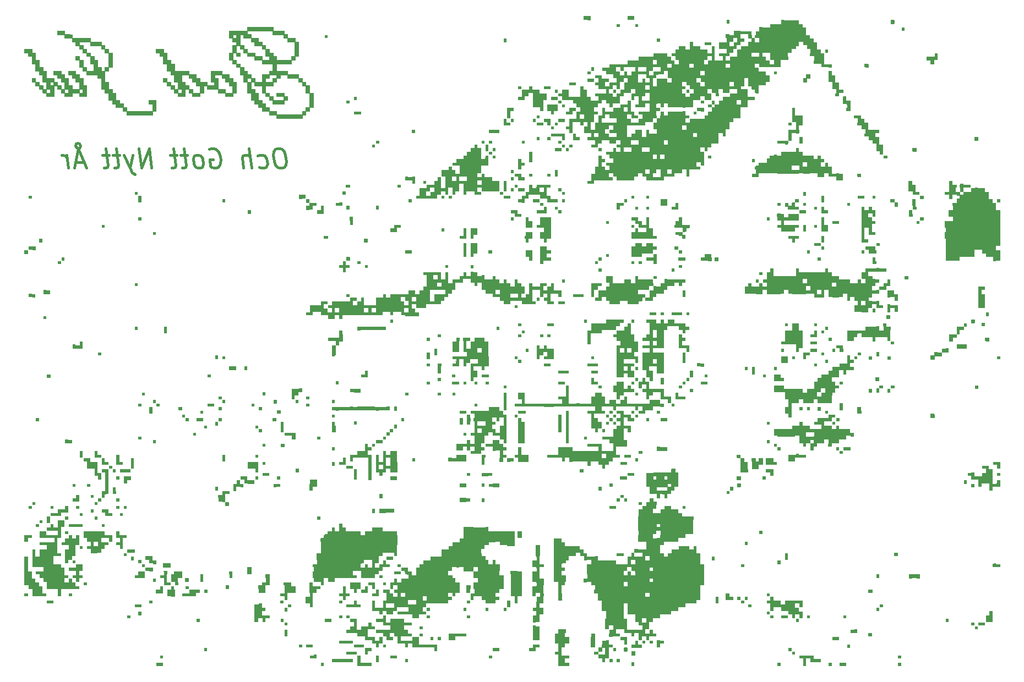
<source format=gbo>
%TF.GenerationSoftware,KiCad,Pcbnew,(6.0.0)*%
%TF.CreationDate,2022-11-24T19:04:50+01:00*%
%TF.ProjectId,PCB,5043422e-6b69-4636-9164-5f7063625858,rev?*%
%TF.SameCoordinates,Original*%
%TF.FileFunction,Legend,Bot*%
%TF.FilePolarity,Positive*%
%FSLAX46Y46*%
G04 Gerber Fmt 4.6, Leading zero omitted, Abs format (unit mm)*
G04 Created by KiCad (PCBNEW (6.0.0)) date 2022-11-24 19:04:50*
%MOMM*%
%LPD*%
G01*
G04 APERTURE LIST*
%ADD10C,0.400000*%
%ADD11C,0.010000*%
%ADD12C,0.700000*%
%ADD13C,4.400000*%
%ADD14C,0.900000*%
G04 APERTURE END LIST*
D10*
X66809017Y-47857142D02*
X66275684Y-47857142D01*
X66026875Y-48000000D01*
X65795922Y-48285714D01*
X65734017Y-48857142D01*
X65859017Y-49857142D01*
X66063779Y-50428571D01*
X66366160Y-50714285D01*
X66650684Y-50857142D01*
X67184017Y-50857142D01*
X67432827Y-50714285D01*
X67663779Y-50428571D01*
X67725684Y-49857142D01*
X67600684Y-48857142D01*
X67395922Y-48285714D01*
X67093541Y-48000000D01*
X66809017Y-47857142D01*
X63566160Y-50714285D02*
X63850684Y-50857142D01*
X64384017Y-50857142D01*
X64632827Y-50714285D01*
X64748303Y-50571428D01*
X64845922Y-50285714D01*
X64738779Y-49428571D01*
X64569732Y-49142857D01*
X64418541Y-49000000D01*
X64134017Y-48857142D01*
X63600684Y-48857142D01*
X63351875Y-49000000D01*
X62384017Y-50857142D02*
X62009017Y-47857142D01*
X61184017Y-50857142D02*
X60987589Y-49285714D01*
X61085208Y-49000000D01*
X61334017Y-48857142D01*
X61734017Y-48857142D01*
X62018541Y-49000000D01*
X62169732Y-49142857D01*
X55893541Y-48000000D02*
X56142351Y-47857142D01*
X56542351Y-47857142D01*
X56960208Y-48000000D01*
X57262589Y-48285714D01*
X57431636Y-48571428D01*
X57636398Y-49142857D01*
X57689970Y-49571428D01*
X57628065Y-50142857D01*
X57530446Y-50428571D01*
X57299494Y-50714285D01*
X56917351Y-50857142D01*
X56650684Y-50857142D01*
X56232827Y-50714285D01*
X56081636Y-50571428D01*
X55956636Y-49571428D01*
X56489970Y-49571428D01*
X54517351Y-50857142D02*
X54766160Y-50714285D01*
X54881636Y-50571428D01*
X54979255Y-50285714D01*
X54872113Y-49428571D01*
X54703065Y-49142857D01*
X54551875Y-49000000D01*
X54267351Y-48857142D01*
X53867351Y-48857142D01*
X53618541Y-49000000D01*
X53503065Y-49142857D01*
X53405446Y-49428571D01*
X53512589Y-50285714D01*
X53681636Y-50571428D01*
X53832827Y-50714285D01*
X54117351Y-50857142D01*
X54517351Y-50857142D01*
X52534017Y-48857142D02*
X51467351Y-48857142D01*
X52009017Y-47857142D02*
X52330446Y-50428571D01*
X52232827Y-50714285D01*
X51984017Y-50857142D01*
X51717351Y-50857142D01*
X50934017Y-48857142D02*
X49867351Y-48857142D01*
X50409017Y-47857142D02*
X50730446Y-50428571D01*
X50632827Y-50714285D01*
X50384017Y-50857142D01*
X50117351Y-50857142D01*
X47050684Y-50857142D02*
X46675684Y-47857142D01*
X45450684Y-50857142D01*
X45075684Y-47857142D01*
X44134017Y-48857142D02*
X43717351Y-50857142D01*
X42800684Y-48857142D02*
X43717351Y-50857142D01*
X44073303Y-51571428D01*
X44224494Y-51714285D01*
X44509017Y-51857142D01*
X42134017Y-48857142D02*
X41067351Y-48857142D01*
X41609017Y-47857142D02*
X41930446Y-50428571D01*
X41832827Y-50714285D01*
X41584017Y-50857142D01*
X41317351Y-50857142D01*
X40534017Y-48857142D02*
X39467351Y-48857142D01*
X40009017Y-47857142D02*
X40330446Y-50428571D01*
X40232827Y-50714285D01*
X39984017Y-50857142D01*
X39717351Y-50857142D01*
X36676875Y-50000000D02*
X35343541Y-50000000D01*
X37050684Y-50857142D02*
X35742351Y-47857142D01*
X35184017Y-50857142D01*
X35742351Y-47857142D02*
X35991160Y-47714285D01*
X36088779Y-47428571D01*
X35919732Y-47142857D01*
X35635208Y-47000000D01*
X35386398Y-47142857D01*
X35288779Y-47428571D01*
X35457827Y-47714285D01*
X35742351Y-47857142D01*
X34250684Y-50857142D02*
X34000684Y-48857142D01*
X34072113Y-49428571D02*
X33903065Y-49142857D01*
X33751875Y-49000000D01*
X33467351Y-48857142D01*
X33200684Y-48857142D01*
D11*
%TO.C,Ref\u002A\u002A*%
X176927292Y-111752613D02*
X176361084Y-111758250D01*
X176361084Y-111758250D02*
X176349306Y-112340334D01*
X176349306Y-112340334D02*
X177493500Y-112340334D01*
X177493500Y-112340334D02*
X177493500Y-111746975D01*
X177493500Y-111746975D02*
X176927292Y-111752613D01*
X176927292Y-111752613D02*
X176927292Y-111752613D01*
G36*
X177493500Y-112340334D02*
G01*
X176349306Y-112340334D01*
X176361084Y-111758250D01*
X176927292Y-111752613D01*
X177493500Y-111746975D01*
X177493500Y-112340334D01*
G37*
X177493500Y-112340334D02*
X176349306Y-112340334D01*
X176361084Y-111758250D01*
X176927292Y-111752613D01*
X177493500Y-111746975D01*
X177493500Y-112340334D01*
X142653167Y-83680667D02*
X144346500Y-83680667D01*
X144346500Y-83680667D02*
X144346500Y-83109167D01*
X144346500Y-83109167D02*
X143796167Y-83109167D01*
X143796167Y-83109167D02*
X143796167Y-82537667D01*
X143796167Y-82537667D02*
X142653167Y-82537667D01*
X142653167Y-82537667D02*
X142653167Y-83680667D01*
X142653167Y-83680667D02*
X142653167Y-83680667D01*
G36*
X143796167Y-83109167D02*
G01*
X144346500Y-83109167D01*
X144346500Y-83680667D01*
X142653167Y-83680667D01*
X142653167Y-82537667D01*
X143796167Y-82537667D01*
X143796167Y-83109167D01*
G37*
X143796167Y-83109167D02*
X144346500Y-83109167D01*
X144346500Y-83680667D01*
X142653167Y-83680667D01*
X142653167Y-82537667D01*
X143796167Y-82537667D01*
X143796167Y-83109167D01*
X90964167Y-82558834D02*
X91535667Y-82558834D01*
X91535667Y-82558834D02*
X91535667Y-80865500D01*
X91535667Y-80865500D02*
X90964167Y-80865500D01*
X90964167Y-80865500D02*
X90964167Y-82558834D01*
X90964167Y-82558834D02*
X90964167Y-82558834D01*
G36*
X91535667Y-82558834D02*
G01*
X90964167Y-82558834D01*
X90964167Y-80865500D01*
X91535667Y-80865500D01*
X91535667Y-82558834D01*
G37*
X91535667Y-82558834D02*
X90964167Y-82558834D01*
X90964167Y-80865500D01*
X91535667Y-80865500D01*
X91535667Y-82558834D01*
X148833834Y-57285834D02*
X149405334Y-57285834D01*
X149405334Y-57285834D02*
X149405334Y-56714334D01*
X149405334Y-56714334D02*
X148833834Y-56714334D01*
X148833834Y-56714334D02*
X148833834Y-57285834D01*
X148833834Y-57285834D02*
X148833834Y-57285834D01*
G36*
X149405334Y-57285834D02*
G01*
X148833834Y-57285834D01*
X148833834Y-56714334D01*
X149405334Y-56714334D01*
X149405334Y-57285834D01*
G37*
X149405334Y-57285834D02*
X148833834Y-57285834D01*
X148833834Y-56714334D01*
X149405334Y-56714334D01*
X149405334Y-57285834D01*
X81418000Y-126945334D02*
X81989500Y-126945334D01*
X81989500Y-126945334D02*
X81989500Y-125802334D01*
X81989500Y-125802334D02*
X81418000Y-125802334D01*
X81418000Y-125802334D02*
X81418000Y-126945334D01*
X81418000Y-126945334D02*
X81418000Y-126945334D01*
G36*
X81989500Y-126945334D02*
G01*
X81418000Y-126945334D01*
X81418000Y-125802334D01*
X81989500Y-125802334D01*
X81989500Y-126945334D01*
G37*
X81989500Y-126945334D02*
X81418000Y-126945334D01*
X81418000Y-125802334D01*
X81989500Y-125802334D01*
X81989500Y-126945334D01*
X148833834Y-60101000D02*
X149405334Y-60101000D01*
X149405334Y-60101000D02*
X149405334Y-59508334D01*
X149405334Y-59508334D02*
X148833834Y-59508334D01*
X148833834Y-59508334D02*
X148833834Y-60101000D01*
X148833834Y-60101000D02*
X148833834Y-60101000D01*
G36*
X149405334Y-60101000D02*
G01*
X148833834Y-60101000D01*
X148833834Y-59508334D01*
X149405334Y-59508334D01*
X149405334Y-60101000D01*
G37*
X149405334Y-60101000D02*
X148833834Y-60101000D01*
X148833834Y-59508334D01*
X149405334Y-59508334D01*
X149405334Y-60101000D01*
X31401167Y-103344500D02*
X31993834Y-103344500D01*
X31993834Y-103344500D02*
X31993834Y-102773000D01*
X31993834Y-102773000D02*
X31401167Y-102773000D01*
X31401167Y-102773000D02*
X31401167Y-103344500D01*
X31401167Y-103344500D02*
X31401167Y-103344500D01*
G36*
X31993834Y-103344500D02*
G01*
X31401167Y-103344500D01*
X31401167Y-102773000D01*
X31993834Y-102773000D01*
X31993834Y-103344500D01*
G37*
X31993834Y-103344500D02*
X31401167Y-103344500D01*
X31401167Y-102773000D01*
X31993834Y-102773000D01*
X31993834Y-103344500D01*
X101081834Y-31441334D02*
X101653334Y-31441334D01*
X101653334Y-31441334D02*
X101653334Y-30869834D01*
X101653334Y-30869834D02*
X101081834Y-30869834D01*
X101081834Y-30869834D02*
X101081834Y-31441334D01*
X101081834Y-31441334D02*
X101081834Y-31441334D01*
G36*
X101653334Y-31441334D02*
G01*
X101081834Y-31441334D01*
X101081834Y-30869834D01*
X101653334Y-30869834D01*
X101653334Y-31441334D01*
G37*
X101653334Y-31441334D02*
X101081834Y-31441334D01*
X101081834Y-30869834D01*
X101653334Y-30869834D01*
X101653334Y-31441334D01*
X131985167Y-83130334D02*
X132556667Y-83130334D01*
X132556667Y-83130334D02*
X132556667Y-82537667D01*
X132556667Y-82537667D02*
X131985167Y-82537667D01*
X131985167Y-82537667D02*
X131985167Y-83130334D01*
X131985167Y-83130334D02*
X131985167Y-83130334D01*
G36*
X132556667Y-83130334D02*
G01*
X131985167Y-83130334D01*
X131985167Y-82537667D01*
X132556667Y-82537667D01*
X132556667Y-83130334D01*
G37*
X132556667Y-83130334D02*
X131985167Y-83130334D01*
X131985167Y-82537667D01*
X132556667Y-82537667D01*
X132556667Y-83130334D01*
X141531334Y-97735334D02*
X142081667Y-97735334D01*
X142081667Y-97735334D02*
X142081667Y-98285667D01*
X142081667Y-98285667D02*
X142674334Y-98285667D01*
X142674334Y-98285667D02*
X142674334Y-97142667D01*
X142674334Y-97142667D02*
X141531334Y-97142667D01*
X141531334Y-97142667D02*
X141531334Y-97735334D01*
X141531334Y-97735334D02*
X141531334Y-97735334D01*
G36*
X142674334Y-98285667D02*
G01*
X142081667Y-98285667D01*
X142081667Y-97735334D01*
X141531334Y-97735334D01*
X141531334Y-97142667D01*
X142674334Y-97142667D01*
X142674334Y-98285667D01*
G37*
X142674334Y-98285667D02*
X142081667Y-98285667D01*
X142081667Y-97735334D01*
X141531334Y-97735334D01*
X141531334Y-97142667D01*
X142674334Y-97142667D01*
X142674334Y-98285667D01*
X72993667Y-57264667D02*
X72422167Y-57264667D01*
X72422167Y-57264667D02*
X72422167Y-57857334D01*
X72422167Y-57857334D02*
X73565167Y-57857334D01*
X73565167Y-57857334D02*
X73565167Y-56714334D01*
X73565167Y-56714334D02*
X72993667Y-56714334D01*
X72993667Y-56714334D02*
X72993667Y-57264667D01*
X72993667Y-57264667D02*
X72993667Y-57264667D01*
G36*
X73565167Y-57857334D02*
G01*
X72422167Y-57857334D01*
X72422167Y-57264667D01*
X72993667Y-57264667D01*
X72993667Y-56714334D01*
X73565167Y-56714334D01*
X73565167Y-57857334D01*
G37*
X73565167Y-57857334D02*
X72422167Y-57857334D01*
X72422167Y-57264667D01*
X72993667Y-57264667D01*
X72993667Y-56714334D01*
X73565167Y-56714334D01*
X73565167Y-57857334D01*
X155564834Y-79743667D02*
X155014500Y-79743667D01*
X155014500Y-79743667D02*
X155014500Y-80294000D01*
X155014500Y-80294000D02*
X154464167Y-80294000D01*
X154464167Y-80294000D02*
X154464167Y-79743667D01*
X154464167Y-79743667D02*
X153892667Y-79743667D01*
X153892667Y-79743667D02*
X153892667Y-80865500D01*
X153892667Y-80865500D02*
X152770834Y-80865500D01*
X152770834Y-80865500D02*
X152770834Y-81415834D01*
X152770834Y-81415834D02*
X151649000Y-81415834D01*
X151649000Y-81415834D02*
X151649000Y-81987334D01*
X151649000Y-81987334D02*
X151077500Y-81987334D01*
X151077500Y-81987334D02*
X151077500Y-82537667D01*
X151077500Y-82537667D02*
X149955667Y-82537667D01*
X149955667Y-82537667D02*
X149955667Y-83109167D01*
X149955667Y-83109167D02*
X149384167Y-83109167D01*
X149384167Y-83109167D02*
X149384167Y-83659500D01*
X149384167Y-83659500D02*
X148833834Y-83659500D01*
X148833834Y-83659500D02*
X148833834Y-84802500D01*
X148833834Y-84802500D02*
X147712000Y-84802500D01*
X147712000Y-84802500D02*
X147712000Y-85352834D01*
X147712000Y-85352834D02*
X147161667Y-85352834D01*
X147161667Y-85352834D02*
X147161667Y-84802500D01*
X147161667Y-84802500D02*
X144346500Y-84802500D01*
X144346500Y-84802500D02*
X144346500Y-84231000D01*
X144346500Y-84231000D02*
X142653167Y-84231000D01*
X142653167Y-84231000D02*
X142653167Y-85374000D01*
X142653167Y-85374000D02*
X144325334Y-85374000D01*
X144325334Y-85374000D02*
X144325334Y-86495834D01*
X144325334Y-86495834D02*
X144896834Y-86495834D01*
X144896834Y-86495834D02*
X144896834Y-87595271D01*
X144896834Y-87595271D02*
X144616375Y-87601177D01*
X144616375Y-87601177D02*
X144335917Y-87607084D01*
X144335917Y-87607084D02*
X144330280Y-88173292D01*
X144330280Y-88173292D02*
X144324642Y-88739500D01*
X144324642Y-88739500D02*
X144896834Y-88739500D01*
X144896834Y-88739500D02*
X144896834Y-89311000D01*
X144896834Y-89311000D02*
X145179056Y-89311000D01*
X145179056Y-89311000D02*
X145284359Y-89309996D01*
X145284359Y-89309996D02*
X145374004Y-89307246D01*
X145374004Y-89307246D02*
X145439706Y-89303144D01*
X145439706Y-89303144D02*
X145473178Y-89298086D01*
X145473178Y-89298086D02*
X145475389Y-89296889D01*
X145475389Y-89296889D02*
X145478095Y-89273612D01*
X145478095Y-89273612D02*
X145480630Y-89211987D01*
X145480630Y-89211987D02*
X145482945Y-89115996D01*
X145482945Y-89115996D02*
X145484989Y-88989624D01*
X145484989Y-88989624D02*
X145486713Y-88836855D01*
X145486713Y-88836855D02*
X145488066Y-88661674D01*
X145488066Y-88661674D02*
X145488998Y-88468063D01*
X145488998Y-88468063D02*
X145489459Y-88260007D01*
X145489459Y-88260007D02*
X145489500Y-88175056D01*
X145489500Y-88175056D02*
X145489500Y-87067334D01*
X145489500Y-87067334D02*
X146611334Y-87067334D01*
X146611334Y-87067334D02*
X146611334Y-86495834D01*
X146611334Y-86495834D02*
X147140500Y-86495834D01*
X147140500Y-86495834D02*
X147140500Y-87067334D01*
X147140500Y-87067334D02*
X148855000Y-87067334D01*
X148855000Y-87067334D02*
X148855000Y-86495834D01*
X148855000Y-86495834D02*
X149384167Y-86495834D01*
X149384167Y-86495834D02*
X149384167Y-87067701D01*
X149384167Y-87067701D02*
X150521875Y-87062226D01*
X150521875Y-87062226D02*
X151659584Y-87056750D01*
X151659584Y-87056750D02*
X151665118Y-86215375D01*
X151665118Y-86215375D02*
X151670653Y-85374000D01*
X151670653Y-85374000D02*
X149955667Y-85374000D01*
X149955667Y-85374000D02*
X149955667Y-85924334D01*
X149955667Y-85924334D02*
X149405334Y-85924334D01*
X149405334Y-85924334D02*
X149405334Y-85374000D01*
X149405334Y-85374000D02*
X149955667Y-85374000D01*
X149955667Y-85374000D02*
X151670653Y-85374000D01*
X151670653Y-85374000D02*
X152220500Y-85374000D01*
X152220500Y-85374000D02*
X152220500Y-84802500D01*
X152220500Y-84802500D02*
X150506000Y-84802500D01*
X150506000Y-84802500D02*
X150506000Y-85352834D01*
X150506000Y-85352834D02*
X149976834Y-85352834D01*
X149976834Y-85352834D02*
X149976834Y-84802500D01*
X149976834Y-84802500D02*
X150506000Y-84802500D01*
X150506000Y-84802500D02*
X152220500Y-84802500D01*
X152220500Y-84802500D02*
X152792000Y-84802500D01*
X152792000Y-84802500D02*
X152792000Y-84252167D01*
X152792000Y-84252167D02*
X153342334Y-84252167D01*
X153342334Y-84252167D02*
X153342334Y-83659500D01*
X153342334Y-83659500D02*
X152770834Y-83659500D01*
X152770834Y-83659500D02*
X152770834Y-84231000D01*
X152770834Y-84231000D02*
X152220500Y-84231000D01*
X152220500Y-84231000D02*
X152220500Y-83659500D01*
X152220500Y-83659500D02*
X151670167Y-83659500D01*
X151670167Y-83659500D02*
X151670167Y-83130334D01*
X151670167Y-83130334D02*
X152792000Y-83130334D01*
X152792000Y-83130334D02*
X152792000Y-82008500D01*
X152792000Y-82008500D02*
X153321167Y-82008500D01*
X153321167Y-82008500D02*
X153321167Y-82558834D01*
X153321167Y-82558834D02*
X153913834Y-82558834D01*
X153913834Y-82558834D02*
X153913834Y-82008500D01*
X153913834Y-82008500D02*
X155035667Y-82008500D01*
X155035667Y-82008500D02*
X155035667Y-81415834D01*
X155035667Y-81415834D02*
X154464167Y-81415834D01*
X154464167Y-81415834D02*
X154464167Y-80886667D01*
X154464167Y-80886667D02*
X155035667Y-80886667D01*
X155035667Y-80886667D02*
X155035667Y-80315167D01*
X155035667Y-80315167D02*
X155586000Y-80315167D01*
X155586000Y-80315167D02*
X155586000Y-79764834D01*
X155586000Y-79764834D02*
X156157500Y-79764834D01*
X156157500Y-79764834D02*
X156157500Y-79172167D01*
X156157500Y-79172167D02*
X155564834Y-79172167D01*
X155564834Y-79172167D02*
X155564834Y-79743667D01*
X155564834Y-79743667D02*
X155564834Y-79743667D01*
G36*
X151659584Y-87056750D02*
G01*
X150521875Y-87062226D01*
X149384167Y-87067701D01*
X149384167Y-86495834D01*
X148855000Y-86495834D01*
X148855000Y-87067334D01*
X147140500Y-87067334D01*
X147140500Y-86495834D01*
X146611334Y-86495834D01*
X146611334Y-87067334D01*
X145489500Y-87067334D01*
X145489500Y-88175056D01*
X145489459Y-88260007D01*
X145488998Y-88468063D01*
X145488066Y-88661674D01*
X145486713Y-88836855D01*
X145484989Y-88989624D01*
X145482945Y-89115996D01*
X145480630Y-89211987D01*
X145478095Y-89273612D01*
X145475389Y-89296889D01*
X145473178Y-89298086D01*
X145439706Y-89303144D01*
X145374004Y-89307246D01*
X145284359Y-89309996D01*
X145179056Y-89311000D01*
X144896834Y-89311000D01*
X144896834Y-88739500D01*
X144324642Y-88739500D01*
X144330280Y-88173292D01*
X144335917Y-87607084D01*
X144616375Y-87601177D01*
X144896834Y-87595271D01*
X144896834Y-86495834D01*
X144325334Y-86495834D01*
X144325334Y-85374000D01*
X149405334Y-85374000D01*
X149405334Y-85924334D01*
X149955667Y-85924334D01*
X149955667Y-85374000D01*
X149405334Y-85374000D01*
X144325334Y-85374000D01*
X142653167Y-85374000D01*
X142653167Y-84231000D01*
X144346500Y-84231000D01*
X144346500Y-84802500D01*
X147161667Y-84802500D01*
X147161667Y-85352834D01*
X147712000Y-85352834D01*
X147712000Y-84802500D01*
X148833834Y-84802500D01*
X149976834Y-84802500D01*
X149976834Y-85352834D01*
X150506000Y-85352834D01*
X150506000Y-84802500D01*
X149976834Y-84802500D01*
X148833834Y-84802500D01*
X148833834Y-83659500D01*
X149384167Y-83659500D01*
X149384167Y-83109167D01*
X149955667Y-83109167D01*
X149955667Y-82537667D01*
X151077500Y-82537667D01*
X151077500Y-81987334D01*
X151649000Y-81987334D01*
X151649000Y-81415834D01*
X152770834Y-81415834D01*
X152770834Y-80865500D01*
X153892667Y-80865500D01*
X153892667Y-79743667D01*
X154464167Y-79743667D01*
X154464167Y-80294000D01*
X155014500Y-80294000D01*
X155014500Y-79743667D01*
X155564834Y-79743667D01*
X155564834Y-79172167D01*
X156157500Y-79172167D01*
X156157500Y-79764834D01*
X155586000Y-79764834D01*
X155586000Y-80315167D01*
X155035667Y-80315167D01*
X155035667Y-80886667D01*
X154464167Y-80886667D01*
X154464167Y-81415834D01*
X155035667Y-81415834D01*
X155035667Y-82008500D01*
X153913834Y-82008500D01*
X153913834Y-82558834D01*
X153321167Y-82558834D01*
X153321167Y-82008500D01*
X152792000Y-82008500D01*
X152792000Y-83130334D01*
X151670167Y-83130334D01*
X151670167Y-83659500D01*
X152220500Y-83659500D01*
X152220500Y-84231000D01*
X152770834Y-84231000D01*
X152770834Y-83659500D01*
X153342334Y-83659500D01*
X153342334Y-84252167D01*
X152792000Y-84252167D01*
X152792000Y-84802500D01*
X152220500Y-84802500D01*
X152220500Y-85374000D01*
X151670653Y-85374000D01*
X151665118Y-86215375D01*
X151659584Y-87056750D01*
G37*
X151659584Y-87056750D02*
X150521875Y-87062226D01*
X149384167Y-87067701D01*
X149384167Y-86495834D01*
X148855000Y-86495834D01*
X148855000Y-87067334D01*
X147140500Y-87067334D01*
X147140500Y-86495834D01*
X146611334Y-86495834D01*
X146611334Y-87067334D01*
X145489500Y-87067334D01*
X145489500Y-88175056D01*
X145489459Y-88260007D01*
X145488998Y-88468063D01*
X145488066Y-88661674D01*
X145486713Y-88836855D01*
X145484989Y-88989624D01*
X145482945Y-89115996D01*
X145480630Y-89211987D01*
X145478095Y-89273612D01*
X145475389Y-89296889D01*
X145473178Y-89298086D01*
X145439706Y-89303144D01*
X145374004Y-89307246D01*
X145284359Y-89309996D01*
X145179056Y-89311000D01*
X144896834Y-89311000D01*
X144896834Y-88739500D01*
X144324642Y-88739500D01*
X144330280Y-88173292D01*
X144335917Y-87607084D01*
X144616375Y-87601177D01*
X144896834Y-87595271D01*
X144896834Y-86495834D01*
X144325334Y-86495834D01*
X144325334Y-85374000D01*
X149405334Y-85374000D01*
X149405334Y-85924334D01*
X149955667Y-85924334D01*
X149955667Y-85374000D01*
X149405334Y-85374000D01*
X144325334Y-85374000D01*
X142653167Y-85374000D01*
X142653167Y-84231000D01*
X144346500Y-84231000D01*
X144346500Y-84802500D01*
X147161667Y-84802500D01*
X147161667Y-85352834D01*
X147712000Y-85352834D01*
X147712000Y-84802500D01*
X148833834Y-84802500D01*
X149976834Y-84802500D01*
X149976834Y-85352834D01*
X150506000Y-85352834D01*
X150506000Y-84802500D01*
X149976834Y-84802500D01*
X148833834Y-84802500D01*
X148833834Y-83659500D01*
X149384167Y-83659500D01*
X149384167Y-83109167D01*
X149955667Y-83109167D01*
X149955667Y-82537667D01*
X151077500Y-82537667D01*
X151077500Y-81987334D01*
X151649000Y-81987334D01*
X151649000Y-81415834D01*
X152770834Y-81415834D01*
X152770834Y-80865500D01*
X153892667Y-80865500D01*
X153892667Y-79743667D01*
X154464167Y-79743667D01*
X154464167Y-80294000D01*
X155014500Y-80294000D01*
X155014500Y-79743667D01*
X155564834Y-79743667D01*
X155564834Y-79172167D01*
X156157500Y-79172167D01*
X156157500Y-79764834D01*
X155586000Y-79764834D01*
X155586000Y-80315167D01*
X155035667Y-80315167D01*
X155035667Y-80886667D01*
X154464167Y-80886667D01*
X154464167Y-81415834D01*
X155035667Y-81415834D01*
X155035667Y-82008500D01*
X153913834Y-82008500D01*
X153913834Y-82558834D01*
X153321167Y-82558834D01*
X153321167Y-82008500D01*
X152792000Y-82008500D01*
X152792000Y-83130334D01*
X151670167Y-83130334D01*
X151670167Y-83659500D01*
X152220500Y-83659500D01*
X152220500Y-84231000D01*
X152770834Y-84231000D01*
X152770834Y-83659500D01*
X153342334Y-83659500D01*
X153342334Y-84252167D01*
X152792000Y-84252167D01*
X152792000Y-84802500D01*
X152220500Y-84802500D01*
X152220500Y-85374000D01*
X151670653Y-85374000D01*
X151665118Y-86215375D01*
X151659584Y-87056750D01*
X163438834Y-114033667D02*
X164281973Y-114033667D01*
X164281973Y-114033667D02*
X164466906Y-114033324D01*
X164466906Y-114033324D02*
X164638518Y-114032345D01*
X164638518Y-114032345D02*
X164792216Y-114030807D01*
X164792216Y-114030807D02*
X164923412Y-114028784D01*
X164923412Y-114028784D02*
X165027513Y-114026352D01*
X165027513Y-114026352D02*
X165099929Y-114023587D01*
X165099929Y-114023587D02*
X165136070Y-114020564D01*
X165136070Y-114020564D02*
X165139223Y-114019556D01*
X165139223Y-114019556D02*
X165144438Y-113994253D01*
X165144438Y-113994253D02*
X165148782Y-113934905D01*
X165148782Y-113934905D02*
X165151862Y-113849798D01*
X165151862Y-113849798D02*
X165153283Y-113747217D01*
X165153283Y-113747217D02*
X165153334Y-113723222D01*
X165153334Y-113723222D02*
X165153334Y-113441000D01*
X165153334Y-113441000D02*
X163438834Y-113441000D01*
X163438834Y-113441000D02*
X163438834Y-114033667D01*
X163438834Y-114033667D02*
X163438834Y-114033667D01*
G36*
X165153334Y-113723222D02*
G01*
X165153283Y-113747217D01*
X165151862Y-113849798D01*
X165148782Y-113934905D01*
X165144438Y-113994253D01*
X165139223Y-114019556D01*
X165136070Y-114020564D01*
X165099929Y-114023587D01*
X165027513Y-114026352D01*
X164923412Y-114028784D01*
X164792216Y-114030807D01*
X164638518Y-114032345D01*
X164466906Y-114033324D01*
X164281973Y-114033667D01*
X163438834Y-114033667D01*
X163438834Y-113441000D01*
X165153334Y-113441000D01*
X165153334Y-113723222D01*
G37*
X165153334Y-113723222D02*
X165153283Y-113747217D01*
X165151862Y-113849798D01*
X165148782Y-113934905D01*
X165144438Y-113994253D01*
X165139223Y-114019556D01*
X165136070Y-114020564D01*
X165099929Y-114023587D01*
X165027513Y-114026352D01*
X164923412Y-114028784D01*
X164792216Y-114030807D01*
X164638518Y-114032345D01*
X164466906Y-114033324D01*
X164281973Y-114033667D01*
X163438834Y-114033667D01*
X163438834Y-113441000D01*
X165153334Y-113441000D01*
X165153334Y-113723222D01*
X143775000Y-28626167D02*
X142081667Y-28626167D01*
X142081667Y-28626167D02*
X142081667Y-29176500D01*
X142081667Y-29176500D02*
X140409500Y-29176500D01*
X140409500Y-29176500D02*
X140409500Y-29748000D01*
X140409500Y-29748000D02*
X139838000Y-29748000D01*
X139838000Y-29748000D02*
X139838000Y-30869834D01*
X139838000Y-30869834D02*
X139308834Y-30869834D01*
X139308834Y-30869834D02*
X139308834Y-29748000D01*
X139308834Y-29748000D02*
X136472500Y-29748000D01*
X136472500Y-29748000D02*
X136472500Y-30298334D01*
X136472500Y-30298334D02*
X135350667Y-30298334D01*
X135350667Y-30298334D02*
X135350667Y-31420167D01*
X135350667Y-31420167D02*
X134228834Y-31420167D01*
X134228834Y-31420167D02*
X134228834Y-32563167D01*
X134228834Y-32563167D02*
X135350667Y-32563167D01*
X135350667Y-32563167D02*
X135350667Y-33113500D01*
X135350667Y-33113500D02*
X134228834Y-33113500D01*
X134228834Y-33113500D02*
X134228834Y-33685000D01*
X134228834Y-33685000D02*
X134779167Y-33685000D01*
X134779167Y-33685000D02*
X134779167Y-34235334D01*
X134779167Y-34235334D02*
X133678500Y-34235334D01*
X133678500Y-34235334D02*
X133678500Y-33685000D01*
X133678500Y-33685000D02*
X133107000Y-33685000D01*
X133107000Y-33685000D02*
X133107000Y-34235334D01*
X133107000Y-34235334D02*
X132556667Y-34235334D01*
X132556667Y-34235334D02*
X132556667Y-33685000D01*
X132556667Y-33685000D02*
X127476667Y-33685000D01*
X127476667Y-33685000D02*
X127476667Y-34235334D01*
X127476667Y-34235334D02*
X126947500Y-34235334D01*
X126947500Y-34235334D02*
X126947500Y-33685000D01*
X126947500Y-33685000D02*
X127476667Y-33685000D01*
X127476667Y-33685000D02*
X132556667Y-33685000D01*
X132556667Y-33685000D02*
X133107000Y-33685000D01*
X133107000Y-33685000D02*
X133678500Y-33685000D01*
X133678500Y-33685000D02*
X133678500Y-31991667D01*
X133678500Y-31991667D02*
X133128167Y-31991667D01*
X133128167Y-31991667D02*
X133128167Y-31420167D01*
X133128167Y-31420167D02*
X131985167Y-31420167D01*
X131985167Y-31420167D02*
X131985167Y-32012834D01*
X131985167Y-32012834D02*
X133107000Y-32012834D01*
X133107000Y-32012834D02*
X133107000Y-33113500D01*
X133107000Y-33113500D02*
X132556667Y-33113500D01*
X132556667Y-33113500D02*
X132556667Y-32542000D01*
X132556667Y-32542000D02*
X131434834Y-32542000D01*
X131434834Y-32542000D02*
X131434834Y-31991667D01*
X131434834Y-31991667D02*
X130313000Y-31991667D01*
X130313000Y-31991667D02*
X130313000Y-31420167D01*
X130313000Y-31420167D02*
X129720334Y-31420167D01*
X129720334Y-31420167D02*
X129720334Y-32542000D01*
X129720334Y-32542000D02*
X129191167Y-32542000D01*
X129191167Y-32542000D02*
X129191167Y-31991667D01*
X129191167Y-31991667D02*
X128048167Y-31991667D01*
X128048167Y-31991667D02*
X128048167Y-32542000D01*
X128048167Y-32542000D02*
X127476667Y-32542000D01*
X127476667Y-32542000D02*
X127476667Y-33113500D01*
X127476667Y-33113500D02*
X126926334Y-33113500D01*
X126926334Y-33113500D02*
X126926334Y-33663834D01*
X126926334Y-33663834D02*
X126376000Y-33663834D01*
X126376000Y-33663834D02*
X126376000Y-33113500D01*
X126376000Y-33113500D02*
X124111167Y-33113500D01*
X124111167Y-33113500D02*
X124111167Y-33663834D01*
X124111167Y-33663834D02*
X121867500Y-33663834D01*
X121867500Y-33663834D02*
X121867500Y-34235334D01*
X121867500Y-34235334D02*
X120174167Y-34235334D01*
X120174167Y-34235334D02*
X120174167Y-34806834D01*
X120174167Y-34806834D02*
X117359000Y-34806834D01*
X117359000Y-34806834D02*
X117359000Y-35357167D01*
X117359000Y-35357167D02*
X116235973Y-35357167D01*
X116235973Y-35357167D02*
X116241862Y-35648209D01*
X116241862Y-35648209D02*
X116247750Y-35939250D01*
X116247750Y-35939250D02*
X116528209Y-35945156D01*
X116528209Y-35945156D02*
X116808667Y-35951062D01*
X116808667Y-35951062D02*
X116808667Y-36500167D01*
X116808667Y-36500167D02*
X117930500Y-36500167D01*
X117930500Y-36500167D02*
X117930500Y-37071667D01*
X117930500Y-37071667D02*
X118480834Y-37071667D01*
X118480834Y-37071667D02*
X118480834Y-37600834D01*
X118480834Y-37600834D02*
X117380167Y-37600834D01*
X117380167Y-37600834D02*
X117380167Y-37071667D01*
X117380167Y-37071667D02*
X115686834Y-37071667D01*
X115686834Y-37071667D02*
X115686834Y-37600834D01*
X115686834Y-37600834D02*
X115136500Y-37600834D01*
X115136500Y-37600834D02*
X115136500Y-37071667D01*
X115136500Y-37071667D02*
X115686834Y-37071667D01*
X115686834Y-37071667D02*
X117380167Y-37071667D01*
X117380167Y-37071667D02*
X117380167Y-37050500D01*
X117380167Y-37050500D02*
X116258334Y-37050500D01*
X116258334Y-37050500D02*
X116258334Y-36479000D01*
X116258334Y-36479000D02*
X115115334Y-36479000D01*
X115115334Y-36479000D02*
X115115334Y-37050500D01*
X115115334Y-37050500D02*
X113993500Y-37050500D01*
X113993500Y-37050500D02*
X113993500Y-37622000D01*
X113993500Y-37622000D02*
X115115334Y-37622000D01*
X115115334Y-37622000D02*
X115115334Y-38193500D01*
X115115334Y-38193500D02*
X115686834Y-38193500D01*
X115686834Y-38193500D02*
X115686834Y-38743834D01*
X115686834Y-38743834D02*
X116808667Y-38743834D01*
X116808667Y-38743834D02*
X116808667Y-39294167D01*
X116808667Y-39294167D02*
X115115334Y-39294167D01*
X115115334Y-39294167D02*
X115115334Y-39865667D01*
X115115334Y-39865667D02*
X115686834Y-39865667D01*
X115686834Y-39865667D02*
X115686834Y-40416000D01*
X115686834Y-40416000D02*
X114586167Y-40416000D01*
X114586167Y-40416000D02*
X114586167Y-39865667D01*
X114586167Y-39865667D02*
X110056500Y-39865667D01*
X110056500Y-39865667D02*
X110056500Y-40416000D01*
X110056500Y-40416000D02*
X109527334Y-40416000D01*
X109527334Y-40416000D02*
X109527334Y-39865667D01*
X109527334Y-39865667D02*
X110056500Y-39865667D01*
X110056500Y-39865667D02*
X114586167Y-39865667D01*
X114586167Y-39865667D02*
X114586167Y-39844500D01*
X114586167Y-39844500D02*
X114014667Y-39844500D01*
X114014667Y-39844500D02*
X114014667Y-38722667D01*
X114014667Y-38722667D02*
X113464334Y-38722667D01*
X113464334Y-38722667D02*
X113464334Y-38172334D01*
X113464334Y-38172334D02*
X112871667Y-38172334D01*
X112871667Y-38172334D02*
X112871667Y-39844500D01*
X112871667Y-39844500D02*
X111199500Y-39844500D01*
X111199500Y-39844500D02*
X111199500Y-38722667D01*
X111199500Y-38722667D02*
X110056500Y-38722667D01*
X110056500Y-38722667D02*
X110056500Y-39294167D01*
X110056500Y-39294167D02*
X109527334Y-39294167D01*
X109527334Y-39294167D02*
X109527334Y-38722667D01*
X109527334Y-38722667D02*
X108934667Y-38722667D01*
X108934667Y-38722667D02*
X108934667Y-39315334D01*
X108934667Y-39315334D02*
X109506167Y-39315334D01*
X109506167Y-39315334D02*
X109506167Y-39844500D01*
X109506167Y-39844500D02*
X108384334Y-39844500D01*
X108384334Y-39844500D02*
X108384334Y-40437167D01*
X108384334Y-40437167D02*
X109506167Y-40437167D01*
X109506167Y-40437167D02*
X109506167Y-40965848D01*
X109506167Y-40965848D02*
X108664792Y-40971382D01*
X108664792Y-40971382D02*
X107823417Y-40976917D01*
X107823417Y-40976917D02*
X107823417Y-42119917D01*
X107823417Y-42119917D02*
X108103875Y-42125823D01*
X108103875Y-42125823D02*
X108384334Y-42131729D01*
X108384334Y-42131729D02*
X108384334Y-42680834D01*
X108384334Y-42680834D02*
X108955834Y-42680834D01*
X108955834Y-42680834D02*
X108955834Y-42131729D01*
X108955834Y-42131729D02*
X109516750Y-42119917D01*
X109516750Y-42119917D02*
X109522388Y-41553709D01*
X109522388Y-41553709D02*
X109528025Y-40987500D01*
X109528025Y-40987500D02*
X110056500Y-40987500D01*
X110056500Y-40987500D02*
X110056500Y-41559000D01*
X110056500Y-41559000D02*
X110649167Y-41559000D01*
X110649167Y-41559000D02*
X110649167Y-40966334D01*
X110649167Y-40966334D02*
X110077667Y-40966334D01*
X110077667Y-40966334D02*
X110077667Y-40437167D01*
X110077667Y-40437167D02*
X111749834Y-40437167D01*
X111749834Y-40437167D02*
X111749834Y-40987500D01*
X111749834Y-40987500D02*
X112321334Y-40987500D01*
X112321334Y-40987500D02*
X112321334Y-41537834D01*
X112321334Y-41537834D02*
X111178334Y-41537834D01*
X111178334Y-41537834D02*
X111178334Y-42109334D01*
X111178334Y-42109334D02*
X110628000Y-42109334D01*
X110628000Y-42109334D02*
X110628000Y-42680834D01*
X110628000Y-42680834D02*
X111771000Y-42680834D01*
X111771000Y-42680834D02*
X111771000Y-42130500D01*
X111771000Y-42130500D02*
X112321334Y-42130500D01*
X112321334Y-42130500D02*
X112321334Y-43231167D01*
X112321334Y-43231167D02*
X111178334Y-43231167D01*
X111178334Y-43231167D02*
X111178334Y-44353000D01*
X111178334Y-44353000D02*
X110628000Y-44353000D01*
X110628000Y-44353000D02*
X110628000Y-44924500D01*
X110628000Y-44924500D02*
X111178334Y-44924500D01*
X111178334Y-44924500D02*
X111178334Y-45496000D01*
X111178334Y-45496000D02*
X111749834Y-45496000D01*
X111749834Y-45496000D02*
X111749834Y-46617834D01*
X111749834Y-46617834D02*
X112892834Y-46617834D01*
X112892834Y-46617834D02*
X112892834Y-46025167D01*
X112892834Y-46025167D02*
X112321334Y-46025167D01*
X112321334Y-46025167D02*
X112321334Y-45474834D01*
X112321334Y-45474834D02*
X111771000Y-45474834D01*
X111771000Y-45474834D02*
X111771000Y-43802667D01*
X111771000Y-43802667D02*
X112871667Y-43802667D01*
X112871667Y-43802667D02*
X112871667Y-44374167D01*
X112871667Y-44374167D02*
X113443167Y-44374167D01*
X113443167Y-44374167D02*
X113443167Y-45496000D01*
X113443167Y-45496000D02*
X114565000Y-45496000D01*
X114565000Y-45496000D02*
X114565000Y-46025167D01*
X114565000Y-46025167D02*
X113993500Y-46025167D01*
X113993500Y-46025167D02*
X113993500Y-46617834D01*
X113993500Y-46617834D02*
X115115334Y-46617834D01*
X115115334Y-46617834D02*
X115115334Y-47147000D01*
X115115334Y-47147000D02*
X114565000Y-47147000D01*
X114565000Y-47147000D02*
X114565000Y-47739667D01*
X114565000Y-47739667D02*
X115686834Y-47739667D01*
X115686834Y-47739667D02*
X115686834Y-48290000D01*
X115686834Y-48290000D02*
X116258334Y-48290000D01*
X116258334Y-48290000D02*
X116258334Y-47718500D01*
X116258334Y-47718500D02*
X115708000Y-47718500D01*
X115708000Y-47718500D02*
X115708000Y-47168167D01*
X115708000Y-47168167D02*
X116258334Y-47168167D01*
X116258334Y-47168167D02*
X116258334Y-46617834D01*
X116258334Y-46617834D02*
X117359000Y-46617834D01*
X117359000Y-46617834D02*
X117359000Y-47168167D01*
X117359000Y-47168167D02*
X118480834Y-47168167D01*
X118480834Y-47168167D02*
X118480834Y-47718500D01*
X118480834Y-47718500D02*
X117930500Y-47718500D01*
X117930500Y-47718500D02*
X117930500Y-48268834D01*
X117930500Y-48268834D02*
X116808667Y-48268834D01*
X116808667Y-48268834D02*
X116808667Y-48861500D01*
X116808667Y-48861500D02*
X117357772Y-48861500D01*
X117357772Y-48861500D02*
X117363678Y-49141959D01*
X117363678Y-49141959D02*
X117369584Y-49422417D01*
X117369584Y-49422417D02*
X117930500Y-49434229D01*
X117930500Y-49434229D02*
X117930500Y-49962167D01*
X117930500Y-49962167D02*
X116829834Y-49962167D01*
X116829834Y-49962167D02*
X116829834Y-49411834D01*
X116829834Y-49411834D02*
X116258334Y-49411834D01*
X116258334Y-49411834D02*
X116258334Y-48840334D01*
X116258334Y-48840334D02*
X115686834Y-48840334D01*
X115686834Y-48840334D02*
X115686834Y-50533667D01*
X115686834Y-50533667D02*
X115115334Y-50533667D01*
X115115334Y-50533667D02*
X115115334Y-51655500D01*
X115115334Y-51655500D02*
X114565000Y-51655500D01*
X114565000Y-51655500D02*
X114565000Y-52777334D01*
X114565000Y-52777334D02*
X113993500Y-52777334D01*
X113993500Y-52777334D02*
X113993500Y-53348834D01*
X113993500Y-53348834D02*
X115136500Y-53348834D01*
X115136500Y-53348834D02*
X115136500Y-52798500D01*
X115136500Y-52798500D02*
X117951667Y-52798500D01*
X117951667Y-52798500D02*
X117951667Y-52227000D01*
X117951667Y-52227000D02*
X118479605Y-52227000D01*
X118479605Y-52227000D02*
X118485511Y-52507459D01*
X118485511Y-52507459D02*
X118491417Y-52787917D01*
X118491417Y-52787917D02*
X119904292Y-52793359D01*
X119904292Y-52793359D02*
X121317167Y-52798800D01*
X121317167Y-52798800D02*
X121317167Y-52227000D01*
X121317167Y-52227000D02*
X121888667Y-52227000D01*
X121888667Y-52227000D02*
X121888667Y-51676667D01*
X121888667Y-51676667D02*
X117930500Y-51676667D01*
X117930500Y-51676667D02*
X117930500Y-52205834D01*
X117930500Y-52205834D02*
X117380167Y-52205834D01*
X117380167Y-52205834D02*
X117380167Y-51676667D01*
X117380167Y-51676667D02*
X117930500Y-51676667D01*
X117930500Y-51676667D02*
X121888667Y-51676667D01*
X121888667Y-51676667D02*
X122417834Y-51676667D01*
X122417834Y-51676667D02*
X122417834Y-52227000D01*
X122417834Y-52227000D02*
X122989334Y-52227000D01*
X122989334Y-52227000D02*
X122989334Y-52798800D01*
X122989334Y-52798800D02*
X124402209Y-52793359D01*
X124402209Y-52793359D02*
X125815084Y-52787917D01*
X125815084Y-52787917D02*
X125820990Y-52507459D01*
X125820990Y-52507459D02*
X125826896Y-52227000D01*
X125826896Y-52227000D02*
X127497834Y-52227000D01*
X127497834Y-52227000D02*
X127497834Y-51676667D01*
X127497834Y-51676667D02*
X128619667Y-51676667D01*
X128619667Y-51676667D02*
X128619667Y-51105167D01*
X128619667Y-51105167D02*
X126926334Y-51105167D01*
X126926334Y-51105167D02*
X126926334Y-51655500D01*
X126926334Y-51655500D02*
X126376000Y-51655500D01*
X126376000Y-51655500D02*
X126376000Y-51105167D01*
X126376000Y-51105167D02*
X125233000Y-51105167D01*
X125233000Y-51105167D02*
X125233000Y-52205834D01*
X125233000Y-52205834D02*
X124132334Y-52205834D01*
X124132334Y-52205834D02*
X124132334Y-51676667D01*
X124132334Y-51676667D02*
X124682667Y-51676667D01*
X124682667Y-51676667D02*
X124682667Y-51105167D01*
X124682667Y-51105167D02*
X123539667Y-51105167D01*
X123539667Y-51105167D02*
X123539667Y-51655500D01*
X123539667Y-51655500D02*
X123010500Y-51655500D01*
X123010500Y-51655500D02*
X123010500Y-51105167D01*
X123010500Y-51105167D02*
X123539667Y-51105167D01*
X123539667Y-51105167D02*
X124682667Y-51105167D01*
X124682667Y-51105167D02*
X125233000Y-51105167D01*
X125233000Y-51105167D02*
X126376000Y-51105167D01*
X126376000Y-51105167D02*
X126926334Y-51105167D01*
X126926334Y-51105167D02*
X128619667Y-51105167D01*
X128619667Y-51105167D02*
X129170000Y-51105167D01*
X129170000Y-51105167D02*
X129170000Y-52227000D01*
X129170000Y-52227000D02*
X129741500Y-52227000D01*
X129741500Y-52227000D02*
X129741500Y-51105167D01*
X129741500Y-51105167D02*
X131434834Y-51105167D01*
X131434834Y-51105167D02*
X131434834Y-50554834D01*
X131434834Y-50554834D02*
X117359000Y-50554834D01*
X117359000Y-50554834D02*
X117359000Y-51084000D01*
X117359000Y-51084000D02*
X116829834Y-51084000D01*
X116829834Y-51084000D02*
X116829834Y-50554834D01*
X116829834Y-50554834D02*
X117359000Y-50554834D01*
X117359000Y-50554834D02*
X131434834Y-50554834D01*
X131434834Y-50554834D02*
X131985167Y-50554834D01*
X131985167Y-50554834D02*
X131985167Y-49983334D01*
X131985167Y-49983334D02*
X131413667Y-49983334D01*
X131413667Y-49983334D02*
X131413667Y-50533667D01*
X131413667Y-50533667D02*
X130863334Y-50533667D01*
X130863334Y-50533667D02*
X130863334Y-49983334D01*
X130863334Y-49983334D02*
X116808667Y-49983334D01*
X116808667Y-49983334D02*
X116808667Y-50533667D01*
X116808667Y-50533667D02*
X116258334Y-50533667D01*
X116258334Y-50533667D02*
X116258334Y-49983334D01*
X116258334Y-49983334D02*
X116808667Y-49983334D01*
X116808667Y-49983334D02*
X130863334Y-49983334D01*
X130863334Y-49983334D02*
X131413667Y-49983334D01*
X131413667Y-49983334D02*
X131985167Y-49983334D01*
X131985167Y-49983334D02*
X131985167Y-48861500D01*
X131985167Y-48861500D02*
X125804500Y-48861500D01*
X125804500Y-48861500D02*
X125804500Y-49411834D01*
X125804500Y-49411834D02*
X125254167Y-49411834D01*
X125254167Y-49411834D02*
X125254167Y-48861500D01*
X125254167Y-48861500D02*
X124661500Y-48861500D01*
X124661500Y-48861500D02*
X124661500Y-49411834D01*
X124661500Y-49411834D02*
X124132334Y-49411834D01*
X124132334Y-49411834D02*
X124132334Y-48861500D01*
X124132334Y-48861500D02*
X124661500Y-48861500D01*
X124661500Y-48861500D02*
X125254167Y-48861500D01*
X125254167Y-48861500D02*
X125804500Y-48861500D01*
X125804500Y-48861500D02*
X131985167Y-48861500D01*
X131985167Y-48861500D02*
X131985167Y-48290000D01*
X131985167Y-48290000D02*
X132556667Y-48290000D01*
X132556667Y-48290000D02*
X132556667Y-47739667D01*
X132556667Y-47739667D02*
X131985167Y-47739667D01*
X131985167Y-47739667D02*
X131985167Y-48268834D01*
X131985167Y-48268834D02*
X131434834Y-48268834D01*
X131434834Y-48268834D02*
X131434834Y-47739667D01*
X131434834Y-47739667D02*
X123539667Y-47739667D01*
X123539667Y-47739667D02*
X123539667Y-48268834D01*
X123539667Y-48268834D02*
X122439000Y-48268834D01*
X122439000Y-48268834D02*
X122439000Y-47739667D01*
X122439000Y-47739667D02*
X120745667Y-47739667D01*
X120745667Y-47739667D02*
X120745667Y-48268834D01*
X120745667Y-48268834D02*
X119645000Y-48268834D01*
X119645000Y-48268834D02*
X119645000Y-47739667D01*
X119645000Y-47739667D02*
X119052334Y-47739667D01*
X119052334Y-47739667D02*
X119052334Y-48268834D01*
X119052334Y-48268834D02*
X118502000Y-48268834D01*
X118502000Y-48268834D02*
X118502000Y-47739667D01*
X118502000Y-47739667D02*
X119052334Y-47739667D01*
X119052334Y-47739667D02*
X119645000Y-47739667D01*
X119645000Y-47739667D02*
X120745667Y-47739667D01*
X120745667Y-47739667D02*
X122439000Y-47739667D01*
X122439000Y-47739667D02*
X123539667Y-47739667D01*
X123539667Y-47739667D02*
X131434834Y-47739667D01*
X131434834Y-47739667D02*
X131985167Y-47739667D01*
X131985167Y-47739667D02*
X132556667Y-47739667D01*
X132556667Y-47739667D02*
X133128167Y-47739667D01*
X133128167Y-47739667D02*
X133128167Y-47168167D01*
X133128167Y-47168167D02*
X134250000Y-47168167D01*
X134250000Y-47168167D02*
X134250000Y-46617834D01*
X134250000Y-46617834D02*
X126354834Y-46617834D01*
X126354834Y-46617834D02*
X126354834Y-47147000D01*
X126354834Y-47147000D02*
X125825667Y-47147000D01*
X125825667Y-47147000D02*
X125825667Y-46617834D01*
X125825667Y-46617834D02*
X121867500Y-46617834D01*
X121867500Y-46617834D02*
X121867500Y-47147000D01*
X121867500Y-47147000D02*
X120766834Y-47147000D01*
X120766834Y-47147000D02*
X120766834Y-46617834D01*
X120766834Y-46617834D02*
X119052334Y-46617834D01*
X119052334Y-46617834D02*
X119052334Y-47147000D01*
X119052334Y-47147000D02*
X118502000Y-47147000D01*
X118502000Y-47147000D02*
X118502000Y-46617834D01*
X118502000Y-46617834D02*
X119052334Y-46617834D01*
X119052334Y-46617834D02*
X120766834Y-46617834D01*
X120766834Y-46617834D02*
X121867500Y-46617834D01*
X121867500Y-46617834D02*
X125825667Y-46617834D01*
X125825667Y-46617834D02*
X126354834Y-46617834D01*
X126354834Y-46617834D02*
X134250000Y-46617834D01*
X134250000Y-46617834D02*
X134250000Y-45496000D01*
X134250000Y-45496000D02*
X130842167Y-45496000D01*
X130842167Y-45496000D02*
X130842167Y-46025167D01*
X130842167Y-46025167D02*
X130313000Y-46025167D01*
X130313000Y-46025167D02*
X130313000Y-45496000D01*
X130313000Y-45496000D02*
X130842167Y-45496000D01*
X130842167Y-45496000D02*
X134250000Y-45496000D01*
X134250000Y-45496000D02*
X134779167Y-45496000D01*
X134779167Y-45496000D02*
X134779167Y-46046334D01*
X134779167Y-46046334D02*
X135371834Y-46046334D01*
X135371834Y-46046334D02*
X135371834Y-44924500D01*
X135371834Y-44924500D02*
X124661500Y-44924500D01*
X124661500Y-44924500D02*
X124661500Y-45474834D01*
X124661500Y-45474834D02*
X123560834Y-45474834D01*
X123560834Y-45474834D02*
X123560834Y-44903334D01*
X123560834Y-44903334D02*
X122989334Y-44903334D01*
X122989334Y-44903334D02*
X122989334Y-46025167D01*
X122989334Y-46025167D02*
X122439000Y-46025167D01*
X122439000Y-46025167D02*
X122439000Y-44903334D01*
X122439000Y-44903334D02*
X121296000Y-44903334D01*
X121296000Y-44903334D02*
X121296000Y-45474834D01*
X121296000Y-45474834D02*
X120745667Y-45474834D01*
X120745667Y-45474834D02*
X120745667Y-46025167D01*
X120745667Y-46025167D02*
X120195334Y-46025167D01*
X120195334Y-46025167D02*
X120195334Y-45496000D01*
X120195334Y-45496000D02*
X118480834Y-45496000D01*
X118480834Y-45496000D02*
X118480834Y-46025167D01*
X118480834Y-46025167D02*
X117380167Y-46025167D01*
X117380167Y-46025167D02*
X117380167Y-45496000D01*
X117380167Y-45496000D02*
X115686834Y-45496000D01*
X115686834Y-45496000D02*
X115686834Y-46025167D01*
X115686834Y-46025167D02*
X115136500Y-46025167D01*
X115136500Y-46025167D02*
X115136500Y-45496000D01*
X115136500Y-45496000D02*
X115686834Y-45496000D01*
X115686834Y-45496000D02*
X117380167Y-45496000D01*
X117380167Y-45496000D02*
X118480834Y-45496000D01*
X118480834Y-45496000D02*
X120195334Y-45496000D01*
X120195334Y-45496000D02*
X120195334Y-44924500D01*
X120195334Y-44924500D02*
X117359000Y-44924500D01*
X117359000Y-44924500D02*
X117359000Y-45474834D01*
X117359000Y-45474834D02*
X116829834Y-45474834D01*
X116829834Y-45474834D02*
X116829834Y-44924500D01*
X116829834Y-44924500D02*
X117359000Y-44924500D01*
X117359000Y-44924500D02*
X120195334Y-44924500D01*
X120195334Y-44924500D02*
X120195334Y-44374167D01*
X120195334Y-44374167D02*
X117930500Y-44374167D01*
X117930500Y-44374167D02*
X117930500Y-44903334D01*
X117930500Y-44903334D02*
X117380167Y-44903334D01*
X117380167Y-44903334D02*
X117380167Y-44374167D01*
X117380167Y-44374167D02*
X117930500Y-44374167D01*
X117930500Y-44374167D02*
X120195334Y-44374167D01*
X120195334Y-44374167D02*
X123010500Y-44374167D01*
X123010500Y-44374167D02*
X123010500Y-43802667D01*
X123010500Y-43802667D02*
X115115334Y-43802667D01*
X115115334Y-43802667D02*
X115115334Y-44903334D01*
X115115334Y-44903334D02*
X114586167Y-44903334D01*
X114586167Y-44903334D02*
X114586167Y-43802667D01*
X114586167Y-43802667D02*
X113993500Y-43802667D01*
X113993500Y-43802667D02*
X113993500Y-44353000D01*
X113993500Y-44353000D02*
X113464334Y-44353000D01*
X113464334Y-44353000D02*
X113464334Y-43802667D01*
X113464334Y-43802667D02*
X113993500Y-43802667D01*
X113993500Y-43802667D02*
X114586167Y-43802667D01*
X114586167Y-43802667D02*
X115115334Y-43802667D01*
X115115334Y-43802667D02*
X123010500Y-43802667D01*
X123010500Y-43802667D02*
X124111167Y-43802667D01*
X124111167Y-43802667D02*
X124111167Y-44924500D01*
X124111167Y-44924500D02*
X124661500Y-44924500D01*
X124661500Y-44924500D02*
X135371834Y-44924500D01*
X135371834Y-44924500D02*
X135922167Y-44924500D01*
X135922167Y-44924500D02*
X135922167Y-44374167D01*
X135922167Y-44374167D02*
X129170000Y-44374167D01*
X129170000Y-44374167D02*
X129170000Y-44903334D01*
X129170000Y-44903334D02*
X128619667Y-44903334D01*
X128619667Y-44903334D02*
X128619667Y-44374167D01*
X128619667Y-44374167D02*
X129170000Y-44374167D01*
X129170000Y-44374167D02*
X135922167Y-44374167D01*
X135922167Y-44374167D02*
X135922167Y-43802667D01*
X135922167Y-43802667D02*
X136493667Y-43802667D01*
X136493667Y-43802667D02*
X136493667Y-43252334D01*
X136493667Y-43252334D02*
X129720334Y-43252334D01*
X129720334Y-43252334D02*
X129720334Y-43781500D01*
X129720334Y-43781500D02*
X129191167Y-43781500D01*
X129191167Y-43781500D02*
X129191167Y-43252334D01*
X129191167Y-43252334D02*
X124661500Y-43252334D01*
X124661500Y-43252334D02*
X124661500Y-43781500D01*
X124661500Y-43781500D02*
X124132334Y-43781500D01*
X124132334Y-43781500D02*
X124132334Y-43252334D01*
X124132334Y-43252334D02*
X121867500Y-43252334D01*
X121867500Y-43252334D02*
X121867500Y-43781500D01*
X121867500Y-43781500D02*
X120766834Y-43781500D01*
X120766834Y-43781500D02*
X120766834Y-43253036D01*
X120766834Y-43253036D02*
X118480834Y-43253036D01*
X118480834Y-43253036D02*
X118480834Y-43781500D01*
X118480834Y-43781500D02*
X116258334Y-43781500D01*
X116258334Y-43781500D02*
X116258334Y-43252334D01*
X116258334Y-43252334D02*
X116829834Y-43252334D01*
X116829834Y-43252334D02*
X116829834Y-42680834D01*
X116829834Y-42680834D02*
X115686834Y-42680834D01*
X115686834Y-42680834D02*
X115686834Y-43781500D01*
X115686834Y-43781500D02*
X115136500Y-43781500D01*
X115136500Y-43781500D02*
X115136500Y-42680834D01*
X115136500Y-42680834D02*
X113443167Y-42680834D01*
X113443167Y-42680834D02*
X113443167Y-43231167D01*
X113443167Y-43231167D02*
X112892834Y-43231167D01*
X112892834Y-43231167D02*
X112892834Y-42680834D01*
X112892834Y-42680834D02*
X113443167Y-42680834D01*
X113443167Y-42680834D02*
X115136500Y-42680834D01*
X115136500Y-42680834D02*
X115686834Y-42680834D01*
X115686834Y-42680834D02*
X116829834Y-42680834D01*
X116829834Y-42680834D02*
X117357772Y-42680834D01*
X117357772Y-42680834D02*
X117369584Y-43241750D01*
X117369584Y-43241750D02*
X118480834Y-43253036D01*
X118480834Y-43253036D02*
X120766834Y-43253036D01*
X120766834Y-43253036D02*
X120766834Y-43252334D01*
X120766834Y-43252334D02*
X121867500Y-43252334D01*
X121867500Y-43252334D02*
X124132334Y-43252334D01*
X124132334Y-43252334D02*
X124661500Y-43252334D01*
X124661500Y-43252334D02*
X129191167Y-43252334D01*
X129191167Y-43252334D02*
X129720334Y-43252334D01*
X129720334Y-43252334D02*
X136493667Y-43252334D01*
X136493667Y-43252334D02*
X137615500Y-43252334D01*
X137615500Y-43252334D02*
X137615500Y-41559000D01*
X137615500Y-41559000D02*
X138737334Y-41559000D01*
X138737334Y-41559000D02*
X138737334Y-40987500D01*
X138737334Y-40987500D02*
X133657334Y-40987500D01*
X133657334Y-40987500D02*
X133657334Y-41537834D01*
X133657334Y-41537834D02*
X133128167Y-41537834D01*
X133128167Y-41537834D02*
X133128167Y-40987500D01*
X133128167Y-40987500D02*
X133657334Y-40987500D01*
X133657334Y-40987500D02*
X138737334Y-40987500D01*
X138737334Y-40987500D02*
X138737334Y-40437167D01*
X138737334Y-40437167D02*
X137594334Y-40437167D01*
X137594334Y-40437167D02*
X137594334Y-40966334D01*
X137594334Y-40966334D02*
X137044000Y-40966334D01*
X137044000Y-40966334D02*
X137044000Y-40437167D01*
X137044000Y-40437167D02*
X137594334Y-40437167D01*
X137594334Y-40437167D02*
X138737334Y-40437167D01*
X138737334Y-40437167D02*
X139859167Y-40437167D01*
X139859167Y-40437167D02*
X139859167Y-39844500D01*
X139859167Y-39844500D02*
X138737334Y-39844500D01*
X138737334Y-39844500D02*
X138737334Y-39315334D01*
X138737334Y-39315334D02*
X135901000Y-39315334D01*
X135901000Y-39315334D02*
X135901000Y-39844500D01*
X135901000Y-39844500D02*
X134779167Y-39844500D01*
X134779167Y-39844500D02*
X134779167Y-40416000D01*
X134779167Y-40416000D02*
X134228834Y-40416000D01*
X134228834Y-40416000D02*
X134228834Y-40966334D01*
X134228834Y-40966334D02*
X133678500Y-40966334D01*
X133678500Y-40966334D02*
X133678500Y-40437167D01*
X133678500Y-40437167D02*
X133107000Y-40437167D01*
X133107000Y-40437167D02*
X133107000Y-40966334D01*
X133107000Y-40966334D02*
X132535500Y-40966334D01*
X132535500Y-40966334D02*
X132535500Y-41559000D01*
X132535500Y-41559000D02*
X133107000Y-41559000D01*
X133107000Y-41559000D02*
X133107000Y-42109334D01*
X133107000Y-42109334D02*
X132535500Y-42109334D01*
X132535500Y-42109334D02*
X132535500Y-42659667D01*
X132535500Y-42659667D02*
X131985167Y-42659667D01*
X131985167Y-42659667D02*
X131985167Y-43231167D01*
X131985167Y-43231167D02*
X129741500Y-43231167D01*
X129741500Y-43231167D02*
X129741500Y-42659667D01*
X129741500Y-42659667D02*
X129191167Y-42659667D01*
X129191167Y-42659667D02*
X129191167Y-42109334D01*
X129191167Y-42109334D02*
X126354834Y-42109334D01*
X126354834Y-42109334D02*
X126354834Y-42659667D01*
X126354834Y-42659667D02*
X125825667Y-42659667D01*
X125825667Y-42659667D02*
X125825667Y-42130500D01*
X125825667Y-42130500D02*
X125233000Y-42130500D01*
X125233000Y-42130500D02*
X125233000Y-43231167D01*
X125233000Y-43231167D02*
X124682667Y-43231167D01*
X124682667Y-43231167D02*
X124682667Y-42680834D01*
X124682667Y-42680834D02*
X122417834Y-42680834D01*
X122417834Y-42680834D02*
X122417834Y-43231167D01*
X122417834Y-43231167D02*
X121888667Y-43231167D01*
X121888667Y-43231167D02*
X121888667Y-42680834D01*
X121888667Y-42680834D02*
X120745667Y-42680834D01*
X120745667Y-42680834D02*
X120745667Y-43231167D01*
X120745667Y-43231167D02*
X120195334Y-43231167D01*
X120195334Y-43231167D02*
X120195334Y-42680834D01*
X120195334Y-42680834D02*
X120745667Y-42680834D01*
X120745667Y-42680834D02*
X121888667Y-42680834D01*
X121888667Y-42680834D02*
X122417834Y-42680834D01*
X122417834Y-42680834D02*
X124682667Y-42680834D01*
X124682667Y-42680834D02*
X124682667Y-42130500D01*
X124682667Y-42130500D02*
X125233000Y-42130500D01*
X125233000Y-42130500D02*
X125825667Y-42130500D01*
X125825667Y-42130500D02*
X125825667Y-42109334D01*
X125825667Y-42109334D02*
X125254167Y-42109334D01*
X125254167Y-42109334D02*
X125254167Y-41560229D01*
X125254167Y-41560229D02*
X125534625Y-41554323D01*
X125534625Y-41554323D02*
X125815084Y-41548417D01*
X125815084Y-41548417D02*
X125820990Y-41267959D01*
X125820990Y-41267959D02*
X125826896Y-40987500D01*
X125826896Y-40987500D02*
X125233000Y-40987500D01*
X125233000Y-40987500D02*
X125233000Y-41537834D01*
X125233000Y-41537834D02*
X124682667Y-41537834D01*
X124682667Y-41537834D02*
X124682667Y-40987500D01*
X124682667Y-40987500D02*
X123539667Y-40987500D01*
X123539667Y-40987500D02*
X123539667Y-42109334D01*
X123539667Y-42109334D02*
X121867500Y-42109334D01*
X121867500Y-42109334D02*
X121867500Y-42659667D01*
X121867500Y-42659667D02*
X121317167Y-42659667D01*
X121317167Y-42659667D02*
X121317167Y-42109334D01*
X121317167Y-42109334D02*
X120766834Y-42109334D01*
X120766834Y-42109334D02*
X120766834Y-41559000D01*
X120766834Y-41559000D02*
X120174167Y-41559000D01*
X120174167Y-41559000D02*
X120174167Y-42109334D01*
X120174167Y-42109334D02*
X119645000Y-42109334D01*
X119645000Y-42109334D02*
X119645000Y-41559000D01*
X119645000Y-41559000D02*
X117930500Y-41559000D01*
X117930500Y-41559000D02*
X117930500Y-42109334D01*
X117930500Y-42109334D02*
X116829834Y-42109334D01*
X116829834Y-42109334D02*
X116829834Y-41537834D01*
X116829834Y-41537834D02*
X116237167Y-41537834D01*
X116237167Y-41537834D02*
X116237167Y-42659667D01*
X116237167Y-42659667D02*
X115708000Y-42659667D01*
X115708000Y-42659667D02*
X115708000Y-42109334D01*
X115708000Y-42109334D02*
X115136500Y-42109334D01*
X115136500Y-42109334D02*
X115136500Y-41559000D01*
X115136500Y-41559000D02*
X112871667Y-41559000D01*
X112871667Y-41559000D02*
X112871667Y-42109334D01*
X112871667Y-42109334D02*
X112321334Y-42109334D01*
X112321334Y-42109334D02*
X112321334Y-41559000D01*
X112321334Y-41559000D02*
X112871667Y-41559000D01*
X112871667Y-41559000D02*
X115136500Y-41559000D01*
X115136500Y-41559000D02*
X115708000Y-41559000D01*
X115708000Y-41559000D02*
X115708000Y-40987500D01*
X115708000Y-40987500D02*
X116258334Y-40987500D01*
X116258334Y-40987500D02*
X116258334Y-40437167D01*
X116258334Y-40437167D02*
X116808667Y-40437167D01*
X116808667Y-40437167D02*
X116808667Y-40987500D01*
X116808667Y-40987500D02*
X117359000Y-40987500D01*
X117359000Y-40987500D02*
X117359000Y-41559000D01*
X117359000Y-41559000D02*
X117930500Y-41559000D01*
X117930500Y-41559000D02*
X119645000Y-41559000D01*
X119645000Y-41559000D02*
X120174167Y-41559000D01*
X120174167Y-41559000D02*
X120766834Y-41559000D01*
X120766834Y-41559000D02*
X120766834Y-40987500D01*
X120766834Y-40987500D02*
X119052334Y-40987500D01*
X119052334Y-40987500D02*
X119052334Y-41537834D01*
X119052334Y-41537834D02*
X117951667Y-41537834D01*
X117951667Y-41537834D02*
X117951667Y-40987500D01*
X117951667Y-40987500D02*
X119052334Y-40987500D01*
X119052334Y-40987500D02*
X120766834Y-40987500D01*
X120766834Y-40987500D02*
X120766834Y-40437167D01*
X120766834Y-40437167D02*
X121317167Y-40437167D01*
X121317167Y-40437167D02*
X121317167Y-39865667D01*
X121317167Y-39865667D02*
X121867500Y-39865667D01*
X121867500Y-39865667D02*
X121867500Y-40965105D01*
X121867500Y-40965105D02*
X121306584Y-40976917D01*
X121306584Y-40976917D02*
X121300695Y-41267959D01*
X121300695Y-41267959D02*
X121294806Y-41559000D01*
X121294806Y-41559000D02*
X123010500Y-41559000D01*
X123010500Y-41559000D02*
X123010500Y-40987500D01*
X123010500Y-40987500D02*
X123539667Y-40987500D01*
X123539667Y-40987500D02*
X124682667Y-40987500D01*
X124682667Y-40987500D02*
X125233000Y-40987500D01*
X125233000Y-40987500D02*
X125826896Y-40987500D01*
X125826896Y-40987500D02*
X126354834Y-40987500D01*
X126354834Y-40987500D02*
X126354834Y-41559000D01*
X126354834Y-41559000D02*
X130313000Y-41559000D01*
X130313000Y-41559000D02*
X130313000Y-40437167D01*
X130313000Y-40437167D02*
X131413667Y-40437167D01*
X131413667Y-40437167D02*
X131413667Y-40987500D01*
X131413667Y-40987500D02*
X131985167Y-40987500D01*
X131985167Y-40987500D02*
X131985167Y-40437167D01*
X131985167Y-40437167D02*
X133107000Y-40437167D01*
X133107000Y-40437167D02*
X133678500Y-40437167D01*
X133678500Y-40437167D02*
X133678500Y-40416000D01*
X133678500Y-40416000D02*
X133128167Y-40416000D01*
X133128167Y-40416000D02*
X133128167Y-39865667D01*
X133128167Y-39865667D02*
X131985167Y-39865667D01*
X131985167Y-39865667D02*
X131985167Y-40416000D01*
X131985167Y-40416000D02*
X131434834Y-40416000D01*
X131434834Y-40416000D02*
X131434834Y-39865667D01*
X131434834Y-39865667D02*
X131985167Y-39865667D01*
X131985167Y-39865667D02*
X133128167Y-39865667D01*
X133128167Y-39865667D02*
X133128167Y-39315334D01*
X133128167Y-39315334D02*
X129720334Y-39315334D01*
X129720334Y-39315334D02*
X129720334Y-39844500D01*
X129720334Y-39844500D02*
X129191167Y-39844500D01*
X129191167Y-39844500D02*
X129191167Y-39315334D01*
X129191167Y-39315334D02*
X123539667Y-39315334D01*
X123539667Y-39315334D02*
X123539667Y-40416000D01*
X123539667Y-40416000D02*
X122439000Y-40416000D01*
X122439000Y-40416000D02*
X122439000Y-39865667D01*
X122439000Y-39865667D02*
X123010500Y-39865667D01*
X123010500Y-39865667D02*
X123010500Y-39315334D01*
X123010500Y-39315334D02*
X120745667Y-39315334D01*
X120745667Y-39315334D02*
X120745667Y-40416000D01*
X120745667Y-40416000D02*
X120174167Y-40416000D01*
X120174167Y-40416000D02*
X120174167Y-40966334D01*
X120174167Y-40966334D02*
X119073500Y-40966334D01*
X119073500Y-40966334D02*
X119073500Y-39865667D01*
X119073500Y-39865667D02*
X119645000Y-39865667D01*
X119645000Y-39865667D02*
X119645000Y-39315334D01*
X119645000Y-39315334D02*
X118480834Y-39315334D01*
X118480834Y-39315334D02*
X118480834Y-39844500D01*
X118480834Y-39844500D02*
X117951667Y-39844500D01*
X117951667Y-39844500D02*
X117951667Y-39315334D01*
X117951667Y-39315334D02*
X118480834Y-39315334D01*
X118480834Y-39315334D02*
X119645000Y-39315334D01*
X119645000Y-39315334D02*
X120745667Y-39315334D01*
X120745667Y-39315334D02*
X123010500Y-39315334D01*
X123010500Y-39315334D02*
X123539667Y-39315334D01*
X123539667Y-39315334D02*
X129191167Y-39315334D01*
X129191167Y-39315334D02*
X129720334Y-39315334D01*
X129720334Y-39315334D02*
X133128167Y-39315334D01*
X133128167Y-39315334D02*
X133657334Y-39315334D01*
X133657334Y-39315334D02*
X133657334Y-39865667D01*
X133657334Y-39865667D02*
X134250000Y-39865667D01*
X134250000Y-39865667D02*
X134250000Y-38743834D01*
X134250000Y-38743834D02*
X133107000Y-38743834D01*
X133107000Y-38743834D02*
X133107000Y-39294167D01*
X133107000Y-39294167D02*
X132556667Y-39294167D01*
X132556667Y-39294167D02*
X132556667Y-38743834D01*
X132556667Y-38743834D02*
X130291834Y-38743834D01*
X130291834Y-38743834D02*
X130291834Y-39294167D01*
X130291834Y-39294167D02*
X129741500Y-39294167D01*
X129741500Y-39294167D02*
X129741500Y-38743834D01*
X129741500Y-38743834D02*
X129170000Y-38743834D01*
X129170000Y-38743834D02*
X129170000Y-39294167D01*
X129170000Y-39294167D02*
X128619667Y-39294167D01*
X128619667Y-39294167D02*
X128619667Y-38743834D01*
X128619667Y-38743834D02*
X121296000Y-38743834D01*
X121296000Y-38743834D02*
X121296000Y-39294167D01*
X121296000Y-39294167D02*
X120766834Y-39294167D01*
X120766834Y-39294167D02*
X120766834Y-38743834D01*
X120766834Y-38743834D02*
X119052334Y-38743834D01*
X119052334Y-38743834D02*
X119052334Y-39294167D01*
X119052334Y-39294167D02*
X118502000Y-39294167D01*
X118502000Y-39294167D02*
X118502000Y-38743834D01*
X118502000Y-38743834D02*
X117930500Y-38743834D01*
X117930500Y-38743834D02*
X117930500Y-39294167D01*
X117930500Y-39294167D02*
X117380167Y-39294167D01*
X117380167Y-39294167D02*
X117380167Y-38743834D01*
X117380167Y-38743834D02*
X117930500Y-38743834D01*
X117930500Y-38743834D02*
X118502000Y-38743834D01*
X118502000Y-38743834D02*
X119052334Y-38743834D01*
X119052334Y-38743834D02*
X120766834Y-38743834D01*
X120766834Y-38743834D02*
X121296000Y-38743834D01*
X121296000Y-38743834D02*
X128619667Y-38743834D01*
X128619667Y-38743834D02*
X129170000Y-38743834D01*
X129170000Y-38743834D02*
X129741500Y-38743834D01*
X129741500Y-38743834D02*
X130291834Y-38743834D01*
X130291834Y-38743834D02*
X132556667Y-38743834D01*
X132556667Y-38743834D02*
X133107000Y-38743834D01*
X133107000Y-38743834D02*
X134250000Y-38743834D01*
X134250000Y-38743834D02*
X134779167Y-38743834D01*
X134779167Y-38743834D02*
X134779167Y-39315334D01*
X134779167Y-39315334D02*
X135901000Y-39315334D01*
X135901000Y-39315334D02*
X138737334Y-39315334D01*
X138737334Y-39315334D02*
X138737334Y-38743834D01*
X138737334Y-38743834D02*
X137022834Y-38743834D01*
X137022834Y-38743834D02*
X137022834Y-39294167D01*
X137022834Y-39294167D02*
X135922167Y-39294167D01*
X135922167Y-39294167D02*
X135922167Y-38743834D01*
X135922167Y-38743834D02*
X137022834Y-38743834D01*
X137022834Y-38743834D02*
X138737334Y-38743834D01*
X138737334Y-38743834D02*
X138737334Y-38722667D01*
X138737334Y-38722667D02*
X137615500Y-38722667D01*
X137615500Y-38722667D02*
X137615500Y-38193500D01*
X137615500Y-38193500D02*
X129720334Y-38193500D01*
X129720334Y-38193500D02*
X129720334Y-38722667D01*
X129720334Y-38722667D02*
X129191167Y-38722667D01*
X129191167Y-38722667D02*
X129191167Y-38193500D01*
X129191167Y-38193500D02*
X123539667Y-38193500D01*
X123539667Y-38193500D02*
X123539667Y-38722667D01*
X123539667Y-38722667D02*
X123010500Y-38722667D01*
X123010500Y-38722667D02*
X123010500Y-38193500D01*
X123010500Y-38193500D02*
X123539667Y-38193500D01*
X123539667Y-38193500D02*
X129191167Y-38193500D01*
X129191167Y-38193500D02*
X129720334Y-38193500D01*
X129720334Y-38193500D02*
X137615500Y-38193500D01*
X137615500Y-38193500D02*
X138165834Y-38193500D01*
X138165834Y-38193500D02*
X138165834Y-37622000D01*
X138165834Y-37622000D02*
X136472500Y-37622000D01*
X136472500Y-37622000D02*
X136472500Y-38172334D01*
X136472500Y-38172334D02*
X135922167Y-38172334D01*
X135922167Y-38172334D02*
X135922167Y-37622000D01*
X135922167Y-37622000D02*
X131985167Y-37622000D01*
X131985167Y-37622000D02*
X131985167Y-38172334D01*
X131985167Y-38172334D02*
X131434834Y-38172334D01*
X131434834Y-38172334D02*
X131434834Y-37622000D01*
X131434834Y-37622000D02*
X129170000Y-37622000D01*
X129170000Y-37622000D02*
X129170000Y-38172334D01*
X129170000Y-38172334D02*
X128619667Y-38172334D01*
X128619667Y-38172334D02*
X128619667Y-37622000D01*
X128619667Y-37622000D02*
X129170000Y-37622000D01*
X129170000Y-37622000D02*
X131434834Y-37622000D01*
X131434834Y-37622000D02*
X131985167Y-37622000D01*
X131985167Y-37622000D02*
X135922167Y-37622000D01*
X135922167Y-37622000D02*
X136472500Y-37622000D01*
X136472500Y-37622000D02*
X138165834Y-37622000D01*
X138165834Y-37622000D02*
X138165834Y-37071667D01*
X138165834Y-37071667D02*
X131413667Y-37071667D01*
X131413667Y-37071667D02*
X131413667Y-37600834D01*
X131413667Y-37600834D02*
X130863334Y-37600834D01*
X130863334Y-37600834D02*
X130863334Y-37071667D01*
X130863334Y-37071667D02*
X126926334Y-37071667D01*
X126926334Y-37071667D02*
X126926334Y-37600834D01*
X126926334Y-37600834D02*
X126376000Y-37600834D01*
X126376000Y-37600834D02*
X126376000Y-37071667D01*
X126376000Y-37071667D02*
X124661500Y-37071667D01*
X124661500Y-37071667D02*
X124661500Y-38172334D01*
X124661500Y-38172334D02*
X124132334Y-38172334D01*
X124132334Y-38172334D02*
X124132334Y-37622000D01*
X124132334Y-37622000D02*
X119623834Y-37622000D01*
X119623834Y-37622000D02*
X119623834Y-38722667D01*
X119623834Y-38722667D02*
X119073500Y-38722667D01*
X119073500Y-38722667D02*
X119073500Y-38193500D01*
X119073500Y-38193500D02*
X118480834Y-38193500D01*
X118480834Y-38193500D02*
X118480834Y-38722667D01*
X118480834Y-38722667D02*
X117951667Y-38722667D01*
X117951667Y-38722667D02*
X117951667Y-38193500D01*
X117951667Y-38193500D02*
X118480834Y-38193500D01*
X118480834Y-38193500D02*
X119073500Y-38193500D01*
X119073500Y-38193500D02*
X119073500Y-37622000D01*
X119073500Y-37622000D02*
X117359000Y-37622000D01*
X117359000Y-37622000D02*
X117359000Y-38172334D01*
X117359000Y-38172334D02*
X116829834Y-38172334D01*
X116829834Y-38172334D02*
X116829834Y-37622000D01*
X116829834Y-37622000D02*
X117359000Y-37622000D01*
X117359000Y-37622000D02*
X119073500Y-37622000D01*
X119073500Y-37622000D02*
X119623834Y-37622000D01*
X119623834Y-37622000D02*
X124132334Y-37622000D01*
X124132334Y-37622000D02*
X124132334Y-37071667D01*
X124132334Y-37071667D02*
X123539667Y-37071667D01*
X123539667Y-37071667D02*
X123539667Y-37600834D01*
X123539667Y-37600834D02*
X123010500Y-37600834D01*
X123010500Y-37600834D02*
X123010500Y-37071667D01*
X123010500Y-37071667D02*
X123539667Y-37071667D01*
X123539667Y-37071667D02*
X124132334Y-37071667D01*
X124132334Y-37071667D02*
X124661500Y-37071667D01*
X124661500Y-37071667D02*
X126376000Y-37071667D01*
X126376000Y-37071667D02*
X126926334Y-37071667D01*
X126926334Y-37071667D02*
X130863334Y-37071667D01*
X130863334Y-37071667D02*
X131413667Y-37071667D01*
X131413667Y-37071667D02*
X138165834Y-37071667D01*
X138165834Y-37071667D02*
X138716167Y-37071667D01*
X138716167Y-37071667D02*
X138716167Y-38193500D01*
X138716167Y-38193500D02*
X139287667Y-38193500D01*
X139287667Y-38193500D02*
X139287667Y-38743834D01*
X139287667Y-38743834D02*
X139838000Y-38743834D01*
X139838000Y-38743834D02*
X139838000Y-39315334D01*
X139838000Y-39315334D02*
X140430667Y-39315334D01*
X140430667Y-39315334D02*
X140430667Y-38193500D01*
X140430667Y-38193500D02*
X141552500Y-38193500D01*
X141552500Y-38193500D02*
X141552500Y-37622000D01*
X141552500Y-37622000D02*
X142102834Y-37622000D01*
X142102834Y-37622000D02*
X142102834Y-36479000D01*
X142102834Y-36479000D02*
X141552500Y-36479000D01*
X141552500Y-36479000D02*
X141552500Y-35949834D01*
X141552500Y-35949834D02*
X131985167Y-35949834D01*
X131985167Y-35949834D02*
X131985167Y-36479000D01*
X131985167Y-36479000D02*
X131434834Y-36479000D01*
X131434834Y-36479000D02*
X131434834Y-35949834D01*
X131434834Y-35949834D02*
X126354834Y-35949834D01*
X126354834Y-35949834D02*
X126354834Y-37050500D01*
X126354834Y-37050500D02*
X124682667Y-37050500D01*
X124682667Y-37050500D02*
X124682667Y-36500167D01*
X124682667Y-36500167D02*
X122989334Y-36500167D01*
X122989334Y-36500167D02*
X122989334Y-37050500D01*
X122989334Y-37050500D02*
X122417834Y-37050500D01*
X122417834Y-37050500D02*
X122417834Y-37600834D01*
X122417834Y-37600834D02*
X121888667Y-37600834D01*
X121888667Y-37600834D02*
X121888667Y-37071667D01*
X121888667Y-37071667D02*
X120174167Y-37071667D01*
X120174167Y-37071667D02*
X120174167Y-37600834D01*
X120174167Y-37600834D02*
X119645000Y-37600834D01*
X119645000Y-37600834D02*
X119645000Y-37071667D01*
X119645000Y-37071667D02*
X120174167Y-37071667D01*
X120174167Y-37071667D02*
X121888667Y-37071667D01*
X121888667Y-37071667D02*
X121888667Y-36500167D01*
X121888667Y-36500167D02*
X122989334Y-36500167D01*
X122989334Y-36500167D02*
X124682667Y-36500167D01*
X124682667Y-36500167D02*
X125825667Y-36500167D01*
X125825667Y-36500167D02*
X125825667Y-35949834D01*
X125825667Y-35949834D02*
X124111167Y-35949834D01*
X124111167Y-35949834D02*
X124111167Y-36479000D01*
X124111167Y-36479000D02*
X123560834Y-36479000D01*
X123560834Y-36479000D02*
X123560834Y-35949834D01*
X123560834Y-35949834D02*
X124111167Y-35949834D01*
X124111167Y-35949834D02*
X125825667Y-35949834D01*
X125825667Y-35949834D02*
X126354834Y-35949834D01*
X126354834Y-35949834D02*
X131434834Y-35949834D01*
X131434834Y-35949834D02*
X131985167Y-35949834D01*
X131985167Y-35949834D02*
X141552500Y-35949834D01*
X141552500Y-35949834D02*
X141552500Y-35928667D01*
X141552500Y-35928667D02*
X140430667Y-35928667D01*
X140430667Y-35928667D02*
X140430667Y-35378334D01*
X140430667Y-35378334D02*
X125233000Y-35378334D01*
X125233000Y-35378334D02*
X125233000Y-35928667D01*
X125233000Y-35928667D02*
X124132334Y-35928667D01*
X124132334Y-35928667D02*
X124132334Y-35378334D01*
X124132334Y-35378334D02*
X122989334Y-35378334D01*
X122989334Y-35378334D02*
X122989334Y-35928667D01*
X122989334Y-35928667D02*
X121888667Y-35928667D01*
X121888667Y-35928667D02*
X121888667Y-35378334D01*
X121888667Y-35378334D02*
X121296000Y-35378334D01*
X121296000Y-35378334D02*
X121296000Y-35928667D01*
X121296000Y-35928667D02*
X120745667Y-35928667D01*
X120745667Y-35928667D02*
X120745667Y-36479000D01*
X120745667Y-36479000D02*
X120195334Y-36479000D01*
X120195334Y-36479000D02*
X120195334Y-35949834D01*
X120195334Y-35949834D02*
X119623834Y-35949834D01*
X119623834Y-35949834D02*
X119623834Y-36479000D01*
X119623834Y-36479000D02*
X119073500Y-36479000D01*
X119073500Y-36479000D02*
X119073500Y-35949834D01*
X119073500Y-35949834D02*
X119623834Y-35949834D01*
X119623834Y-35949834D02*
X120195334Y-35949834D01*
X120195334Y-35949834D02*
X120195334Y-35928667D01*
X120195334Y-35928667D02*
X119645000Y-35928667D01*
X119645000Y-35928667D02*
X119645000Y-35378334D01*
X119645000Y-35378334D02*
X119052334Y-35378334D01*
X119052334Y-35378334D02*
X119052334Y-35928667D01*
X119052334Y-35928667D02*
X118502000Y-35928667D01*
X118502000Y-35928667D02*
X118502000Y-35378334D01*
X118502000Y-35378334D02*
X119052334Y-35378334D01*
X119052334Y-35378334D02*
X119645000Y-35378334D01*
X119645000Y-35378334D02*
X121296000Y-35378334D01*
X121296000Y-35378334D02*
X121888667Y-35378334D01*
X121888667Y-35378334D02*
X122989334Y-35378334D01*
X122989334Y-35378334D02*
X124132334Y-35378334D01*
X124132334Y-35378334D02*
X125233000Y-35378334D01*
X125233000Y-35378334D02*
X140430667Y-35378334D01*
X140430667Y-35378334D02*
X143796167Y-35378334D01*
X143796167Y-35378334D02*
X143796167Y-34256500D01*
X143796167Y-34256500D02*
X142653167Y-34256500D01*
X142653167Y-34256500D02*
X142653167Y-34806834D01*
X142653167Y-34806834D02*
X142102834Y-34806834D01*
X142102834Y-34806834D02*
X140409500Y-34806834D01*
X140409500Y-34806834D02*
X140409500Y-35357167D01*
X140409500Y-35357167D02*
X139859167Y-35357167D01*
X139859167Y-35357167D02*
X139859167Y-34806834D01*
X139859167Y-34806834D02*
X135901000Y-34806834D01*
X135901000Y-34806834D02*
X135901000Y-35357167D01*
X135901000Y-35357167D02*
X135371834Y-35357167D01*
X135371834Y-35357167D02*
X135371834Y-34806834D01*
X135371834Y-34806834D02*
X135901000Y-34806834D01*
X135901000Y-34806834D02*
X139859167Y-34806834D01*
X139859167Y-34806834D02*
X140409500Y-34806834D01*
X140409500Y-34806834D02*
X142102834Y-34806834D01*
X142102834Y-34806834D02*
X142102834Y-34256500D01*
X142102834Y-34256500D02*
X132535500Y-34256500D01*
X132535500Y-34256500D02*
X132535500Y-34806834D01*
X132535500Y-34806834D02*
X131985167Y-34806834D01*
X131985167Y-34806834D02*
X130291834Y-34806834D01*
X130291834Y-34806834D02*
X130291834Y-35357167D01*
X130291834Y-35357167D02*
X129741500Y-35357167D01*
X129741500Y-35357167D02*
X129741500Y-34806834D01*
X129741500Y-34806834D02*
X130291834Y-34806834D01*
X130291834Y-34806834D02*
X131985167Y-34806834D01*
X131985167Y-34806834D02*
X131985167Y-34256500D01*
X131985167Y-34256500D02*
X128048167Y-34256500D01*
X128048167Y-34256500D02*
X128048167Y-34806834D01*
X128048167Y-34806834D02*
X127497834Y-34806834D01*
X127497834Y-34806834D02*
X126926334Y-34806834D01*
X126926334Y-34806834D02*
X126926334Y-35357167D01*
X126926334Y-35357167D02*
X126376000Y-35357167D01*
X126376000Y-35357167D02*
X126376000Y-34806834D01*
X126376000Y-34806834D02*
X126926334Y-34806834D01*
X126926334Y-34806834D02*
X127497834Y-34806834D01*
X127497834Y-34806834D02*
X127497834Y-34256500D01*
X127497834Y-34256500D02*
X124661500Y-34256500D01*
X124661500Y-34256500D02*
X124661500Y-34806834D01*
X124661500Y-34806834D02*
X124132334Y-34806834D01*
X124132334Y-34806834D02*
X124132334Y-34256500D01*
X124132334Y-34256500D02*
X124661500Y-34256500D01*
X124661500Y-34256500D02*
X127497834Y-34256500D01*
X127497834Y-34256500D02*
X128048167Y-34256500D01*
X128048167Y-34256500D02*
X131985167Y-34256500D01*
X131985167Y-34256500D02*
X132535500Y-34256500D01*
X132535500Y-34256500D02*
X142102834Y-34256500D01*
X142102834Y-34256500D02*
X142653167Y-34256500D01*
X142653167Y-34256500D02*
X143796167Y-34256500D01*
X143796167Y-34256500D02*
X144918000Y-34256500D01*
X144918000Y-34256500D02*
X144918000Y-33135896D01*
X144918000Y-33135896D02*
X144976361Y-33134667D01*
X144976361Y-33134667D02*
X142081667Y-33134667D01*
X142081667Y-33134667D02*
X142081667Y-34235334D01*
X142081667Y-34235334D02*
X141553729Y-34235334D01*
X141553729Y-34235334D02*
X141547823Y-33954875D01*
X141547823Y-33954875D02*
X141542140Y-33685000D01*
X141542140Y-33685000D02*
X135901000Y-33685000D01*
X135901000Y-33685000D02*
X135901000Y-34235334D01*
X135901000Y-34235334D02*
X135371834Y-34235334D01*
X135371834Y-34235334D02*
X135371834Y-33685000D01*
X135371834Y-33685000D02*
X135901000Y-33685000D01*
X135901000Y-33685000D02*
X141542140Y-33685000D01*
X141542140Y-33685000D02*
X141541917Y-33674417D01*
X141541917Y-33674417D02*
X141261459Y-33668511D01*
X141261459Y-33668511D02*
X140981000Y-33662605D01*
X140981000Y-33662605D02*
X140981000Y-33134667D01*
X140981000Y-33134667D02*
X140409500Y-33134667D01*
X140409500Y-33134667D02*
X140409500Y-33663834D01*
X140409500Y-33663834D02*
X139308834Y-33663834D01*
X139308834Y-33663834D02*
X139308834Y-33134667D01*
X139308834Y-33134667D02*
X140409500Y-33134667D01*
X140409500Y-33134667D02*
X140981000Y-33134667D01*
X140981000Y-33134667D02*
X142081667Y-33134667D01*
X142081667Y-33134667D02*
X144976361Y-33134667D01*
X144976361Y-33134667D02*
X145198459Y-33129990D01*
X145198459Y-33129990D02*
X145478917Y-33124084D01*
X145478917Y-33124084D02*
X145484823Y-32843625D01*
X145484823Y-32843625D02*
X145490729Y-32563167D01*
X145490729Y-32563167D02*
X137022834Y-32563167D01*
X137022834Y-32563167D02*
X137022834Y-33663834D01*
X137022834Y-33663834D02*
X135922167Y-33663834D01*
X135922167Y-33663834D02*
X135922167Y-33134667D01*
X135922167Y-33134667D02*
X136493667Y-33134667D01*
X136493667Y-33134667D02*
X136493667Y-32563167D01*
X136493667Y-32563167D02*
X137022834Y-32563167D01*
X137022834Y-32563167D02*
X145490729Y-32563167D01*
X145490729Y-32563167D02*
X146039834Y-32563167D01*
X146039834Y-32563167D02*
X146039834Y-32012834D01*
X146039834Y-32012834D02*
X137594334Y-32012834D01*
X137594334Y-32012834D02*
X137594334Y-32542000D01*
X137594334Y-32542000D02*
X137044000Y-32542000D01*
X137044000Y-32542000D02*
X137044000Y-32012834D01*
X137044000Y-32012834D02*
X137594334Y-32012834D01*
X137594334Y-32012834D02*
X146039834Y-32012834D01*
X146039834Y-32012834D02*
X146611334Y-32012834D01*
X146611334Y-32012834D02*
X146611334Y-31441334D01*
X146611334Y-31441334D02*
X147140500Y-31441334D01*
X147140500Y-31441334D02*
X147140500Y-32012834D01*
X147140500Y-32012834D02*
X147712000Y-32012834D01*
X147712000Y-32012834D02*
X147712000Y-32563167D01*
X147712000Y-32563167D02*
X148262334Y-32563167D01*
X148262334Y-32563167D02*
X148262334Y-33685000D01*
X148262334Y-33685000D02*
X148833834Y-33685000D01*
X148833834Y-33685000D02*
X148833834Y-34806834D01*
X148833834Y-34806834D02*
X149955667Y-34806834D01*
X149955667Y-34806834D02*
X149955667Y-35378814D01*
X149955667Y-35378814D02*
X150807625Y-35373282D01*
X150807625Y-35373282D02*
X151659584Y-35367750D01*
X151659584Y-35367750D02*
X151659584Y-34817417D01*
X151659584Y-34817417D02*
X151093375Y-34811779D01*
X151093375Y-34811779D02*
X150527167Y-34806142D01*
X150527167Y-34806142D02*
X150527167Y-33134667D01*
X150527167Y-33134667D02*
X151098667Y-33134667D01*
X151098667Y-33134667D02*
X151098667Y-32540806D01*
X151098667Y-32540806D02*
X150807625Y-32546695D01*
X150807625Y-32546695D02*
X150516584Y-32552584D01*
X150516584Y-32552584D02*
X150504772Y-33113500D01*
X150504772Y-33113500D02*
X149976834Y-33113500D01*
X149976834Y-33113500D02*
X149976834Y-32542000D01*
X149976834Y-32542000D02*
X149405334Y-32542000D01*
X149405334Y-32542000D02*
X149405334Y-31420167D01*
X149405334Y-31420167D02*
X148855000Y-31420167D01*
X148855000Y-31420167D02*
X148855000Y-30891000D01*
X148855000Y-30891000D02*
X140409500Y-30891000D01*
X140409500Y-30891000D02*
X140409500Y-31420167D01*
X140409500Y-31420167D02*
X139859167Y-31420167D01*
X139859167Y-31420167D02*
X139859167Y-30891000D01*
X139859167Y-30891000D02*
X139287667Y-30891000D01*
X139287667Y-30891000D02*
X139287667Y-31420167D01*
X139287667Y-31420167D02*
X138716167Y-31420167D01*
X138716167Y-31420167D02*
X138716167Y-31991667D01*
X138716167Y-31991667D02*
X137615500Y-31991667D01*
X137615500Y-31991667D02*
X137615500Y-31441334D01*
X137615500Y-31441334D02*
X136472500Y-31441334D01*
X136472500Y-31441334D02*
X136472500Y-31991667D01*
X136472500Y-31991667D02*
X135922167Y-31991667D01*
X135922167Y-31991667D02*
X135922167Y-31441334D01*
X135922167Y-31441334D02*
X136472500Y-31441334D01*
X136472500Y-31441334D02*
X137615500Y-31441334D01*
X137615500Y-31441334D02*
X138165834Y-31441334D01*
X138165834Y-31441334D02*
X138165834Y-30891000D01*
X138165834Y-30891000D02*
X137022834Y-30891000D01*
X137022834Y-30891000D02*
X137022834Y-31420167D01*
X137022834Y-31420167D02*
X136493667Y-31420167D01*
X136493667Y-31420167D02*
X136493667Y-30891000D01*
X136493667Y-30891000D02*
X137022834Y-30891000D01*
X137022834Y-30891000D02*
X138165834Y-30891000D01*
X138165834Y-30891000D02*
X138165834Y-30869834D01*
X138165834Y-30869834D02*
X137615500Y-30869834D01*
X137615500Y-30869834D02*
X137615500Y-30319500D01*
X137615500Y-30319500D02*
X138716167Y-30319500D01*
X138716167Y-30319500D02*
X138716167Y-30891000D01*
X138716167Y-30891000D02*
X139287667Y-30891000D01*
X139287667Y-30891000D02*
X139859167Y-30891000D01*
X139859167Y-30891000D02*
X140409500Y-30891000D01*
X140409500Y-30891000D02*
X148855000Y-30891000D01*
X148855000Y-30891000D02*
X148855000Y-30869834D01*
X148855000Y-30869834D02*
X148283500Y-30869834D01*
X148283500Y-30869834D02*
X148283500Y-30298334D01*
X148283500Y-30298334D02*
X147733167Y-30298334D01*
X147733167Y-30298334D02*
X147733167Y-29176500D01*
X147733167Y-29176500D02*
X147161667Y-29176500D01*
X147161667Y-29176500D02*
X147161667Y-28626167D01*
X147161667Y-28626167D02*
X146611334Y-28626167D01*
X146611334Y-28626167D02*
X146611334Y-28054667D01*
X146611334Y-28054667D02*
X143775000Y-28054667D01*
X143775000Y-28054667D02*
X143775000Y-28626167D01*
X143775000Y-28626167D02*
X143775000Y-28626167D01*
G36*
X145490729Y-32563167D02*
G01*
X145484823Y-32843625D01*
X145478917Y-33124084D01*
X145198459Y-33129990D01*
X144976361Y-33134667D01*
X144918000Y-33135896D01*
X144918000Y-34256500D01*
X143796167Y-34256500D01*
X143796167Y-35378334D01*
X140430667Y-35378334D01*
X140430667Y-35928667D01*
X141552500Y-35928667D01*
X141552500Y-36479000D01*
X142102834Y-36479000D01*
X142102834Y-37622000D01*
X141552500Y-37622000D01*
X141552500Y-38193500D01*
X140430667Y-38193500D01*
X140430667Y-39315334D01*
X139838000Y-39315334D01*
X139838000Y-38743834D01*
X139287667Y-38743834D01*
X139287667Y-38193500D01*
X138716167Y-38193500D01*
X138716167Y-37071667D01*
X138165834Y-37071667D01*
X138165834Y-38193500D01*
X137615500Y-38193500D01*
X137615500Y-38722667D01*
X138737334Y-38722667D01*
X138737334Y-39844500D01*
X139859167Y-39844500D01*
X139859167Y-40437167D01*
X138737334Y-40437167D01*
X138737334Y-41559000D01*
X137615500Y-41559000D01*
X137615500Y-43252334D01*
X136493667Y-43252334D01*
X136493667Y-43802667D01*
X135922167Y-43802667D01*
X135922167Y-44924500D01*
X135371834Y-44924500D01*
X135371834Y-46046334D01*
X134779167Y-46046334D01*
X134779167Y-45496000D01*
X134250000Y-45496000D01*
X134250000Y-47168167D01*
X133128167Y-47168167D01*
X133128167Y-47739667D01*
X132556667Y-47739667D01*
X132556667Y-48290000D01*
X131985167Y-48290000D01*
X131985167Y-50554834D01*
X131434834Y-50554834D01*
X131434834Y-51105167D01*
X129741500Y-51105167D01*
X129741500Y-52227000D01*
X129170000Y-52227000D01*
X129170000Y-51105167D01*
X128619667Y-51105167D01*
X128619667Y-51676667D01*
X127497834Y-51676667D01*
X127497834Y-52227000D01*
X125826896Y-52227000D01*
X125820990Y-52507459D01*
X125815084Y-52787917D01*
X124402209Y-52793359D01*
X122989334Y-52798800D01*
X122989334Y-52227000D01*
X122417834Y-52227000D01*
X122417834Y-52205834D01*
X124132334Y-52205834D01*
X125233000Y-52205834D01*
X125233000Y-51105167D01*
X126376000Y-51105167D01*
X126376000Y-51655500D01*
X126926334Y-51655500D01*
X126926334Y-51105167D01*
X126376000Y-51105167D01*
X125233000Y-51105167D01*
X124682667Y-51105167D01*
X124682667Y-51676667D01*
X124132334Y-51676667D01*
X124132334Y-52205834D01*
X122417834Y-52205834D01*
X122417834Y-51676667D01*
X121888667Y-51676667D01*
X121888667Y-52227000D01*
X121317167Y-52227000D01*
X121317167Y-52798800D01*
X119904292Y-52793359D01*
X118491417Y-52787917D01*
X118485511Y-52507459D01*
X118479605Y-52227000D01*
X117951667Y-52227000D01*
X117951667Y-52798500D01*
X115136500Y-52798500D01*
X115136500Y-53348834D01*
X113993500Y-53348834D01*
X113993500Y-52777334D01*
X114565000Y-52777334D01*
X114565000Y-51676667D01*
X117380167Y-51676667D01*
X117380167Y-52205834D01*
X117930500Y-52205834D01*
X117930500Y-51676667D01*
X117380167Y-51676667D01*
X114565000Y-51676667D01*
X114565000Y-51655500D01*
X115115334Y-51655500D01*
X115115334Y-51105167D01*
X123010500Y-51105167D01*
X123010500Y-51655500D01*
X123539667Y-51655500D01*
X123539667Y-51105167D01*
X123010500Y-51105167D01*
X115115334Y-51105167D01*
X115115334Y-50554834D01*
X116829834Y-50554834D01*
X116829834Y-51084000D01*
X117359000Y-51084000D01*
X117359000Y-50554834D01*
X116829834Y-50554834D01*
X115115334Y-50554834D01*
X115115334Y-50533667D01*
X115686834Y-50533667D01*
X115686834Y-49983334D01*
X116258334Y-49983334D01*
X116258334Y-50533667D01*
X116808667Y-50533667D01*
X116808667Y-49983334D01*
X130863334Y-49983334D01*
X130863334Y-50533667D01*
X131413667Y-50533667D01*
X131413667Y-49983334D01*
X130863334Y-49983334D01*
X116808667Y-49983334D01*
X116258334Y-49983334D01*
X115686834Y-49983334D01*
X115686834Y-48840334D01*
X116258334Y-48840334D01*
X116258334Y-49411834D01*
X116829834Y-49411834D01*
X116829834Y-49962167D01*
X117930500Y-49962167D01*
X117930500Y-49434229D01*
X117369584Y-49422417D01*
X117363678Y-49141959D01*
X117357772Y-48861500D01*
X124132334Y-48861500D01*
X124132334Y-49411834D01*
X124661500Y-49411834D01*
X124661500Y-48861500D01*
X125254167Y-48861500D01*
X125254167Y-49411834D01*
X125804500Y-49411834D01*
X125804500Y-48861500D01*
X125254167Y-48861500D01*
X124661500Y-48861500D01*
X124132334Y-48861500D01*
X117357772Y-48861500D01*
X116808667Y-48861500D01*
X116808667Y-48268834D01*
X117930500Y-48268834D01*
X117930500Y-47739667D01*
X118502000Y-47739667D01*
X118502000Y-48268834D01*
X119052334Y-48268834D01*
X119052334Y-47739667D01*
X119645000Y-47739667D01*
X119645000Y-48268834D01*
X120745667Y-48268834D01*
X120745667Y-47739667D01*
X122439000Y-47739667D01*
X122439000Y-48268834D01*
X123539667Y-48268834D01*
X123539667Y-47739667D01*
X131434834Y-47739667D01*
X131434834Y-48268834D01*
X131985167Y-48268834D01*
X131985167Y-47739667D01*
X131434834Y-47739667D01*
X123539667Y-47739667D01*
X122439000Y-47739667D01*
X120745667Y-47739667D01*
X119645000Y-47739667D01*
X119052334Y-47739667D01*
X118502000Y-47739667D01*
X117930500Y-47739667D01*
X117930500Y-47718500D01*
X118480834Y-47718500D01*
X118480834Y-47168167D01*
X117359000Y-47168167D01*
X117359000Y-46617834D01*
X118502000Y-46617834D01*
X118502000Y-47147000D01*
X119052334Y-47147000D01*
X119052334Y-46617834D01*
X120766834Y-46617834D01*
X120766834Y-47147000D01*
X121867500Y-47147000D01*
X121867500Y-46617834D01*
X125825667Y-46617834D01*
X125825667Y-47147000D01*
X126354834Y-47147000D01*
X126354834Y-46617834D01*
X125825667Y-46617834D01*
X121867500Y-46617834D01*
X120766834Y-46617834D01*
X119052334Y-46617834D01*
X118502000Y-46617834D01*
X117359000Y-46617834D01*
X116258334Y-46617834D01*
X116258334Y-47168167D01*
X115708000Y-47168167D01*
X115708000Y-47718500D01*
X116258334Y-47718500D01*
X116258334Y-48290000D01*
X115686834Y-48290000D01*
X115686834Y-47739667D01*
X114565000Y-47739667D01*
X114565000Y-47147000D01*
X115115334Y-47147000D01*
X115115334Y-46617834D01*
X113993500Y-46617834D01*
X113993500Y-46025167D01*
X114565000Y-46025167D01*
X114565000Y-45496000D01*
X115136500Y-45496000D01*
X115136500Y-46025167D01*
X115686834Y-46025167D01*
X115686834Y-45496000D01*
X117380167Y-45496000D01*
X117380167Y-46025167D01*
X118480834Y-46025167D01*
X120195334Y-46025167D01*
X120745667Y-46025167D01*
X120745667Y-45474834D01*
X121296000Y-45474834D01*
X121296000Y-44903334D01*
X122439000Y-44903334D01*
X122439000Y-46025167D01*
X122989334Y-46025167D01*
X122989334Y-45496000D01*
X130313000Y-45496000D01*
X130313000Y-46025167D01*
X130842167Y-46025167D01*
X130842167Y-45496000D01*
X130313000Y-45496000D01*
X122989334Y-45496000D01*
X122989334Y-44903334D01*
X123560834Y-44903334D01*
X123560834Y-45474834D01*
X124661500Y-45474834D01*
X124661500Y-44924500D01*
X124111167Y-44924500D01*
X124111167Y-44374167D01*
X128619667Y-44374167D01*
X128619667Y-44903334D01*
X129170000Y-44903334D01*
X129170000Y-44374167D01*
X128619667Y-44374167D01*
X124111167Y-44374167D01*
X124111167Y-43802667D01*
X123010500Y-43802667D01*
X123010500Y-44374167D01*
X120195334Y-44374167D01*
X120195334Y-46025167D01*
X118480834Y-46025167D01*
X118480834Y-45496000D01*
X117380167Y-45496000D01*
X115686834Y-45496000D01*
X115136500Y-45496000D01*
X114565000Y-45496000D01*
X113443167Y-45496000D01*
X113443167Y-44924500D01*
X116829834Y-44924500D01*
X116829834Y-45474834D01*
X117359000Y-45474834D01*
X117359000Y-44924500D01*
X116829834Y-44924500D01*
X113443167Y-44924500D01*
X113443167Y-44374167D01*
X112871667Y-44374167D01*
X112871667Y-43802667D01*
X113464334Y-43802667D01*
X113464334Y-44353000D01*
X113993500Y-44353000D01*
X113993500Y-43802667D01*
X114586167Y-43802667D01*
X114586167Y-44903334D01*
X115115334Y-44903334D01*
X115115334Y-44374167D01*
X117380167Y-44374167D01*
X117380167Y-44903334D01*
X117930500Y-44903334D01*
X117930500Y-44374167D01*
X117380167Y-44374167D01*
X115115334Y-44374167D01*
X115115334Y-43802667D01*
X114586167Y-43802667D01*
X113993500Y-43802667D01*
X113464334Y-43802667D01*
X112871667Y-43802667D01*
X111771000Y-43802667D01*
X111771000Y-45474834D01*
X112321334Y-45474834D01*
X112321334Y-46025167D01*
X112892834Y-46025167D01*
X112892834Y-46617834D01*
X111749834Y-46617834D01*
X111749834Y-45496000D01*
X111178334Y-45496000D01*
X111178334Y-44924500D01*
X110628000Y-44924500D01*
X110628000Y-44353000D01*
X111178334Y-44353000D01*
X111178334Y-43231167D01*
X112321334Y-43231167D01*
X112321334Y-42680834D01*
X112892834Y-42680834D01*
X112892834Y-43231167D01*
X113443167Y-43231167D01*
X113443167Y-42680834D01*
X115136500Y-42680834D01*
X115136500Y-43781500D01*
X115686834Y-43781500D01*
X116258334Y-43781500D01*
X118480834Y-43781500D01*
X120766834Y-43781500D01*
X121867500Y-43781500D01*
X121867500Y-43252334D01*
X124132334Y-43252334D01*
X124132334Y-43781500D01*
X124661500Y-43781500D01*
X124661500Y-43252334D01*
X129191167Y-43252334D01*
X129191167Y-43781500D01*
X129720334Y-43781500D01*
X129720334Y-43252334D01*
X129191167Y-43252334D01*
X124661500Y-43252334D01*
X124132334Y-43252334D01*
X121867500Y-43252334D01*
X120766834Y-43252334D01*
X120766834Y-43781500D01*
X118480834Y-43781500D01*
X118480834Y-43253036D01*
X117369584Y-43241750D01*
X117357772Y-42680834D01*
X120195334Y-42680834D01*
X120195334Y-43231167D01*
X120745667Y-43231167D01*
X120745667Y-42680834D01*
X121888667Y-42680834D01*
X121888667Y-43231167D01*
X122417834Y-43231167D01*
X124682667Y-43231167D01*
X125233000Y-43231167D01*
X125233000Y-42130500D01*
X124682667Y-42130500D01*
X124682667Y-43231167D01*
X122417834Y-43231167D01*
X122417834Y-42680834D01*
X121888667Y-42680834D01*
X120745667Y-42680834D01*
X120195334Y-42680834D01*
X117357772Y-42680834D01*
X116829834Y-42680834D01*
X116829834Y-43252334D01*
X116258334Y-43252334D01*
X116258334Y-43781500D01*
X115686834Y-43781500D01*
X115686834Y-42680834D01*
X115136500Y-42680834D01*
X113443167Y-42680834D01*
X112892834Y-42680834D01*
X112321334Y-42680834D01*
X112321334Y-42130500D01*
X111771000Y-42130500D01*
X111771000Y-42680834D01*
X110628000Y-42680834D01*
X110628000Y-42109334D01*
X111178334Y-42109334D01*
X111178334Y-41559000D01*
X112321334Y-41559000D01*
X112321334Y-42109334D01*
X112871667Y-42109334D01*
X115136500Y-42109334D01*
X115708000Y-42109334D01*
X115708000Y-42659667D01*
X116237167Y-42659667D01*
X116237167Y-41537834D01*
X116829834Y-41537834D01*
X116829834Y-42109334D01*
X117930500Y-42109334D01*
X117930500Y-41559000D01*
X119645000Y-41559000D01*
X119645000Y-42109334D01*
X120174167Y-42109334D01*
X120766834Y-42109334D01*
X121317167Y-42109334D01*
X121317167Y-42659667D01*
X121867500Y-42659667D01*
X121867500Y-42109334D01*
X123539667Y-42109334D01*
X125254167Y-42109334D01*
X125825667Y-42109334D01*
X125825667Y-42659667D01*
X126354834Y-42659667D01*
X126354834Y-42109334D01*
X129191167Y-42109334D01*
X129191167Y-42659667D01*
X129741500Y-42659667D01*
X129741500Y-43231167D01*
X131985167Y-43231167D01*
X131985167Y-42659667D01*
X132535500Y-42659667D01*
X132535500Y-42109334D01*
X133107000Y-42109334D01*
X133107000Y-41559000D01*
X132535500Y-41559000D01*
X132535500Y-40987500D01*
X133128167Y-40987500D01*
X133128167Y-41537834D01*
X133657334Y-41537834D01*
X133657334Y-40987500D01*
X133128167Y-40987500D01*
X132535500Y-40987500D01*
X132535500Y-40966334D01*
X133107000Y-40966334D01*
X133107000Y-40437167D01*
X131985167Y-40437167D01*
X131985167Y-40987500D01*
X131413667Y-40987500D01*
X131413667Y-40437167D01*
X130313000Y-40437167D01*
X130313000Y-41559000D01*
X126354834Y-41559000D01*
X126354834Y-40987500D01*
X125826896Y-40987500D01*
X125820990Y-41267959D01*
X125815084Y-41548417D01*
X125534625Y-41554323D01*
X125254167Y-41560229D01*
X125254167Y-42109334D01*
X123539667Y-42109334D01*
X123539667Y-40987500D01*
X124682667Y-40987500D01*
X124682667Y-41537834D01*
X125233000Y-41537834D01*
X125233000Y-40987500D01*
X124682667Y-40987500D01*
X123539667Y-40987500D01*
X123010500Y-40987500D01*
X123010500Y-41559000D01*
X121294806Y-41559000D01*
X121300695Y-41267959D01*
X121306584Y-40976917D01*
X121867500Y-40965105D01*
X121867500Y-40416000D01*
X122439000Y-40416000D01*
X123539667Y-40416000D01*
X123539667Y-39865667D01*
X131434834Y-39865667D01*
X131434834Y-40416000D01*
X131985167Y-40416000D01*
X133128167Y-40416000D01*
X133678500Y-40416000D01*
X133678500Y-40966334D01*
X134228834Y-40966334D01*
X134228834Y-40437167D01*
X137044000Y-40437167D01*
X137044000Y-40966334D01*
X137594334Y-40966334D01*
X137594334Y-40437167D01*
X137044000Y-40437167D01*
X134228834Y-40437167D01*
X134228834Y-40416000D01*
X134779167Y-40416000D01*
X134779167Y-39844500D01*
X135901000Y-39844500D01*
X135901000Y-39315334D01*
X134779167Y-39315334D01*
X134779167Y-38743834D01*
X135922167Y-38743834D01*
X135922167Y-39294167D01*
X137022834Y-39294167D01*
X137022834Y-38743834D01*
X135922167Y-38743834D01*
X134779167Y-38743834D01*
X134250000Y-38743834D01*
X134250000Y-39865667D01*
X133657334Y-39865667D01*
X133657334Y-39315334D01*
X133128167Y-39315334D01*
X133128167Y-40416000D01*
X131985167Y-40416000D01*
X131985167Y-39865667D01*
X131434834Y-39865667D01*
X123539667Y-39865667D01*
X123539667Y-39315334D01*
X129191167Y-39315334D01*
X129191167Y-39844500D01*
X129720334Y-39844500D01*
X129720334Y-39315334D01*
X129191167Y-39315334D01*
X123539667Y-39315334D01*
X123010500Y-39315334D01*
X123010500Y-39865667D01*
X122439000Y-39865667D01*
X122439000Y-40416000D01*
X121867500Y-40416000D01*
X121867500Y-39865667D01*
X121317167Y-39865667D01*
X121317167Y-40437167D01*
X120766834Y-40437167D01*
X120766834Y-42109334D01*
X120174167Y-42109334D01*
X120174167Y-41559000D01*
X119645000Y-41559000D01*
X117930500Y-41559000D01*
X117359000Y-41559000D01*
X117359000Y-40987500D01*
X117951667Y-40987500D01*
X117951667Y-41537834D01*
X119052334Y-41537834D01*
X119052334Y-40987500D01*
X117951667Y-40987500D01*
X117359000Y-40987500D01*
X116808667Y-40987500D01*
X116808667Y-40966334D01*
X119073500Y-40966334D01*
X120174167Y-40966334D01*
X120174167Y-40416000D01*
X120745667Y-40416000D01*
X120745667Y-39315334D01*
X119645000Y-39315334D01*
X119645000Y-39865667D01*
X119073500Y-39865667D01*
X119073500Y-40966334D01*
X116808667Y-40966334D01*
X116808667Y-40437167D01*
X116258334Y-40437167D01*
X116258334Y-40987500D01*
X115708000Y-40987500D01*
X115708000Y-41559000D01*
X115136500Y-41559000D01*
X115136500Y-42109334D01*
X112871667Y-42109334D01*
X112871667Y-41559000D01*
X112321334Y-41559000D01*
X111178334Y-41559000D01*
X111178334Y-41537834D01*
X112321334Y-41537834D01*
X112321334Y-40987500D01*
X111749834Y-40987500D01*
X111749834Y-40437167D01*
X110077667Y-40437167D01*
X110077667Y-40966334D01*
X110649167Y-40966334D01*
X110649167Y-41559000D01*
X110056500Y-41559000D01*
X110056500Y-40987500D01*
X109528025Y-40987500D01*
X109522388Y-41553709D01*
X109516750Y-42119917D01*
X108955834Y-42131729D01*
X108955834Y-42680834D01*
X108384334Y-42680834D01*
X108384334Y-42131729D01*
X108103875Y-42125823D01*
X107823417Y-42119917D01*
X107823417Y-40976917D01*
X108664792Y-40971382D01*
X109506167Y-40965848D01*
X109506167Y-40437167D01*
X108384334Y-40437167D01*
X108384334Y-39865667D01*
X109527334Y-39865667D01*
X109527334Y-40416000D01*
X110056500Y-40416000D01*
X110056500Y-39865667D01*
X109527334Y-39865667D01*
X108384334Y-39865667D01*
X108384334Y-39844500D01*
X109506167Y-39844500D01*
X109506167Y-39315334D01*
X108934667Y-39315334D01*
X108934667Y-38722667D01*
X109527334Y-38722667D01*
X109527334Y-39294167D01*
X110056500Y-39294167D01*
X110056500Y-38722667D01*
X111199500Y-38722667D01*
X111199500Y-39844500D01*
X112871667Y-39844500D01*
X112871667Y-38172334D01*
X113464334Y-38172334D01*
X113464334Y-38722667D01*
X114014667Y-38722667D01*
X114014667Y-39844500D01*
X114586167Y-39844500D01*
X114586167Y-40416000D01*
X115686834Y-40416000D01*
X115686834Y-39865667D01*
X115115334Y-39865667D01*
X115115334Y-39315334D01*
X117951667Y-39315334D01*
X117951667Y-39844500D01*
X118480834Y-39844500D01*
X118480834Y-39315334D01*
X117951667Y-39315334D01*
X115115334Y-39315334D01*
X115115334Y-39294167D01*
X116808667Y-39294167D01*
X116808667Y-38743834D01*
X117380167Y-38743834D01*
X117380167Y-39294167D01*
X117930500Y-39294167D01*
X117930500Y-38743834D01*
X118502000Y-38743834D01*
X118502000Y-39294167D01*
X119052334Y-39294167D01*
X119052334Y-38743834D01*
X120766834Y-38743834D01*
X120766834Y-39294167D01*
X121296000Y-39294167D01*
X121296000Y-38743834D01*
X128619667Y-38743834D01*
X128619667Y-39294167D01*
X129170000Y-39294167D01*
X129170000Y-38743834D01*
X129741500Y-38743834D01*
X129741500Y-39294167D01*
X130291834Y-39294167D01*
X130291834Y-38743834D01*
X132556667Y-38743834D01*
X132556667Y-39294167D01*
X133107000Y-39294167D01*
X133107000Y-38743834D01*
X132556667Y-38743834D01*
X130291834Y-38743834D01*
X129741500Y-38743834D01*
X129170000Y-38743834D01*
X128619667Y-38743834D01*
X121296000Y-38743834D01*
X120766834Y-38743834D01*
X119052334Y-38743834D01*
X118502000Y-38743834D01*
X117930500Y-38743834D01*
X117380167Y-38743834D01*
X116808667Y-38743834D01*
X115686834Y-38743834D01*
X115686834Y-38193500D01*
X117951667Y-38193500D01*
X117951667Y-38722667D01*
X118480834Y-38722667D01*
X118480834Y-38193500D01*
X117951667Y-38193500D01*
X115686834Y-38193500D01*
X115115334Y-38193500D01*
X115115334Y-37622000D01*
X116829834Y-37622000D01*
X116829834Y-38172334D01*
X117359000Y-38172334D01*
X117359000Y-37622000D01*
X119073500Y-37622000D01*
X119073500Y-38722667D01*
X119623834Y-38722667D01*
X119623834Y-38193500D01*
X123010500Y-38193500D01*
X123010500Y-38722667D01*
X123539667Y-38722667D01*
X123539667Y-38193500D01*
X129191167Y-38193500D01*
X129191167Y-38722667D01*
X129720334Y-38722667D01*
X129720334Y-38193500D01*
X129191167Y-38193500D01*
X123539667Y-38193500D01*
X123010500Y-38193500D01*
X119623834Y-38193500D01*
X119623834Y-37622000D01*
X119073500Y-37622000D01*
X117359000Y-37622000D01*
X116829834Y-37622000D01*
X115115334Y-37622000D01*
X113993500Y-37622000D01*
X113993500Y-37071667D01*
X115136500Y-37071667D01*
X115136500Y-37600834D01*
X115686834Y-37600834D01*
X115686834Y-37071667D01*
X115136500Y-37071667D01*
X113993500Y-37071667D01*
X113993500Y-37050500D01*
X115115334Y-37050500D01*
X115115334Y-36479000D01*
X116258334Y-36479000D01*
X116258334Y-37050500D01*
X117380167Y-37050500D01*
X117380167Y-37600834D01*
X118480834Y-37600834D01*
X118480834Y-37071667D01*
X119645000Y-37071667D01*
X119645000Y-37600834D01*
X120174167Y-37600834D01*
X121888667Y-37600834D01*
X122417834Y-37600834D01*
X122417834Y-37071667D01*
X123010500Y-37071667D01*
X123010500Y-37600834D01*
X123539667Y-37600834D01*
X123539667Y-37071667D01*
X124132334Y-37071667D01*
X124132334Y-38172334D01*
X124661500Y-38172334D01*
X124661500Y-37622000D01*
X128619667Y-37622000D01*
X128619667Y-38172334D01*
X129170000Y-38172334D01*
X129170000Y-37622000D01*
X131434834Y-37622000D01*
X131434834Y-38172334D01*
X131985167Y-38172334D01*
X131985167Y-37622000D01*
X135922167Y-37622000D01*
X135922167Y-38172334D01*
X136472500Y-38172334D01*
X136472500Y-37622000D01*
X135922167Y-37622000D01*
X131985167Y-37622000D01*
X131434834Y-37622000D01*
X129170000Y-37622000D01*
X128619667Y-37622000D01*
X124661500Y-37622000D01*
X124661500Y-37071667D01*
X126376000Y-37071667D01*
X126376000Y-37600834D01*
X126926334Y-37600834D01*
X126926334Y-37071667D01*
X130863334Y-37071667D01*
X130863334Y-37600834D01*
X131413667Y-37600834D01*
X131413667Y-37071667D01*
X130863334Y-37071667D01*
X126926334Y-37071667D01*
X126376000Y-37071667D01*
X124661500Y-37071667D01*
X124132334Y-37071667D01*
X123539667Y-37071667D01*
X123010500Y-37071667D01*
X122417834Y-37071667D01*
X122417834Y-37050500D01*
X122989334Y-37050500D01*
X124682667Y-37050500D01*
X126354834Y-37050500D01*
X126354834Y-35949834D01*
X131434834Y-35949834D01*
X131434834Y-36479000D01*
X131985167Y-36479000D01*
X131985167Y-35949834D01*
X131434834Y-35949834D01*
X126354834Y-35949834D01*
X125825667Y-35949834D01*
X125825667Y-36500167D01*
X124682667Y-36500167D01*
X124682667Y-37050500D01*
X122989334Y-37050500D01*
X122989334Y-36500167D01*
X121888667Y-36500167D01*
X121888667Y-37600834D01*
X120174167Y-37600834D01*
X120174167Y-37071667D01*
X119645000Y-37071667D01*
X118480834Y-37071667D01*
X117930500Y-37071667D01*
X117930500Y-36500167D01*
X116808667Y-36500167D01*
X116808667Y-35951062D01*
X116750353Y-35949834D01*
X119073500Y-35949834D01*
X119073500Y-36479000D01*
X119623834Y-36479000D01*
X119623834Y-35949834D01*
X119073500Y-35949834D01*
X116750353Y-35949834D01*
X116528209Y-35945156D01*
X116247750Y-35939250D01*
X116241862Y-35648209D01*
X116236401Y-35378334D01*
X118502000Y-35378334D01*
X118502000Y-35928667D01*
X119052334Y-35928667D01*
X119645000Y-35928667D01*
X120195334Y-35928667D01*
X120195334Y-36479000D01*
X120745667Y-36479000D01*
X120745667Y-35949834D01*
X123560834Y-35949834D01*
X123560834Y-36479000D01*
X124111167Y-36479000D01*
X124111167Y-35949834D01*
X123560834Y-35949834D01*
X120745667Y-35949834D01*
X120745667Y-35928667D01*
X121296000Y-35928667D01*
X121296000Y-35378334D01*
X121888667Y-35378334D01*
X121888667Y-35928667D01*
X122989334Y-35928667D01*
X122989334Y-35378334D01*
X124132334Y-35378334D01*
X124132334Y-35928667D01*
X125233000Y-35928667D01*
X125233000Y-35378334D01*
X124132334Y-35378334D01*
X122989334Y-35378334D01*
X121888667Y-35378334D01*
X121296000Y-35378334D01*
X119645000Y-35378334D01*
X119645000Y-35928667D01*
X119052334Y-35928667D01*
X119052334Y-35378334D01*
X118502000Y-35378334D01*
X116236401Y-35378334D01*
X116235973Y-35357167D01*
X117359000Y-35357167D01*
X117359000Y-34806834D01*
X120174167Y-34806834D01*
X120174167Y-34256500D01*
X124132334Y-34256500D01*
X124132334Y-34806834D01*
X124661500Y-34806834D01*
X126376000Y-34806834D01*
X126376000Y-35357167D01*
X126926334Y-35357167D01*
X126926334Y-34806834D01*
X126376000Y-34806834D01*
X124661500Y-34806834D01*
X124661500Y-34256500D01*
X127497834Y-34256500D01*
X127497834Y-34806834D01*
X128048167Y-34806834D01*
X129741500Y-34806834D01*
X129741500Y-35357167D01*
X130291834Y-35357167D01*
X130291834Y-34806834D01*
X129741500Y-34806834D01*
X128048167Y-34806834D01*
X128048167Y-34256500D01*
X131985167Y-34256500D01*
X131985167Y-34806834D01*
X132535500Y-34806834D01*
X135371834Y-34806834D01*
X135371834Y-35357167D01*
X135901000Y-35357167D01*
X135901000Y-34806834D01*
X139859167Y-34806834D01*
X139859167Y-35357167D01*
X140409500Y-35357167D01*
X140409500Y-34806834D01*
X139859167Y-34806834D01*
X135901000Y-34806834D01*
X135371834Y-34806834D01*
X132535500Y-34806834D01*
X132535500Y-34256500D01*
X142102834Y-34256500D01*
X142102834Y-34806834D01*
X142653167Y-34806834D01*
X142653167Y-34256500D01*
X142102834Y-34256500D01*
X132535500Y-34256500D01*
X131985167Y-34256500D01*
X128048167Y-34256500D01*
X127497834Y-34256500D01*
X124661500Y-34256500D01*
X124132334Y-34256500D01*
X120174167Y-34256500D01*
X120174167Y-34235334D01*
X121867500Y-34235334D01*
X121867500Y-33685000D01*
X126947500Y-33685000D01*
X126947500Y-34235334D01*
X127476667Y-34235334D01*
X127476667Y-33685000D01*
X132556667Y-33685000D01*
X132556667Y-34235334D01*
X133107000Y-34235334D01*
X133107000Y-33685000D01*
X132556667Y-33685000D01*
X127476667Y-33685000D01*
X126947500Y-33685000D01*
X121867500Y-33685000D01*
X121867500Y-33663834D01*
X124111167Y-33663834D01*
X124111167Y-33113500D01*
X126376000Y-33113500D01*
X126376000Y-33663834D01*
X126926334Y-33663834D01*
X126926334Y-33113500D01*
X127476667Y-33113500D01*
X127476667Y-32542000D01*
X128048167Y-32542000D01*
X128048167Y-31991667D01*
X129191167Y-31991667D01*
X129191167Y-32542000D01*
X129720334Y-32542000D01*
X129720334Y-31420167D01*
X130313000Y-31420167D01*
X130313000Y-31991667D01*
X131434834Y-31991667D01*
X131434834Y-32542000D01*
X132556667Y-32542000D01*
X132556667Y-33113500D01*
X133107000Y-33113500D01*
X133107000Y-32012834D01*
X131985167Y-32012834D01*
X131985167Y-31420167D01*
X133128167Y-31420167D01*
X133128167Y-31991667D01*
X133678500Y-31991667D01*
X133678500Y-34235334D01*
X134779167Y-34235334D01*
X134779167Y-33685000D01*
X135371834Y-33685000D01*
X135371834Y-34235334D01*
X135901000Y-34235334D01*
X135901000Y-33685000D01*
X135371834Y-33685000D01*
X134779167Y-33685000D01*
X134228834Y-33685000D01*
X134228834Y-33663834D01*
X135922167Y-33663834D01*
X137022834Y-33663834D01*
X137022834Y-33134667D01*
X139308834Y-33134667D01*
X139308834Y-33663834D01*
X140409500Y-33663834D01*
X140409500Y-33662605D01*
X140981000Y-33662605D01*
X141261459Y-33668511D01*
X141541917Y-33674417D01*
X141542140Y-33685000D01*
X141547823Y-33954875D01*
X141553729Y-34235334D01*
X142081667Y-34235334D01*
X142081667Y-33134667D01*
X140981000Y-33134667D01*
X140981000Y-33662605D01*
X140409500Y-33662605D01*
X140409500Y-33134667D01*
X139308834Y-33134667D01*
X137022834Y-33134667D01*
X137022834Y-32563167D01*
X136493667Y-32563167D01*
X136493667Y-33134667D01*
X135922167Y-33134667D01*
X135922167Y-33663834D01*
X134228834Y-33663834D01*
X134228834Y-33113500D01*
X135350667Y-33113500D01*
X135350667Y-32563167D01*
X134228834Y-32563167D01*
X134228834Y-32012834D01*
X137044000Y-32012834D01*
X137044000Y-32542000D01*
X137594334Y-32542000D01*
X137594334Y-32012834D01*
X137044000Y-32012834D01*
X134228834Y-32012834D01*
X134228834Y-31441334D01*
X135922167Y-31441334D01*
X135922167Y-31991667D01*
X136472500Y-31991667D01*
X136472500Y-31441334D01*
X135922167Y-31441334D01*
X134228834Y-31441334D01*
X134228834Y-31420167D01*
X135350667Y-31420167D01*
X135350667Y-30891000D01*
X136493667Y-30891000D01*
X136493667Y-31420167D01*
X137022834Y-31420167D01*
X137022834Y-30891000D01*
X136493667Y-30891000D01*
X135350667Y-30891000D01*
X135350667Y-30869834D01*
X137615500Y-30869834D01*
X138165834Y-30869834D01*
X138165834Y-31441334D01*
X137615500Y-31441334D01*
X137615500Y-31991667D01*
X138716167Y-31991667D01*
X138716167Y-31420167D01*
X139287667Y-31420167D01*
X139287667Y-30891000D01*
X139859167Y-30891000D01*
X139859167Y-31420167D01*
X140409500Y-31420167D01*
X140409500Y-30891000D01*
X139859167Y-30891000D01*
X139287667Y-30891000D01*
X138716167Y-30891000D01*
X138716167Y-30319500D01*
X137615500Y-30319500D01*
X137615500Y-30869834D01*
X135350667Y-30869834D01*
X135350667Y-30298334D01*
X136472500Y-30298334D01*
X136472500Y-29748000D01*
X139308834Y-29748000D01*
X139308834Y-30869834D01*
X139838000Y-30869834D01*
X139838000Y-29748000D01*
X140409500Y-29748000D01*
X140409500Y-29176500D01*
X142081667Y-29176500D01*
X142081667Y-28626167D01*
X143775000Y-28626167D01*
X143775000Y-28054667D01*
X146611334Y-28054667D01*
X146611334Y-28626167D01*
X147161667Y-28626167D01*
X147161667Y-29176500D01*
X147733167Y-29176500D01*
X147733167Y-30298334D01*
X148283500Y-30298334D01*
X148283500Y-30869834D01*
X148855000Y-30869834D01*
X148855000Y-31420167D01*
X149405334Y-31420167D01*
X149405334Y-32542000D01*
X149976834Y-32542000D01*
X149976834Y-33113500D01*
X150504772Y-33113500D01*
X150516584Y-32552584D01*
X150807625Y-32546695D01*
X151098667Y-32540806D01*
X151098667Y-33134667D01*
X150527167Y-33134667D01*
X150527167Y-34806142D01*
X151093375Y-34811779D01*
X151659584Y-34817417D01*
X151659584Y-35367750D01*
X150807625Y-35373282D01*
X149955667Y-35378814D01*
X149955667Y-34806834D01*
X148833834Y-34806834D01*
X148833834Y-33685000D01*
X148262334Y-33685000D01*
X148262334Y-32563167D01*
X147712000Y-32563167D01*
X147712000Y-32012834D01*
X147140500Y-32012834D01*
X147140500Y-31441334D01*
X146611334Y-31441334D01*
X146611334Y-32012834D01*
X146039834Y-32012834D01*
X146039834Y-32563167D01*
X145490729Y-32563167D01*
G37*
X145490729Y-32563167D02*
X145484823Y-32843625D01*
X145478917Y-33124084D01*
X145198459Y-33129990D01*
X144976361Y-33134667D01*
X144918000Y-33135896D01*
X144918000Y-34256500D01*
X143796167Y-34256500D01*
X143796167Y-35378334D01*
X140430667Y-35378334D01*
X140430667Y-35928667D01*
X141552500Y-35928667D01*
X141552500Y-36479000D01*
X142102834Y-36479000D01*
X142102834Y-37622000D01*
X141552500Y-37622000D01*
X141552500Y-38193500D01*
X140430667Y-38193500D01*
X140430667Y-39315334D01*
X139838000Y-39315334D01*
X139838000Y-38743834D01*
X139287667Y-38743834D01*
X139287667Y-38193500D01*
X138716167Y-38193500D01*
X138716167Y-37071667D01*
X138165834Y-37071667D01*
X138165834Y-38193500D01*
X137615500Y-38193500D01*
X137615500Y-38722667D01*
X138737334Y-38722667D01*
X138737334Y-39844500D01*
X139859167Y-39844500D01*
X139859167Y-40437167D01*
X138737334Y-40437167D01*
X138737334Y-41559000D01*
X137615500Y-41559000D01*
X137615500Y-43252334D01*
X136493667Y-43252334D01*
X136493667Y-43802667D01*
X135922167Y-43802667D01*
X135922167Y-44924500D01*
X135371834Y-44924500D01*
X135371834Y-46046334D01*
X134779167Y-46046334D01*
X134779167Y-45496000D01*
X134250000Y-45496000D01*
X134250000Y-47168167D01*
X133128167Y-47168167D01*
X133128167Y-47739667D01*
X132556667Y-47739667D01*
X132556667Y-48290000D01*
X131985167Y-48290000D01*
X131985167Y-50554834D01*
X131434834Y-50554834D01*
X131434834Y-51105167D01*
X129741500Y-51105167D01*
X129741500Y-52227000D01*
X129170000Y-52227000D01*
X129170000Y-51105167D01*
X128619667Y-51105167D01*
X128619667Y-51676667D01*
X127497834Y-51676667D01*
X127497834Y-52227000D01*
X125826896Y-52227000D01*
X125820990Y-52507459D01*
X125815084Y-52787917D01*
X124402209Y-52793359D01*
X122989334Y-52798800D01*
X122989334Y-52227000D01*
X122417834Y-52227000D01*
X122417834Y-52205834D01*
X124132334Y-52205834D01*
X125233000Y-52205834D01*
X125233000Y-51105167D01*
X126376000Y-51105167D01*
X126376000Y-51655500D01*
X126926334Y-51655500D01*
X126926334Y-51105167D01*
X126376000Y-51105167D01*
X125233000Y-51105167D01*
X124682667Y-51105167D01*
X124682667Y-51676667D01*
X124132334Y-51676667D01*
X124132334Y-52205834D01*
X122417834Y-52205834D01*
X122417834Y-51676667D01*
X121888667Y-51676667D01*
X121888667Y-52227000D01*
X121317167Y-52227000D01*
X121317167Y-52798800D01*
X119904292Y-52793359D01*
X118491417Y-52787917D01*
X118485511Y-52507459D01*
X118479605Y-52227000D01*
X117951667Y-52227000D01*
X117951667Y-52798500D01*
X115136500Y-52798500D01*
X115136500Y-53348834D01*
X113993500Y-53348834D01*
X113993500Y-52777334D01*
X114565000Y-52777334D01*
X114565000Y-51676667D01*
X117380167Y-51676667D01*
X117380167Y-52205834D01*
X117930500Y-52205834D01*
X117930500Y-51676667D01*
X117380167Y-51676667D01*
X114565000Y-51676667D01*
X114565000Y-51655500D01*
X115115334Y-51655500D01*
X115115334Y-51105167D01*
X123010500Y-51105167D01*
X123010500Y-51655500D01*
X123539667Y-51655500D01*
X123539667Y-51105167D01*
X123010500Y-51105167D01*
X115115334Y-51105167D01*
X115115334Y-50554834D01*
X116829834Y-50554834D01*
X116829834Y-51084000D01*
X117359000Y-51084000D01*
X117359000Y-50554834D01*
X116829834Y-50554834D01*
X115115334Y-50554834D01*
X115115334Y-50533667D01*
X115686834Y-50533667D01*
X115686834Y-49983334D01*
X116258334Y-49983334D01*
X116258334Y-50533667D01*
X116808667Y-50533667D01*
X116808667Y-49983334D01*
X130863334Y-49983334D01*
X130863334Y-50533667D01*
X131413667Y-50533667D01*
X131413667Y-49983334D01*
X130863334Y-49983334D01*
X116808667Y-49983334D01*
X116258334Y-49983334D01*
X115686834Y-49983334D01*
X115686834Y-48840334D01*
X116258334Y-48840334D01*
X116258334Y-49411834D01*
X116829834Y-49411834D01*
X116829834Y-49962167D01*
X117930500Y-49962167D01*
X117930500Y-49434229D01*
X117369584Y-49422417D01*
X117363678Y-49141959D01*
X117357772Y-48861500D01*
X124132334Y-48861500D01*
X124132334Y-49411834D01*
X124661500Y-49411834D01*
X124661500Y-48861500D01*
X125254167Y-48861500D01*
X125254167Y-49411834D01*
X125804500Y-49411834D01*
X125804500Y-48861500D01*
X125254167Y-48861500D01*
X124661500Y-48861500D01*
X124132334Y-48861500D01*
X117357772Y-48861500D01*
X116808667Y-48861500D01*
X116808667Y-48268834D01*
X117930500Y-48268834D01*
X117930500Y-47739667D01*
X118502000Y-47739667D01*
X118502000Y-48268834D01*
X119052334Y-48268834D01*
X119052334Y-47739667D01*
X119645000Y-47739667D01*
X119645000Y-48268834D01*
X120745667Y-48268834D01*
X120745667Y-47739667D01*
X122439000Y-47739667D01*
X122439000Y-48268834D01*
X123539667Y-48268834D01*
X123539667Y-47739667D01*
X131434834Y-47739667D01*
X131434834Y-48268834D01*
X131985167Y-48268834D01*
X131985167Y-47739667D01*
X131434834Y-47739667D01*
X123539667Y-47739667D01*
X122439000Y-47739667D01*
X120745667Y-47739667D01*
X119645000Y-47739667D01*
X119052334Y-47739667D01*
X118502000Y-47739667D01*
X117930500Y-47739667D01*
X117930500Y-47718500D01*
X118480834Y-47718500D01*
X118480834Y-47168167D01*
X117359000Y-47168167D01*
X117359000Y-46617834D01*
X118502000Y-46617834D01*
X118502000Y-47147000D01*
X119052334Y-47147000D01*
X119052334Y-46617834D01*
X120766834Y-46617834D01*
X120766834Y-47147000D01*
X121867500Y-47147000D01*
X121867500Y-46617834D01*
X125825667Y-46617834D01*
X125825667Y-47147000D01*
X126354834Y-47147000D01*
X126354834Y-46617834D01*
X125825667Y-46617834D01*
X121867500Y-46617834D01*
X120766834Y-46617834D01*
X119052334Y-46617834D01*
X118502000Y-46617834D01*
X117359000Y-46617834D01*
X116258334Y-46617834D01*
X116258334Y-47168167D01*
X115708000Y-47168167D01*
X115708000Y-47718500D01*
X116258334Y-47718500D01*
X116258334Y-48290000D01*
X115686834Y-48290000D01*
X115686834Y-47739667D01*
X114565000Y-47739667D01*
X114565000Y-47147000D01*
X115115334Y-47147000D01*
X115115334Y-46617834D01*
X113993500Y-46617834D01*
X113993500Y-46025167D01*
X114565000Y-46025167D01*
X114565000Y-45496000D01*
X115136500Y-45496000D01*
X115136500Y-46025167D01*
X115686834Y-46025167D01*
X115686834Y-45496000D01*
X117380167Y-45496000D01*
X117380167Y-46025167D01*
X118480834Y-46025167D01*
X120195334Y-46025167D01*
X120745667Y-46025167D01*
X120745667Y-45474834D01*
X121296000Y-45474834D01*
X121296000Y-44903334D01*
X122439000Y-44903334D01*
X122439000Y-46025167D01*
X122989334Y-46025167D01*
X122989334Y-45496000D01*
X130313000Y-45496000D01*
X130313000Y-46025167D01*
X130842167Y-46025167D01*
X130842167Y-45496000D01*
X130313000Y-45496000D01*
X122989334Y-45496000D01*
X122989334Y-44903334D01*
X123560834Y-44903334D01*
X123560834Y-45474834D01*
X124661500Y-45474834D01*
X124661500Y-44924500D01*
X124111167Y-44924500D01*
X124111167Y-44374167D01*
X128619667Y-44374167D01*
X128619667Y-44903334D01*
X129170000Y-44903334D01*
X129170000Y-44374167D01*
X128619667Y-44374167D01*
X124111167Y-44374167D01*
X124111167Y-43802667D01*
X123010500Y-43802667D01*
X123010500Y-44374167D01*
X120195334Y-44374167D01*
X120195334Y-46025167D01*
X118480834Y-46025167D01*
X118480834Y-45496000D01*
X117380167Y-45496000D01*
X115686834Y-45496000D01*
X115136500Y-45496000D01*
X114565000Y-45496000D01*
X113443167Y-45496000D01*
X113443167Y-44924500D01*
X116829834Y-44924500D01*
X116829834Y-45474834D01*
X117359000Y-45474834D01*
X117359000Y-44924500D01*
X116829834Y-44924500D01*
X113443167Y-44924500D01*
X113443167Y-44374167D01*
X112871667Y-44374167D01*
X112871667Y-43802667D01*
X113464334Y-43802667D01*
X113464334Y-44353000D01*
X113993500Y-44353000D01*
X113993500Y-43802667D01*
X114586167Y-43802667D01*
X114586167Y-44903334D01*
X115115334Y-44903334D01*
X115115334Y-44374167D01*
X117380167Y-44374167D01*
X117380167Y-44903334D01*
X117930500Y-44903334D01*
X117930500Y-44374167D01*
X117380167Y-44374167D01*
X115115334Y-44374167D01*
X115115334Y-43802667D01*
X114586167Y-43802667D01*
X113993500Y-43802667D01*
X113464334Y-43802667D01*
X112871667Y-43802667D01*
X111771000Y-43802667D01*
X111771000Y-45474834D01*
X112321334Y-45474834D01*
X112321334Y-46025167D01*
X112892834Y-46025167D01*
X112892834Y-46617834D01*
X111749834Y-46617834D01*
X111749834Y-45496000D01*
X111178334Y-45496000D01*
X111178334Y-44924500D01*
X110628000Y-44924500D01*
X110628000Y-44353000D01*
X111178334Y-44353000D01*
X111178334Y-43231167D01*
X112321334Y-43231167D01*
X112321334Y-42680834D01*
X112892834Y-42680834D01*
X112892834Y-43231167D01*
X113443167Y-43231167D01*
X113443167Y-42680834D01*
X115136500Y-42680834D01*
X115136500Y-43781500D01*
X115686834Y-43781500D01*
X116258334Y-43781500D01*
X118480834Y-43781500D01*
X120766834Y-43781500D01*
X121867500Y-43781500D01*
X121867500Y-43252334D01*
X124132334Y-43252334D01*
X124132334Y-43781500D01*
X124661500Y-43781500D01*
X124661500Y-43252334D01*
X129191167Y-43252334D01*
X129191167Y-43781500D01*
X129720334Y-43781500D01*
X129720334Y-43252334D01*
X129191167Y-43252334D01*
X124661500Y-43252334D01*
X124132334Y-43252334D01*
X121867500Y-43252334D01*
X120766834Y-43252334D01*
X120766834Y-43781500D01*
X118480834Y-43781500D01*
X118480834Y-43253036D01*
X117369584Y-43241750D01*
X117357772Y-42680834D01*
X120195334Y-42680834D01*
X120195334Y-43231167D01*
X120745667Y-43231167D01*
X120745667Y-42680834D01*
X121888667Y-42680834D01*
X121888667Y-43231167D01*
X122417834Y-43231167D01*
X124682667Y-43231167D01*
X125233000Y-43231167D01*
X125233000Y-42130500D01*
X124682667Y-42130500D01*
X124682667Y-43231167D01*
X122417834Y-43231167D01*
X122417834Y-42680834D01*
X121888667Y-42680834D01*
X120745667Y-42680834D01*
X120195334Y-42680834D01*
X117357772Y-42680834D01*
X116829834Y-42680834D01*
X116829834Y-43252334D01*
X116258334Y-43252334D01*
X116258334Y-43781500D01*
X115686834Y-43781500D01*
X115686834Y-42680834D01*
X115136500Y-42680834D01*
X113443167Y-42680834D01*
X112892834Y-42680834D01*
X112321334Y-42680834D01*
X112321334Y-42130500D01*
X111771000Y-42130500D01*
X111771000Y-42680834D01*
X110628000Y-42680834D01*
X110628000Y-42109334D01*
X111178334Y-42109334D01*
X111178334Y-41559000D01*
X112321334Y-41559000D01*
X112321334Y-42109334D01*
X112871667Y-42109334D01*
X115136500Y-42109334D01*
X115708000Y-42109334D01*
X115708000Y-42659667D01*
X116237167Y-42659667D01*
X116237167Y-41537834D01*
X116829834Y-41537834D01*
X116829834Y-42109334D01*
X117930500Y-42109334D01*
X117930500Y-41559000D01*
X119645000Y-41559000D01*
X119645000Y-42109334D01*
X120174167Y-42109334D01*
X120766834Y-42109334D01*
X121317167Y-42109334D01*
X121317167Y-42659667D01*
X121867500Y-42659667D01*
X121867500Y-42109334D01*
X123539667Y-42109334D01*
X125254167Y-42109334D01*
X125825667Y-42109334D01*
X125825667Y-42659667D01*
X126354834Y-42659667D01*
X126354834Y-42109334D01*
X129191167Y-42109334D01*
X129191167Y-42659667D01*
X129741500Y-42659667D01*
X129741500Y-43231167D01*
X131985167Y-43231167D01*
X131985167Y-42659667D01*
X132535500Y-42659667D01*
X132535500Y-42109334D01*
X133107000Y-42109334D01*
X133107000Y-41559000D01*
X132535500Y-41559000D01*
X132535500Y-40987500D01*
X133128167Y-40987500D01*
X133128167Y-41537834D01*
X133657334Y-41537834D01*
X133657334Y-40987500D01*
X133128167Y-40987500D01*
X132535500Y-40987500D01*
X132535500Y-40966334D01*
X133107000Y-40966334D01*
X133107000Y-40437167D01*
X131985167Y-40437167D01*
X131985167Y-40987500D01*
X131413667Y-40987500D01*
X131413667Y-40437167D01*
X130313000Y-40437167D01*
X130313000Y-41559000D01*
X126354834Y-41559000D01*
X126354834Y-40987500D01*
X125826896Y-40987500D01*
X125820990Y-41267959D01*
X125815084Y-41548417D01*
X125534625Y-41554323D01*
X125254167Y-41560229D01*
X125254167Y-42109334D01*
X123539667Y-42109334D01*
X123539667Y-40987500D01*
X124682667Y-40987500D01*
X124682667Y-41537834D01*
X125233000Y-41537834D01*
X125233000Y-40987500D01*
X124682667Y-40987500D01*
X123539667Y-40987500D01*
X123010500Y-40987500D01*
X123010500Y-41559000D01*
X121294806Y-41559000D01*
X121300695Y-41267959D01*
X121306584Y-40976917D01*
X121867500Y-40965105D01*
X121867500Y-40416000D01*
X122439000Y-40416000D01*
X123539667Y-40416000D01*
X123539667Y-39865667D01*
X131434834Y-39865667D01*
X131434834Y-40416000D01*
X131985167Y-40416000D01*
X133128167Y-40416000D01*
X133678500Y-40416000D01*
X133678500Y-40966334D01*
X134228834Y-40966334D01*
X134228834Y-40437167D01*
X137044000Y-40437167D01*
X137044000Y-40966334D01*
X137594334Y-40966334D01*
X137594334Y-40437167D01*
X137044000Y-40437167D01*
X134228834Y-40437167D01*
X134228834Y-40416000D01*
X134779167Y-40416000D01*
X134779167Y-39844500D01*
X135901000Y-39844500D01*
X135901000Y-39315334D01*
X134779167Y-39315334D01*
X134779167Y-38743834D01*
X135922167Y-38743834D01*
X135922167Y-39294167D01*
X137022834Y-39294167D01*
X137022834Y-38743834D01*
X135922167Y-38743834D01*
X134779167Y-38743834D01*
X134250000Y-38743834D01*
X134250000Y-39865667D01*
X133657334Y-39865667D01*
X133657334Y-39315334D01*
X133128167Y-39315334D01*
X133128167Y-40416000D01*
X131985167Y-40416000D01*
X131985167Y-39865667D01*
X131434834Y-39865667D01*
X123539667Y-39865667D01*
X123539667Y-39315334D01*
X129191167Y-39315334D01*
X129191167Y-39844500D01*
X129720334Y-39844500D01*
X129720334Y-39315334D01*
X129191167Y-39315334D01*
X123539667Y-39315334D01*
X123010500Y-39315334D01*
X123010500Y-39865667D01*
X122439000Y-39865667D01*
X122439000Y-40416000D01*
X121867500Y-40416000D01*
X121867500Y-39865667D01*
X121317167Y-39865667D01*
X121317167Y-40437167D01*
X120766834Y-40437167D01*
X120766834Y-42109334D01*
X120174167Y-42109334D01*
X120174167Y-41559000D01*
X119645000Y-41559000D01*
X117930500Y-41559000D01*
X117359000Y-41559000D01*
X117359000Y-40987500D01*
X117951667Y-40987500D01*
X117951667Y-41537834D01*
X119052334Y-41537834D01*
X119052334Y-40987500D01*
X117951667Y-40987500D01*
X117359000Y-40987500D01*
X116808667Y-40987500D01*
X116808667Y-40966334D01*
X119073500Y-40966334D01*
X120174167Y-40966334D01*
X120174167Y-40416000D01*
X120745667Y-40416000D01*
X120745667Y-39315334D01*
X119645000Y-39315334D01*
X119645000Y-39865667D01*
X119073500Y-39865667D01*
X119073500Y-40966334D01*
X116808667Y-40966334D01*
X116808667Y-40437167D01*
X116258334Y-40437167D01*
X116258334Y-40987500D01*
X115708000Y-40987500D01*
X115708000Y-41559000D01*
X115136500Y-41559000D01*
X115136500Y-42109334D01*
X112871667Y-42109334D01*
X112871667Y-41559000D01*
X112321334Y-41559000D01*
X111178334Y-41559000D01*
X111178334Y-41537834D01*
X112321334Y-41537834D01*
X112321334Y-40987500D01*
X111749834Y-40987500D01*
X111749834Y-40437167D01*
X110077667Y-40437167D01*
X110077667Y-40966334D01*
X110649167Y-40966334D01*
X110649167Y-41559000D01*
X110056500Y-41559000D01*
X110056500Y-40987500D01*
X109528025Y-40987500D01*
X109522388Y-41553709D01*
X109516750Y-42119917D01*
X108955834Y-42131729D01*
X108955834Y-42680834D01*
X108384334Y-42680834D01*
X108384334Y-42131729D01*
X108103875Y-42125823D01*
X107823417Y-42119917D01*
X107823417Y-40976917D01*
X108664792Y-40971382D01*
X109506167Y-40965848D01*
X109506167Y-40437167D01*
X108384334Y-40437167D01*
X108384334Y-39865667D01*
X109527334Y-39865667D01*
X109527334Y-40416000D01*
X110056500Y-40416000D01*
X110056500Y-39865667D01*
X109527334Y-39865667D01*
X108384334Y-39865667D01*
X108384334Y-39844500D01*
X109506167Y-39844500D01*
X109506167Y-39315334D01*
X108934667Y-39315334D01*
X108934667Y-38722667D01*
X109527334Y-38722667D01*
X109527334Y-39294167D01*
X110056500Y-39294167D01*
X110056500Y-38722667D01*
X111199500Y-38722667D01*
X111199500Y-39844500D01*
X112871667Y-39844500D01*
X112871667Y-38172334D01*
X113464334Y-38172334D01*
X113464334Y-38722667D01*
X114014667Y-38722667D01*
X114014667Y-39844500D01*
X114586167Y-39844500D01*
X114586167Y-40416000D01*
X115686834Y-40416000D01*
X115686834Y-39865667D01*
X115115334Y-39865667D01*
X115115334Y-39315334D01*
X117951667Y-39315334D01*
X117951667Y-39844500D01*
X118480834Y-39844500D01*
X118480834Y-39315334D01*
X117951667Y-39315334D01*
X115115334Y-39315334D01*
X115115334Y-39294167D01*
X116808667Y-39294167D01*
X116808667Y-38743834D01*
X117380167Y-38743834D01*
X117380167Y-39294167D01*
X117930500Y-39294167D01*
X117930500Y-38743834D01*
X118502000Y-38743834D01*
X118502000Y-39294167D01*
X119052334Y-39294167D01*
X119052334Y-38743834D01*
X120766834Y-38743834D01*
X120766834Y-39294167D01*
X121296000Y-39294167D01*
X121296000Y-38743834D01*
X128619667Y-38743834D01*
X128619667Y-39294167D01*
X129170000Y-39294167D01*
X129170000Y-38743834D01*
X129741500Y-38743834D01*
X129741500Y-39294167D01*
X130291834Y-39294167D01*
X130291834Y-38743834D01*
X132556667Y-38743834D01*
X132556667Y-39294167D01*
X133107000Y-39294167D01*
X133107000Y-38743834D01*
X132556667Y-38743834D01*
X130291834Y-38743834D01*
X129741500Y-38743834D01*
X129170000Y-38743834D01*
X128619667Y-38743834D01*
X121296000Y-38743834D01*
X120766834Y-38743834D01*
X119052334Y-38743834D01*
X118502000Y-38743834D01*
X117930500Y-38743834D01*
X117380167Y-38743834D01*
X116808667Y-38743834D01*
X115686834Y-38743834D01*
X115686834Y-38193500D01*
X117951667Y-38193500D01*
X117951667Y-38722667D01*
X118480834Y-38722667D01*
X118480834Y-38193500D01*
X117951667Y-38193500D01*
X115686834Y-38193500D01*
X115115334Y-38193500D01*
X115115334Y-37622000D01*
X116829834Y-37622000D01*
X116829834Y-38172334D01*
X117359000Y-38172334D01*
X117359000Y-37622000D01*
X119073500Y-37622000D01*
X119073500Y-38722667D01*
X119623834Y-38722667D01*
X119623834Y-38193500D01*
X123010500Y-38193500D01*
X123010500Y-38722667D01*
X123539667Y-38722667D01*
X123539667Y-38193500D01*
X129191167Y-38193500D01*
X129191167Y-38722667D01*
X129720334Y-38722667D01*
X129720334Y-38193500D01*
X129191167Y-38193500D01*
X123539667Y-38193500D01*
X123010500Y-38193500D01*
X119623834Y-38193500D01*
X119623834Y-37622000D01*
X119073500Y-37622000D01*
X117359000Y-37622000D01*
X116829834Y-37622000D01*
X115115334Y-37622000D01*
X113993500Y-37622000D01*
X113993500Y-37071667D01*
X115136500Y-37071667D01*
X115136500Y-37600834D01*
X115686834Y-37600834D01*
X115686834Y-37071667D01*
X115136500Y-37071667D01*
X113993500Y-37071667D01*
X113993500Y-37050500D01*
X115115334Y-37050500D01*
X115115334Y-36479000D01*
X116258334Y-36479000D01*
X116258334Y-37050500D01*
X117380167Y-37050500D01*
X117380167Y-37600834D01*
X118480834Y-37600834D01*
X118480834Y-37071667D01*
X119645000Y-37071667D01*
X119645000Y-37600834D01*
X120174167Y-37600834D01*
X121888667Y-37600834D01*
X122417834Y-37600834D01*
X122417834Y-37071667D01*
X123010500Y-37071667D01*
X123010500Y-37600834D01*
X123539667Y-37600834D01*
X123539667Y-37071667D01*
X124132334Y-37071667D01*
X124132334Y-38172334D01*
X124661500Y-38172334D01*
X124661500Y-37622000D01*
X128619667Y-37622000D01*
X128619667Y-38172334D01*
X129170000Y-38172334D01*
X129170000Y-37622000D01*
X131434834Y-37622000D01*
X131434834Y-38172334D01*
X131985167Y-38172334D01*
X131985167Y-37622000D01*
X135922167Y-37622000D01*
X135922167Y-38172334D01*
X136472500Y-38172334D01*
X136472500Y-37622000D01*
X135922167Y-37622000D01*
X131985167Y-37622000D01*
X131434834Y-37622000D01*
X129170000Y-37622000D01*
X128619667Y-37622000D01*
X124661500Y-37622000D01*
X124661500Y-37071667D01*
X126376000Y-37071667D01*
X126376000Y-37600834D01*
X126926334Y-37600834D01*
X126926334Y-37071667D01*
X130863334Y-37071667D01*
X130863334Y-37600834D01*
X131413667Y-37600834D01*
X131413667Y-37071667D01*
X130863334Y-37071667D01*
X126926334Y-37071667D01*
X126376000Y-37071667D01*
X124661500Y-37071667D01*
X124132334Y-37071667D01*
X123539667Y-37071667D01*
X123010500Y-37071667D01*
X122417834Y-37071667D01*
X122417834Y-37050500D01*
X122989334Y-37050500D01*
X124682667Y-37050500D01*
X126354834Y-37050500D01*
X126354834Y-35949834D01*
X131434834Y-35949834D01*
X131434834Y-36479000D01*
X131985167Y-36479000D01*
X131985167Y-35949834D01*
X131434834Y-35949834D01*
X126354834Y-35949834D01*
X125825667Y-35949834D01*
X125825667Y-36500167D01*
X124682667Y-36500167D01*
X124682667Y-37050500D01*
X122989334Y-37050500D01*
X122989334Y-36500167D01*
X121888667Y-36500167D01*
X121888667Y-37600834D01*
X120174167Y-37600834D01*
X120174167Y-37071667D01*
X119645000Y-37071667D01*
X118480834Y-37071667D01*
X117930500Y-37071667D01*
X117930500Y-36500167D01*
X116808667Y-36500167D01*
X116808667Y-35951062D01*
X116750353Y-35949834D01*
X119073500Y-35949834D01*
X119073500Y-36479000D01*
X119623834Y-36479000D01*
X119623834Y-35949834D01*
X119073500Y-35949834D01*
X116750353Y-35949834D01*
X116528209Y-35945156D01*
X116247750Y-35939250D01*
X116241862Y-35648209D01*
X116236401Y-35378334D01*
X118502000Y-35378334D01*
X118502000Y-35928667D01*
X119052334Y-35928667D01*
X119645000Y-35928667D01*
X120195334Y-35928667D01*
X120195334Y-36479000D01*
X120745667Y-36479000D01*
X120745667Y-35949834D01*
X123560834Y-35949834D01*
X123560834Y-36479000D01*
X124111167Y-36479000D01*
X124111167Y-35949834D01*
X123560834Y-35949834D01*
X120745667Y-35949834D01*
X120745667Y-35928667D01*
X121296000Y-35928667D01*
X121296000Y-35378334D01*
X121888667Y-35378334D01*
X121888667Y-35928667D01*
X122989334Y-35928667D01*
X122989334Y-35378334D01*
X124132334Y-35378334D01*
X124132334Y-35928667D01*
X125233000Y-35928667D01*
X125233000Y-35378334D01*
X124132334Y-35378334D01*
X122989334Y-35378334D01*
X121888667Y-35378334D01*
X121296000Y-35378334D01*
X119645000Y-35378334D01*
X119645000Y-35928667D01*
X119052334Y-35928667D01*
X119052334Y-35378334D01*
X118502000Y-35378334D01*
X116236401Y-35378334D01*
X116235973Y-35357167D01*
X117359000Y-35357167D01*
X117359000Y-34806834D01*
X120174167Y-34806834D01*
X120174167Y-34256500D01*
X124132334Y-34256500D01*
X124132334Y-34806834D01*
X124661500Y-34806834D01*
X126376000Y-34806834D01*
X126376000Y-35357167D01*
X126926334Y-35357167D01*
X126926334Y-34806834D01*
X126376000Y-34806834D01*
X124661500Y-34806834D01*
X124661500Y-34256500D01*
X127497834Y-34256500D01*
X127497834Y-34806834D01*
X128048167Y-34806834D01*
X129741500Y-34806834D01*
X129741500Y-35357167D01*
X130291834Y-35357167D01*
X130291834Y-34806834D01*
X129741500Y-34806834D01*
X128048167Y-34806834D01*
X128048167Y-34256500D01*
X131985167Y-34256500D01*
X131985167Y-34806834D01*
X132535500Y-34806834D01*
X135371834Y-34806834D01*
X135371834Y-35357167D01*
X135901000Y-35357167D01*
X135901000Y-34806834D01*
X139859167Y-34806834D01*
X139859167Y-35357167D01*
X140409500Y-35357167D01*
X140409500Y-34806834D01*
X139859167Y-34806834D01*
X135901000Y-34806834D01*
X135371834Y-34806834D01*
X132535500Y-34806834D01*
X132535500Y-34256500D01*
X142102834Y-34256500D01*
X142102834Y-34806834D01*
X142653167Y-34806834D01*
X142653167Y-34256500D01*
X142102834Y-34256500D01*
X132535500Y-34256500D01*
X131985167Y-34256500D01*
X128048167Y-34256500D01*
X127497834Y-34256500D01*
X124661500Y-34256500D01*
X124132334Y-34256500D01*
X120174167Y-34256500D01*
X120174167Y-34235334D01*
X121867500Y-34235334D01*
X121867500Y-33685000D01*
X126947500Y-33685000D01*
X126947500Y-34235334D01*
X127476667Y-34235334D01*
X127476667Y-33685000D01*
X132556667Y-33685000D01*
X132556667Y-34235334D01*
X133107000Y-34235334D01*
X133107000Y-33685000D01*
X132556667Y-33685000D01*
X127476667Y-33685000D01*
X126947500Y-33685000D01*
X121867500Y-33685000D01*
X121867500Y-33663834D01*
X124111167Y-33663834D01*
X124111167Y-33113500D01*
X126376000Y-33113500D01*
X126376000Y-33663834D01*
X126926334Y-33663834D01*
X126926334Y-33113500D01*
X127476667Y-33113500D01*
X127476667Y-32542000D01*
X128048167Y-32542000D01*
X128048167Y-31991667D01*
X129191167Y-31991667D01*
X129191167Y-32542000D01*
X129720334Y-32542000D01*
X129720334Y-31420167D01*
X130313000Y-31420167D01*
X130313000Y-31991667D01*
X131434834Y-31991667D01*
X131434834Y-32542000D01*
X132556667Y-32542000D01*
X132556667Y-33113500D01*
X133107000Y-33113500D01*
X133107000Y-32012834D01*
X131985167Y-32012834D01*
X131985167Y-31420167D01*
X133128167Y-31420167D01*
X133128167Y-31991667D01*
X133678500Y-31991667D01*
X133678500Y-34235334D01*
X134779167Y-34235334D01*
X134779167Y-33685000D01*
X135371834Y-33685000D01*
X135371834Y-34235334D01*
X135901000Y-34235334D01*
X135901000Y-33685000D01*
X135371834Y-33685000D01*
X134779167Y-33685000D01*
X134228834Y-33685000D01*
X134228834Y-33663834D01*
X135922167Y-33663834D01*
X137022834Y-33663834D01*
X137022834Y-33134667D01*
X139308834Y-33134667D01*
X139308834Y-33663834D01*
X140409500Y-33663834D01*
X140409500Y-33662605D01*
X140981000Y-33662605D01*
X141261459Y-33668511D01*
X141541917Y-33674417D01*
X141542140Y-33685000D01*
X141547823Y-33954875D01*
X141553729Y-34235334D01*
X142081667Y-34235334D01*
X142081667Y-33134667D01*
X140981000Y-33134667D01*
X140981000Y-33662605D01*
X140409500Y-33662605D01*
X140409500Y-33134667D01*
X139308834Y-33134667D01*
X137022834Y-33134667D01*
X137022834Y-32563167D01*
X136493667Y-32563167D01*
X136493667Y-33134667D01*
X135922167Y-33134667D01*
X135922167Y-33663834D01*
X134228834Y-33663834D01*
X134228834Y-33113500D01*
X135350667Y-33113500D01*
X135350667Y-32563167D01*
X134228834Y-32563167D01*
X134228834Y-32012834D01*
X137044000Y-32012834D01*
X137044000Y-32542000D01*
X137594334Y-32542000D01*
X137594334Y-32012834D01*
X137044000Y-32012834D01*
X134228834Y-32012834D01*
X134228834Y-31441334D01*
X135922167Y-31441334D01*
X135922167Y-31991667D01*
X136472500Y-31991667D01*
X136472500Y-31441334D01*
X135922167Y-31441334D01*
X134228834Y-31441334D01*
X134228834Y-31420167D01*
X135350667Y-31420167D01*
X135350667Y-30891000D01*
X136493667Y-30891000D01*
X136493667Y-31420167D01*
X137022834Y-31420167D01*
X137022834Y-30891000D01*
X136493667Y-30891000D01*
X135350667Y-30891000D01*
X135350667Y-30869834D01*
X137615500Y-30869834D01*
X138165834Y-30869834D01*
X138165834Y-31441334D01*
X137615500Y-31441334D01*
X137615500Y-31991667D01*
X138716167Y-31991667D01*
X138716167Y-31420167D01*
X139287667Y-31420167D01*
X139287667Y-30891000D01*
X139859167Y-30891000D01*
X139859167Y-31420167D01*
X140409500Y-31420167D01*
X140409500Y-30891000D01*
X139859167Y-30891000D01*
X139287667Y-30891000D01*
X138716167Y-30891000D01*
X138716167Y-30319500D01*
X137615500Y-30319500D01*
X137615500Y-30869834D01*
X135350667Y-30869834D01*
X135350667Y-30298334D01*
X136472500Y-30298334D01*
X136472500Y-29748000D01*
X139308834Y-29748000D01*
X139308834Y-30869834D01*
X139838000Y-30869834D01*
X139838000Y-29748000D01*
X140409500Y-29748000D01*
X140409500Y-29176500D01*
X142081667Y-29176500D01*
X142081667Y-28626167D01*
X143775000Y-28626167D01*
X143775000Y-28054667D01*
X146611334Y-28054667D01*
X146611334Y-28626167D01*
X147161667Y-28626167D01*
X147161667Y-29176500D01*
X147733167Y-29176500D01*
X147733167Y-30298334D01*
X148283500Y-30298334D01*
X148283500Y-30869834D01*
X148855000Y-30869834D01*
X148855000Y-31420167D01*
X149405334Y-31420167D01*
X149405334Y-32542000D01*
X149976834Y-32542000D01*
X149976834Y-33113500D01*
X150504772Y-33113500D01*
X150516584Y-32552584D01*
X150807625Y-32546695D01*
X151098667Y-32540806D01*
X151098667Y-33134667D01*
X150527167Y-33134667D01*
X150527167Y-34806142D01*
X151093375Y-34811779D01*
X151659584Y-34817417D01*
X151659584Y-35367750D01*
X150807625Y-35373282D01*
X149955667Y-35378814D01*
X149955667Y-34806834D01*
X148833834Y-34806834D01*
X148833834Y-33685000D01*
X148262334Y-33685000D01*
X148262334Y-32563167D01*
X147712000Y-32563167D01*
X147712000Y-32012834D01*
X147140500Y-32012834D01*
X147140500Y-31441334D01*
X146611334Y-31441334D01*
X146611334Y-32012834D01*
X146039834Y-32012834D01*
X146039834Y-32563167D01*
X145490729Y-32563167D01*
X69607000Y-55592500D02*
X70728834Y-55592500D01*
X70728834Y-55592500D02*
X70728834Y-56164000D01*
X70728834Y-56164000D02*
X71300334Y-56164000D01*
X71300334Y-56164000D02*
X71300334Y-56714334D01*
X71300334Y-56714334D02*
X70728834Y-56714334D01*
X70728834Y-56714334D02*
X70728834Y-57285834D01*
X70728834Y-57285834D02*
X71871834Y-57285834D01*
X71871834Y-57285834D02*
X71871834Y-56736729D01*
X71871834Y-56736729D02*
X72432750Y-56724917D01*
X72432750Y-56724917D02*
X72438639Y-56433875D01*
X72438639Y-56433875D02*
X72444528Y-56142834D01*
X72444528Y-56142834D02*
X71322729Y-56142834D01*
X71322729Y-56142834D02*
X71316823Y-55862375D01*
X71316823Y-55862375D02*
X71310917Y-55581917D01*
X71310917Y-55581917D02*
X71030459Y-55576011D01*
X71030459Y-55576011D02*
X70750000Y-55570105D01*
X70750000Y-55570105D02*
X70750000Y-55021000D01*
X70750000Y-55021000D02*
X69607000Y-55021000D01*
X69607000Y-55021000D02*
X69607000Y-55592500D01*
X69607000Y-55592500D02*
X69607000Y-55592500D01*
G36*
X70750000Y-55570105D02*
G01*
X71030459Y-55576011D01*
X71310917Y-55581917D01*
X71316823Y-55862375D01*
X71322729Y-56142834D01*
X72444528Y-56142834D01*
X72438639Y-56433875D01*
X72432750Y-56724917D01*
X71871834Y-56736729D01*
X71871834Y-57285834D01*
X70728834Y-57285834D01*
X70728834Y-56714334D01*
X71300334Y-56714334D01*
X71300334Y-56164000D01*
X70728834Y-56164000D01*
X70728834Y-55592500D01*
X69607000Y-55592500D01*
X69607000Y-55021000D01*
X70750000Y-55021000D01*
X70750000Y-55570105D01*
G37*
X70750000Y-55570105D02*
X71030459Y-55576011D01*
X71310917Y-55581917D01*
X71316823Y-55862375D01*
X71322729Y-56142834D01*
X72444528Y-56142834D01*
X72438639Y-56433875D01*
X72432750Y-56724917D01*
X71871834Y-56736729D01*
X71871834Y-57285834D01*
X70728834Y-57285834D01*
X70728834Y-56714334D01*
X71300334Y-56714334D01*
X71300334Y-56164000D01*
X70728834Y-56164000D01*
X70728834Y-55592500D01*
X69607000Y-55592500D01*
X69607000Y-55021000D01*
X70750000Y-55021000D01*
X70750000Y-55570105D01*
X61754167Y-29748000D02*
X58939000Y-29748000D01*
X58939000Y-29748000D02*
X58939000Y-30891000D01*
X58939000Y-30891000D02*
X59489334Y-30891000D01*
X59489334Y-30891000D02*
X59489334Y-31441334D01*
X59489334Y-31441334D02*
X60060834Y-31441334D01*
X60060834Y-31441334D02*
X60060834Y-31991667D01*
X60060834Y-31991667D02*
X59489334Y-31991667D01*
X59489334Y-31991667D02*
X59489334Y-33113500D01*
X59489334Y-33113500D02*
X58939000Y-33113500D01*
X58939000Y-33113500D02*
X58939000Y-34256500D01*
X58939000Y-34256500D02*
X59489334Y-34256500D01*
X59489334Y-34256500D02*
X59489334Y-34806834D01*
X59489334Y-34806834D02*
X60060834Y-34806834D01*
X60060834Y-34806834D02*
X60060834Y-35378334D01*
X60060834Y-35378334D02*
X60632334Y-35378334D01*
X60632334Y-35378334D02*
X60632334Y-36500167D01*
X60632334Y-36500167D02*
X61182667Y-36500167D01*
X61182667Y-36500167D02*
X61182667Y-37622000D01*
X61182667Y-37622000D02*
X61754167Y-37622000D01*
X61754167Y-37622000D02*
X61754167Y-39315334D01*
X61754167Y-39315334D02*
X62304500Y-39315334D01*
X62304500Y-39315334D02*
X62304500Y-40437167D01*
X62304500Y-40437167D02*
X62876000Y-40437167D01*
X62876000Y-40437167D02*
X62876000Y-40987500D01*
X62876000Y-40987500D02*
X63426334Y-40987500D01*
X63426334Y-40987500D02*
X63426334Y-41559000D01*
X63426334Y-41559000D02*
X63996605Y-41559000D01*
X63996605Y-41559000D02*
X64002511Y-41839459D01*
X64002511Y-41839459D02*
X64008417Y-42119917D01*
X64008417Y-42119917D02*
X65119667Y-42131203D01*
X65119667Y-42131203D02*
X65119667Y-42680834D01*
X65119667Y-42680834D02*
X66241500Y-42680834D01*
X66241500Y-42680834D02*
X66241500Y-43252334D01*
X66241500Y-43252334D02*
X70199667Y-43252334D01*
X70199667Y-43252334D02*
X70199667Y-42680834D01*
X70199667Y-42680834D02*
X70750000Y-42680834D01*
X70750000Y-42680834D02*
X70750000Y-42131729D01*
X70750000Y-42131729D02*
X71030459Y-42125823D01*
X71030459Y-42125823D02*
X71310917Y-42119917D01*
X71310917Y-42119917D02*
X71316823Y-41839459D01*
X71316823Y-41839459D02*
X71322729Y-41559000D01*
X71322729Y-41559000D02*
X71871834Y-41559000D01*
X71871834Y-41559000D02*
X71871834Y-39315334D01*
X71871834Y-39315334D02*
X71300334Y-39315334D01*
X71300334Y-39315334D02*
X71300334Y-41537834D01*
X71300334Y-41537834D02*
X70728834Y-41537834D01*
X70728834Y-41537834D02*
X70728834Y-42109334D01*
X70728834Y-42109334D02*
X70178500Y-42109334D01*
X70178500Y-42109334D02*
X70178500Y-42659667D01*
X70178500Y-42659667D02*
X66262667Y-42659667D01*
X66262667Y-42659667D02*
X66262667Y-42109334D01*
X66262667Y-42109334D02*
X65140834Y-42109334D01*
X65140834Y-42109334D02*
X65140834Y-41537834D01*
X65140834Y-41537834D02*
X64569334Y-41537834D01*
X64569334Y-41537834D02*
X64569334Y-40966334D01*
X64569334Y-40966334D02*
X64019000Y-40966334D01*
X64019000Y-40966334D02*
X64019000Y-40416000D01*
X64019000Y-40416000D02*
X63447500Y-40416000D01*
X63447500Y-40416000D02*
X63447500Y-39294167D01*
X63447500Y-39294167D02*
X62897167Y-39294167D01*
X62897167Y-39294167D02*
X62897167Y-38722667D01*
X62897167Y-38722667D02*
X62325667Y-38722667D01*
X62325667Y-38722667D02*
X62325667Y-37622000D01*
X62325667Y-37622000D02*
X62876000Y-37622000D01*
X62876000Y-37622000D02*
X62876000Y-38193500D01*
X62876000Y-38193500D02*
X63997834Y-38193500D01*
X63997834Y-38193500D02*
X63997834Y-39315334D01*
X63997834Y-39315334D02*
X64548167Y-39315334D01*
X64548167Y-39315334D02*
X64548167Y-39865667D01*
X64548167Y-39865667D02*
X65119667Y-39865667D01*
X65119667Y-39865667D02*
X65119667Y-40437167D01*
X65119667Y-40437167D02*
X65670000Y-40437167D01*
X65670000Y-40437167D02*
X65670000Y-40987500D01*
X65670000Y-40987500D02*
X67384500Y-40987500D01*
X67384500Y-40987500D02*
X67384500Y-40437167D01*
X67384500Y-40437167D02*
X67957195Y-40437167D01*
X67957195Y-40437167D02*
X67951306Y-40146125D01*
X67951306Y-40146125D02*
X67945417Y-39855084D01*
X67945417Y-39855084D02*
X67664959Y-39849177D01*
X67664959Y-39849177D02*
X67384500Y-39843271D01*
X67384500Y-39843271D02*
X67384500Y-39294167D01*
X67384500Y-39294167D02*
X66241500Y-39294167D01*
X66241500Y-39294167D02*
X66241500Y-39865667D01*
X66241500Y-39865667D02*
X67363334Y-39865667D01*
X67363334Y-39865667D02*
X67363334Y-40416000D01*
X67363334Y-40416000D02*
X65691167Y-40416000D01*
X65691167Y-40416000D02*
X65691167Y-39844500D01*
X65691167Y-39844500D02*
X65140834Y-39844500D01*
X65140834Y-39844500D02*
X65140834Y-39294167D01*
X65140834Y-39294167D02*
X64569334Y-39294167D01*
X64569334Y-39294167D02*
X64569334Y-38193500D01*
X64569334Y-38193500D02*
X65691167Y-38193500D01*
X65691167Y-38193500D02*
X65691167Y-37622000D01*
X65691167Y-37622000D02*
X66262667Y-37622000D01*
X66262667Y-37622000D02*
X66262667Y-37071667D01*
X66262667Y-37071667D02*
X66813000Y-37071667D01*
X66813000Y-37071667D02*
X66813000Y-36500167D01*
X66813000Y-36500167D02*
X66241500Y-36500167D01*
X66241500Y-36500167D02*
X66241500Y-37050500D01*
X66241500Y-37050500D02*
X65670000Y-37050500D01*
X65670000Y-37050500D02*
X65670000Y-37600834D01*
X65670000Y-37600834D02*
X64569334Y-37600834D01*
X64569334Y-37600834D02*
X64569334Y-37071667D01*
X64569334Y-37071667D02*
X65140834Y-37071667D01*
X65140834Y-37071667D02*
X65140834Y-36500167D01*
X65140834Y-36500167D02*
X66241500Y-36500167D01*
X66241500Y-36500167D02*
X66813000Y-36500167D01*
X66813000Y-36500167D02*
X67934834Y-36500167D01*
X67934834Y-36500167D02*
X67934834Y-37071667D01*
X67934834Y-37071667D02*
X69607000Y-37071667D01*
X69607000Y-37071667D02*
X69607000Y-37622000D01*
X69607000Y-37622000D02*
X70178500Y-37622000D01*
X70178500Y-37622000D02*
X70178500Y-38193500D01*
X70178500Y-38193500D02*
X70728834Y-38193500D01*
X70728834Y-38193500D02*
X70728834Y-39315334D01*
X70728834Y-39315334D02*
X71300334Y-39315334D01*
X71300334Y-39315334D02*
X71871834Y-39315334D01*
X71871834Y-39315334D02*
X71871834Y-39294167D01*
X71871834Y-39294167D02*
X71321500Y-39294167D01*
X71321500Y-39294167D02*
X71321500Y-38172334D01*
X71321500Y-38172334D02*
X70750000Y-38172334D01*
X70750000Y-38172334D02*
X70750000Y-37600834D01*
X70750000Y-37600834D02*
X70199667Y-37600834D01*
X70199667Y-37600834D02*
X70199667Y-37050500D01*
X70199667Y-37050500D02*
X69628167Y-37050500D01*
X69628167Y-37050500D02*
X69628167Y-36479000D01*
X69628167Y-36479000D02*
X67956000Y-36479000D01*
X67956000Y-36479000D02*
X67956000Y-35928667D01*
X67956000Y-35928667D02*
X66262667Y-35928667D01*
X66262667Y-35928667D02*
X66262667Y-34806834D01*
X66262667Y-34806834D02*
X65670000Y-34806834D01*
X65670000Y-34806834D02*
X65670000Y-35928667D01*
X65670000Y-35928667D02*
X65119667Y-35928667D01*
X65119667Y-35928667D02*
X65119667Y-36479000D01*
X65119667Y-36479000D02*
X63997834Y-36479000D01*
X63997834Y-36479000D02*
X63997834Y-37600834D01*
X63997834Y-37600834D02*
X62897167Y-37600834D01*
X62897167Y-37600834D02*
X62897167Y-37071667D01*
X62897167Y-37071667D02*
X62304500Y-37071667D01*
X62304500Y-37071667D02*
X62304500Y-37600834D01*
X62304500Y-37600834D02*
X61775334Y-37600834D01*
X61775334Y-37600834D02*
X61775334Y-37071667D01*
X61775334Y-37071667D02*
X62304500Y-37071667D01*
X62304500Y-37071667D02*
X62897167Y-37071667D01*
X62897167Y-37071667D02*
X62897167Y-37050500D01*
X62897167Y-37050500D02*
X62325667Y-37050500D01*
X62325667Y-37050500D02*
X62325667Y-36479000D01*
X62325667Y-36479000D02*
X61775334Y-36479000D01*
X61775334Y-36479000D02*
X61775334Y-35928667D01*
X61775334Y-35928667D02*
X61203834Y-35928667D01*
X61203834Y-35928667D02*
X61203834Y-35357167D01*
X61203834Y-35357167D02*
X60653500Y-35357167D01*
X60653500Y-35357167D02*
X60653500Y-34806834D01*
X60653500Y-34806834D02*
X60082000Y-34806834D01*
X60082000Y-34806834D02*
X60082000Y-34235334D01*
X60082000Y-34235334D02*
X59510500Y-34235334D01*
X59510500Y-34235334D02*
X59510500Y-33134667D01*
X59510500Y-33134667D02*
X60060834Y-33134667D01*
X60060834Y-33134667D02*
X60060834Y-33685000D01*
X60060834Y-33685000D02*
X60653500Y-33685000D01*
X60653500Y-33685000D02*
X60653500Y-33113500D01*
X60653500Y-33113500D02*
X60082000Y-33113500D01*
X60082000Y-33113500D02*
X60082000Y-32012834D01*
X60082000Y-32012834D02*
X60632334Y-32012834D01*
X60632334Y-32012834D02*
X60632334Y-32563167D01*
X60632334Y-32563167D02*
X61182667Y-32563167D01*
X61182667Y-32563167D02*
X61182667Y-33134667D01*
X61182667Y-33134667D02*
X61754167Y-33134667D01*
X61754167Y-33134667D02*
X61754167Y-33685000D01*
X61754167Y-33685000D02*
X62876000Y-33685000D01*
X62876000Y-33685000D02*
X62876000Y-34256500D01*
X62876000Y-34256500D02*
X63997834Y-34256500D01*
X63997834Y-34256500D02*
X63997834Y-34806834D01*
X63997834Y-34806834D02*
X65670000Y-34806834D01*
X65670000Y-34806834D02*
X66262667Y-34806834D01*
X66262667Y-34806834D02*
X68506334Y-34806834D01*
X68506334Y-34806834D02*
X68506334Y-34256500D01*
X68506334Y-34256500D02*
X69077834Y-34256500D01*
X69077834Y-34256500D02*
X69077834Y-33685000D01*
X69077834Y-33685000D02*
X69628167Y-33685000D01*
X69628167Y-33685000D02*
X69628167Y-31441334D01*
X69628167Y-31441334D02*
X69056667Y-31441334D01*
X69056667Y-31441334D02*
X69056667Y-33663834D01*
X69056667Y-33663834D02*
X68485167Y-33663834D01*
X68485167Y-33663834D02*
X68485167Y-34235334D01*
X68485167Y-34235334D02*
X66262667Y-34235334D01*
X66262667Y-34235334D02*
X66262667Y-33685000D01*
X66262667Y-33685000D02*
X65119667Y-33685000D01*
X65119667Y-33685000D02*
X65119667Y-34235334D01*
X65119667Y-34235334D02*
X64019000Y-34235334D01*
X64019000Y-34235334D02*
X64019000Y-33663834D01*
X64019000Y-33663834D02*
X62897167Y-33663834D01*
X62897167Y-33663834D02*
X62897167Y-33113500D01*
X62897167Y-33113500D02*
X61776563Y-33113500D01*
X61776563Y-33113500D02*
X61770657Y-32833042D01*
X61770657Y-32833042D02*
X61764750Y-32552584D01*
X61764750Y-32552584D02*
X61484292Y-32546677D01*
X61484292Y-32546677D02*
X61203834Y-32540771D01*
X61203834Y-32540771D02*
X61203834Y-31991667D01*
X61203834Y-31991667D02*
X60653500Y-31991667D01*
X60653500Y-31991667D02*
X60653500Y-30319500D01*
X60653500Y-30319500D02*
X60060834Y-30319500D01*
X60060834Y-30319500D02*
X60060834Y-30869834D01*
X60060834Y-30869834D02*
X59510500Y-30869834D01*
X59510500Y-30869834D02*
X59510500Y-30319500D01*
X59510500Y-30319500D02*
X60060834Y-30319500D01*
X60060834Y-30319500D02*
X60653500Y-30319500D01*
X60653500Y-30319500D02*
X61182667Y-30319500D01*
X61182667Y-30319500D02*
X61182667Y-30891000D01*
X61182667Y-30891000D02*
X62304500Y-30891000D01*
X62304500Y-30891000D02*
X62304500Y-31441334D01*
X62304500Y-31441334D02*
X62876000Y-31441334D01*
X62876000Y-31441334D02*
X62876000Y-32012834D01*
X62876000Y-32012834D02*
X63997834Y-32012834D01*
X63997834Y-32012834D02*
X63997834Y-32563167D01*
X63997834Y-32563167D02*
X64548167Y-32563167D01*
X64548167Y-32563167D02*
X64548167Y-33685000D01*
X64548167Y-33685000D02*
X65119667Y-33685000D01*
X65119667Y-33685000D02*
X66262667Y-33685000D01*
X66262667Y-33685000D02*
X66262667Y-33663834D01*
X66262667Y-33663834D02*
X65691167Y-33663834D01*
X65691167Y-33663834D02*
X65691167Y-33113500D01*
X65691167Y-33113500D02*
X65140834Y-33113500D01*
X65140834Y-33113500D02*
X65140834Y-32542000D01*
X65140834Y-32542000D02*
X64569334Y-32542000D01*
X64569334Y-32542000D02*
X64569334Y-31991667D01*
X64569334Y-31991667D02*
X64019000Y-31991667D01*
X64019000Y-31991667D02*
X64019000Y-31420167D01*
X64019000Y-31420167D02*
X63447500Y-31420167D01*
X63447500Y-31420167D02*
X63447500Y-30869834D01*
X63447500Y-30869834D02*
X62325667Y-30869834D01*
X62325667Y-30869834D02*
X62325667Y-30298334D01*
X62325667Y-30298334D02*
X61775334Y-30298334D01*
X61775334Y-30298334D02*
X61775334Y-29769167D01*
X61775334Y-29769167D02*
X65670000Y-29769167D01*
X65670000Y-29769167D02*
X65670000Y-30319500D01*
X65670000Y-30319500D02*
X67363334Y-30319500D01*
X67363334Y-30319500D02*
X67363334Y-30891000D01*
X67363334Y-30891000D02*
X67934834Y-30891000D01*
X67934834Y-30891000D02*
X67934834Y-31441334D01*
X67934834Y-31441334D02*
X69056667Y-31441334D01*
X69056667Y-31441334D02*
X69628167Y-31441334D01*
X69628167Y-31441334D02*
X69628167Y-31420167D01*
X69628167Y-31420167D02*
X69077834Y-31420167D01*
X69077834Y-31420167D02*
X69077834Y-30869834D01*
X69077834Y-30869834D02*
X67956000Y-30869834D01*
X67956000Y-30869834D02*
X67956000Y-30298334D01*
X67956000Y-30298334D02*
X67384500Y-30298334D01*
X67384500Y-30298334D02*
X67384500Y-29748000D01*
X67384500Y-29748000D02*
X65691167Y-29748000D01*
X65691167Y-29748000D02*
X65691167Y-29176500D01*
X65691167Y-29176500D02*
X61754167Y-29176500D01*
X61754167Y-29176500D02*
X61754167Y-29748000D01*
X61754167Y-29748000D02*
X61754167Y-29748000D01*
G36*
X67956000Y-35928667D02*
G01*
X67956000Y-36479000D01*
X69628167Y-36479000D01*
X69628167Y-37050500D01*
X70199667Y-37050500D01*
X70199667Y-37600834D01*
X70750000Y-37600834D01*
X70750000Y-38172334D01*
X71321500Y-38172334D01*
X71321500Y-39294167D01*
X71871834Y-39294167D01*
X71871834Y-41559000D01*
X71322729Y-41559000D01*
X71316823Y-41839459D01*
X71310917Y-42119917D01*
X71030459Y-42125823D01*
X70750000Y-42131729D01*
X70750000Y-42680834D01*
X70199667Y-42680834D01*
X70199667Y-43252334D01*
X66241500Y-43252334D01*
X66241500Y-42680834D01*
X65119667Y-42680834D01*
X65119667Y-42131203D01*
X64008417Y-42119917D01*
X64002511Y-41839459D01*
X63996605Y-41559000D01*
X63426334Y-41559000D01*
X63426334Y-40987500D01*
X62876000Y-40987500D01*
X62876000Y-40437167D01*
X62304500Y-40437167D01*
X62304500Y-39315334D01*
X61754167Y-39315334D01*
X61754167Y-38722667D01*
X62325667Y-38722667D01*
X62897167Y-38722667D01*
X62897167Y-39294167D01*
X63447500Y-39294167D01*
X63447500Y-40416000D01*
X64019000Y-40416000D01*
X64019000Y-40966334D01*
X64569334Y-40966334D01*
X64569334Y-41537834D01*
X65140834Y-41537834D01*
X65140834Y-42109334D01*
X66262667Y-42109334D01*
X66262667Y-42659667D01*
X70178500Y-42659667D01*
X70178500Y-42109334D01*
X70728834Y-42109334D01*
X70728834Y-41537834D01*
X71300334Y-41537834D01*
X71300334Y-39315334D01*
X70728834Y-39315334D01*
X70728834Y-38193500D01*
X70178500Y-38193500D01*
X70178500Y-37622000D01*
X69607000Y-37622000D01*
X69607000Y-37071667D01*
X67934834Y-37071667D01*
X67934834Y-36500167D01*
X66813000Y-36500167D01*
X66813000Y-37071667D01*
X66262667Y-37071667D01*
X66262667Y-37622000D01*
X65691167Y-37622000D01*
X65691167Y-38193500D01*
X64569334Y-38193500D01*
X64569334Y-39294167D01*
X65140834Y-39294167D01*
X65140834Y-39844500D01*
X65691167Y-39844500D01*
X65691167Y-40416000D01*
X67363334Y-40416000D01*
X67363334Y-39865667D01*
X66241500Y-39865667D01*
X66241500Y-39294167D01*
X67384500Y-39294167D01*
X67384500Y-39843271D01*
X67664959Y-39849177D01*
X67945417Y-39855084D01*
X67951306Y-40146125D01*
X67957195Y-40437167D01*
X67384500Y-40437167D01*
X67384500Y-40987500D01*
X65670000Y-40987500D01*
X65670000Y-40437167D01*
X65119667Y-40437167D01*
X65119667Y-39865667D01*
X64548167Y-39865667D01*
X64548167Y-39315334D01*
X63997834Y-39315334D01*
X63997834Y-38193500D01*
X62876000Y-38193500D01*
X62876000Y-37622000D01*
X62325667Y-37622000D01*
X62325667Y-38722667D01*
X61754167Y-38722667D01*
X61754167Y-37622000D01*
X61182667Y-37622000D01*
X61182667Y-37071667D01*
X61775334Y-37071667D01*
X61775334Y-37600834D01*
X62304500Y-37600834D01*
X62304500Y-37071667D01*
X61775334Y-37071667D01*
X61182667Y-37071667D01*
X61182667Y-36500167D01*
X60632334Y-36500167D01*
X60632334Y-35378334D01*
X60060834Y-35378334D01*
X60060834Y-34806834D01*
X59489334Y-34806834D01*
X59489334Y-34256500D01*
X58939000Y-34256500D01*
X58939000Y-34235334D01*
X59510500Y-34235334D01*
X60082000Y-34235334D01*
X60082000Y-34806834D01*
X60653500Y-34806834D01*
X60653500Y-35357167D01*
X61203834Y-35357167D01*
X61203834Y-35928667D01*
X61775334Y-35928667D01*
X61775334Y-36479000D01*
X62325667Y-36479000D01*
X62325667Y-37050500D01*
X62897167Y-37050500D01*
X62897167Y-37600834D01*
X63997834Y-37600834D01*
X64569334Y-37600834D01*
X65670000Y-37600834D01*
X65670000Y-37050500D01*
X66241500Y-37050500D01*
X66241500Y-36500167D01*
X65140834Y-36500167D01*
X65140834Y-37071667D01*
X64569334Y-37071667D01*
X64569334Y-37600834D01*
X63997834Y-37600834D01*
X63997834Y-36479000D01*
X65119667Y-36479000D01*
X65119667Y-35928667D01*
X65670000Y-35928667D01*
X65670000Y-34806834D01*
X63997834Y-34806834D01*
X63997834Y-34256500D01*
X62876000Y-34256500D01*
X62876000Y-33685000D01*
X61754167Y-33685000D01*
X61754167Y-33134667D01*
X61182667Y-33134667D01*
X61182667Y-32563167D01*
X60632334Y-32563167D01*
X60632334Y-32012834D01*
X60082000Y-32012834D01*
X60082000Y-33113500D01*
X60653500Y-33113500D01*
X60653500Y-33685000D01*
X60060834Y-33685000D01*
X60060834Y-33134667D01*
X59510500Y-33134667D01*
X59510500Y-34235334D01*
X58939000Y-34235334D01*
X58939000Y-33113500D01*
X59489334Y-33113500D01*
X59489334Y-31991667D01*
X60060834Y-31991667D01*
X60653500Y-31991667D01*
X61203834Y-31991667D01*
X61203834Y-32540771D01*
X61484292Y-32546677D01*
X61764750Y-32552584D01*
X61770657Y-32833042D01*
X61776563Y-33113500D01*
X62897167Y-33113500D01*
X62897167Y-33663834D01*
X64019000Y-33663834D01*
X64019000Y-34235334D01*
X65119667Y-34235334D01*
X65119667Y-33685000D01*
X64548167Y-33685000D01*
X64548167Y-32563167D01*
X63997834Y-32563167D01*
X63997834Y-32012834D01*
X62876000Y-32012834D01*
X62876000Y-31441334D01*
X62304500Y-31441334D01*
X62304500Y-30891000D01*
X61182667Y-30891000D01*
X61182667Y-30319500D01*
X60653500Y-30319500D01*
X60653500Y-31991667D01*
X60060834Y-31991667D01*
X60060834Y-31441334D01*
X59489334Y-31441334D01*
X59489334Y-30891000D01*
X58939000Y-30891000D01*
X58939000Y-30319500D01*
X59510500Y-30319500D01*
X59510500Y-30869834D01*
X60060834Y-30869834D01*
X60060834Y-30319500D01*
X59510500Y-30319500D01*
X58939000Y-30319500D01*
X58939000Y-30298334D01*
X61775334Y-30298334D01*
X62325667Y-30298334D01*
X62325667Y-30869834D01*
X63447500Y-30869834D01*
X63447500Y-31420167D01*
X64019000Y-31420167D01*
X64019000Y-31991667D01*
X64569334Y-31991667D01*
X64569334Y-32542000D01*
X65140834Y-32542000D01*
X65140834Y-33113500D01*
X65691167Y-33113500D01*
X65691167Y-33663834D01*
X66262667Y-33663834D01*
X66262667Y-34235334D01*
X68485167Y-34235334D01*
X68485167Y-33663834D01*
X69056667Y-33663834D01*
X69056667Y-31441334D01*
X67934834Y-31441334D01*
X67934834Y-30891000D01*
X67363334Y-30891000D01*
X67363334Y-30319500D01*
X65670000Y-30319500D01*
X65670000Y-29769167D01*
X61775334Y-29769167D01*
X61775334Y-30298334D01*
X58939000Y-30298334D01*
X58939000Y-29748000D01*
X61754167Y-29748000D01*
X61754167Y-29176500D01*
X65691167Y-29176500D01*
X65691167Y-29748000D01*
X67384500Y-29748000D01*
X67384500Y-30298334D01*
X67956000Y-30298334D01*
X67956000Y-30869834D01*
X69077834Y-30869834D01*
X69077834Y-31420167D01*
X69628167Y-31420167D01*
X69628167Y-33685000D01*
X69077834Y-33685000D01*
X69077834Y-34256500D01*
X68506334Y-34256500D01*
X68506334Y-34806834D01*
X66262667Y-34806834D01*
X66262667Y-35928667D01*
X67956000Y-35928667D01*
G37*
X67956000Y-35928667D02*
X67956000Y-36479000D01*
X69628167Y-36479000D01*
X69628167Y-37050500D01*
X70199667Y-37050500D01*
X70199667Y-37600834D01*
X70750000Y-37600834D01*
X70750000Y-38172334D01*
X71321500Y-38172334D01*
X71321500Y-39294167D01*
X71871834Y-39294167D01*
X71871834Y-41559000D01*
X71322729Y-41559000D01*
X71316823Y-41839459D01*
X71310917Y-42119917D01*
X71030459Y-42125823D01*
X70750000Y-42131729D01*
X70750000Y-42680834D01*
X70199667Y-42680834D01*
X70199667Y-43252334D01*
X66241500Y-43252334D01*
X66241500Y-42680834D01*
X65119667Y-42680834D01*
X65119667Y-42131203D01*
X64008417Y-42119917D01*
X64002511Y-41839459D01*
X63996605Y-41559000D01*
X63426334Y-41559000D01*
X63426334Y-40987500D01*
X62876000Y-40987500D01*
X62876000Y-40437167D01*
X62304500Y-40437167D01*
X62304500Y-39315334D01*
X61754167Y-39315334D01*
X61754167Y-38722667D01*
X62325667Y-38722667D01*
X62897167Y-38722667D01*
X62897167Y-39294167D01*
X63447500Y-39294167D01*
X63447500Y-40416000D01*
X64019000Y-40416000D01*
X64019000Y-40966334D01*
X64569334Y-40966334D01*
X64569334Y-41537834D01*
X65140834Y-41537834D01*
X65140834Y-42109334D01*
X66262667Y-42109334D01*
X66262667Y-42659667D01*
X70178500Y-42659667D01*
X70178500Y-42109334D01*
X70728834Y-42109334D01*
X70728834Y-41537834D01*
X71300334Y-41537834D01*
X71300334Y-39315334D01*
X70728834Y-39315334D01*
X70728834Y-38193500D01*
X70178500Y-38193500D01*
X70178500Y-37622000D01*
X69607000Y-37622000D01*
X69607000Y-37071667D01*
X67934834Y-37071667D01*
X67934834Y-36500167D01*
X66813000Y-36500167D01*
X66813000Y-37071667D01*
X66262667Y-37071667D01*
X66262667Y-37622000D01*
X65691167Y-37622000D01*
X65691167Y-38193500D01*
X64569334Y-38193500D01*
X64569334Y-39294167D01*
X65140834Y-39294167D01*
X65140834Y-39844500D01*
X65691167Y-39844500D01*
X65691167Y-40416000D01*
X67363334Y-40416000D01*
X67363334Y-39865667D01*
X66241500Y-39865667D01*
X66241500Y-39294167D01*
X67384500Y-39294167D01*
X67384500Y-39843271D01*
X67664959Y-39849177D01*
X67945417Y-39855084D01*
X67951306Y-40146125D01*
X67957195Y-40437167D01*
X67384500Y-40437167D01*
X67384500Y-40987500D01*
X65670000Y-40987500D01*
X65670000Y-40437167D01*
X65119667Y-40437167D01*
X65119667Y-39865667D01*
X64548167Y-39865667D01*
X64548167Y-39315334D01*
X63997834Y-39315334D01*
X63997834Y-38193500D01*
X62876000Y-38193500D01*
X62876000Y-37622000D01*
X62325667Y-37622000D01*
X62325667Y-38722667D01*
X61754167Y-38722667D01*
X61754167Y-37622000D01*
X61182667Y-37622000D01*
X61182667Y-37071667D01*
X61775334Y-37071667D01*
X61775334Y-37600834D01*
X62304500Y-37600834D01*
X62304500Y-37071667D01*
X61775334Y-37071667D01*
X61182667Y-37071667D01*
X61182667Y-36500167D01*
X60632334Y-36500167D01*
X60632334Y-35378334D01*
X60060834Y-35378334D01*
X60060834Y-34806834D01*
X59489334Y-34806834D01*
X59489334Y-34256500D01*
X58939000Y-34256500D01*
X58939000Y-34235334D01*
X59510500Y-34235334D01*
X60082000Y-34235334D01*
X60082000Y-34806834D01*
X60653500Y-34806834D01*
X60653500Y-35357167D01*
X61203834Y-35357167D01*
X61203834Y-35928667D01*
X61775334Y-35928667D01*
X61775334Y-36479000D01*
X62325667Y-36479000D01*
X62325667Y-37050500D01*
X62897167Y-37050500D01*
X62897167Y-37600834D01*
X63997834Y-37600834D01*
X64569334Y-37600834D01*
X65670000Y-37600834D01*
X65670000Y-37050500D01*
X66241500Y-37050500D01*
X66241500Y-36500167D01*
X65140834Y-36500167D01*
X65140834Y-37071667D01*
X64569334Y-37071667D01*
X64569334Y-37600834D01*
X63997834Y-37600834D01*
X63997834Y-36479000D01*
X65119667Y-36479000D01*
X65119667Y-35928667D01*
X65670000Y-35928667D01*
X65670000Y-34806834D01*
X63997834Y-34806834D01*
X63997834Y-34256500D01*
X62876000Y-34256500D01*
X62876000Y-33685000D01*
X61754167Y-33685000D01*
X61754167Y-33134667D01*
X61182667Y-33134667D01*
X61182667Y-32563167D01*
X60632334Y-32563167D01*
X60632334Y-32012834D01*
X60082000Y-32012834D01*
X60082000Y-33113500D01*
X60653500Y-33113500D01*
X60653500Y-33685000D01*
X60060834Y-33685000D01*
X60060834Y-33134667D01*
X59510500Y-33134667D01*
X59510500Y-34235334D01*
X58939000Y-34235334D01*
X58939000Y-33113500D01*
X59489334Y-33113500D01*
X59489334Y-31991667D01*
X60060834Y-31991667D01*
X60653500Y-31991667D01*
X61203834Y-31991667D01*
X61203834Y-32540771D01*
X61484292Y-32546677D01*
X61764750Y-32552584D01*
X61770657Y-32833042D01*
X61776563Y-33113500D01*
X62897167Y-33113500D01*
X62897167Y-33663834D01*
X64019000Y-33663834D01*
X64019000Y-34235334D01*
X65119667Y-34235334D01*
X65119667Y-33685000D01*
X64548167Y-33685000D01*
X64548167Y-32563167D01*
X63997834Y-32563167D01*
X63997834Y-32012834D01*
X62876000Y-32012834D01*
X62876000Y-31441334D01*
X62304500Y-31441334D01*
X62304500Y-30891000D01*
X61182667Y-30891000D01*
X61182667Y-30319500D01*
X60653500Y-30319500D01*
X60653500Y-31991667D01*
X60060834Y-31991667D01*
X60060834Y-31441334D01*
X59489334Y-31441334D01*
X59489334Y-30891000D01*
X58939000Y-30891000D01*
X58939000Y-30319500D01*
X59510500Y-30319500D01*
X59510500Y-30869834D01*
X60060834Y-30869834D01*
X60060834Y-30319500D01*
X59510500Y-30319500D01*
X58939000Y-30319500D01*
X58939000Y-30298334D01*
X61775334Y-30298334D01*
X62325667Y-30298334D01*
X62325667Y-30869834D01*
X63447500Y-30869834D01*
X63447500Y-31420167D01*
X64019000Y-31420167D01*
X64019000Y-31991667D01*
X64569334Y-31991667D01*
X64569334Y-32542000D01*
X65140834Y-32542000D01*
X65140834Y-33113500D01*
X65691167Y-33113500D01*
X65691167Y-33663834D01*
X66262667Y-33663834D01*
X66262667Y-34235334D01*
X68485167Y-34235334D01*
X68485167Y-33663834D01*
X69056667Y-33663834D01*
X69056667Y-31441334D01*
X67934834Y-31441334D01*
X67934834Y-30891000D01*
X67363334Y-30891000D01*
X67363334Y-30319500D01*
X65670000Y-30319500D01*
X65670000Y-29769167D01*
X61775334Y-29769167D01*
X61775334Y-30298334D01*
X58939000Y-30298334D01*
X58939000Y-29748000D01*
X61754167Y-29748000D01*
X61754167Y-29176500D01*
X65691167Y-29176500D01*
X65691167Y-29748000D01*
X67384500Y-29748000D01*
X67384500Y-30298334D01*
X67956000Y-30298334D01*
X67956000Y-30869834D01*
X69077834Y-30869834D01*
X69077834Y-31420167D01*
X69628167Y-31420167D01*
X69628167Y-33685000D01*
X69077834Y-33685000D01*
X69077834Y-34256500D01*
X68506334Y-34256500D01*
X68506334Y-34806834D01*
X66262667Y-34806834D01*
X66262667Y-35928667D01*
X67956000Y-35928667D01*
X90964167Y-76949667D02*
X91535667Y-76949667D01*
X91535667Y-76949667D02*
X91535667Y-76357000D01*
X91535667Y-76357000D02*
X90964167Y-76357000D01*
X90964167Y-76357000D02*
X90964167Y-76949667D01*
X90964167Y-76949667D02*
X90964167Y-76949667D01*
G36*
X91535667Y-76949667D02*
G01*
X90964167Y-76949667D01*
X90964167Y-76357000D01*
X91535667Y-76357000D01*
X91535667Y-76949667D01*
G37*
X91535667Y-76949667D02*
X90964167Y-76949667D01*
X90964167Y-76357000D01*
X91535667Y-76357000D01*
X91535667Y-76949667D01*
X115686834Y-65138667D02*
X115115334Y-65138667D01*
X115115334Y-65138667D02*
X115115334Y-65710167D01*
X115115334Y-65710167D02*
X115708000Y-65710167D01*
X115708000Y-65710167D02*
X115708000Y-65159834D01*
X115708000Y-65159834D02*
X116258334Y-65159834D01*
X116258334Y-65159834D02*
X116258334Y-64567167D01*
X116258334Y-64567167D02*
X115686834Y-64567167D01*
X115686834Y-64567167D02*
X115686834Y-65138667D01*
X115686834Y-65138667D02*
X115686834Y-65138667D01*
G36*
X116258334Y-65159834D02*
G01*
X115708000Y-65159834D01*
X115708000Y-65710167D01*
X115115334Y-65710167D01*
X115115334Y-65138667D01*
X115686834Y-65138667D01*
X115686834Y-64567167D01*
X116258334Y-64567167D01*
X116258334Y-65159834D01*
G37*
X116258334Y-65159834D02*
X115708000Y-65159834D01*
X115708000Y-65710167D01*
X115115334Y-65710167D01*
X115115334Y-65138667D01*
X115686834Y-65138667D01*
X115686834Y-64567167D01*
X116258334Y-64567167D01*
X116258334Y-65159834D01*
X139287667Y-82558834D02*
X139859167Y-82558834D01*
X139859167Y-82558834D02*
X139859167Y-81415834D01*
X139859167Y-81415834D02*
X139287667Y-81415834D01*
X139287667Y-81415834D02*
X139287667Y-82558834D01*
X139287667Y-82558834D02*
X139287667Y-82558834D01*
G36*
X139859167Y-82558834D02*
G01*
X139287667Y-82558834D01*
X139287667Y-81415834D01*
X139859167Y-81415834D01*
X139859167Y-82558834D01*
G37*
X139859167Y-82558834D02*
X139287667Y-82558834D01*
X139287667Y-81415834D01*
X139859167Y-81415834D01*
X139859167Y-82558834D01*
X130842167Y-42109334D02*
X130291834Y-42109334D01*
X130291834Y-42109334D02*
X130291834Y-42680834D01*
X130291834Y-42680834D02*
X130863334Y-42680834D01*
X130863334Y-42680834D02*
X130863334Y-42130500D01*
X130863334Y-42130500D02*
X131985167Y-42130500D01*
X131985167Y-42130500D02*
X131985167Y-41537834D01*
X131985167Y-41537834D02*
X130842167Y-41537834D01*
X130842167Y-41537834D02*
X130842167Y-42109334D01*
X130842167Y-42109334D02*
X130842167Y-42109334D01*
G36*
X131985167Y-42130500D02*
G01*
X130863334Y-42130500D01*
X130863334Y-42680834D01*
X130291834Y-42680834D01*
X130291834Y-42109334D01*
X130842167Y-42109334D01*
X130842167Y-41537834D01*
X131985167Y-41537834D01*
X131985167Y-42130500D01*
G37*
X131985167Y-42130500D02*
X130863334Y-42130500D01*
X130863334Y-42680834D01*
X130291834Y-42680834D01*
X130291834Y-42109334D01*
X130842167Y-42109334D01*
X130842167Y-41537834D01*
X131985167Y-41537834D01*
X131985167Y-42130500D01*
X103875834Y-47168167D02*
X104468500Y-47168167D01*
X104468500Y-47168167D02*
X104468500Y-46596667D01*
X104468500Y-46596667D02*
X103875834Y-46596667D01*
X103875834Y-46596667D02*
X103875834Y-47168167D01*
X103875834Y-47168167D02*
X103875834Y-47168167D01*
G36*
X104468500Y-47168167D02*
G01*
X103875834Y-47168167D01*
X103875834Y-46596667D01*
X104468500Y-46596667D01*
X104468500Y-47168167D01*
G37*
X104468500Y-47168167D02*
X103875834Y-47168167D01*
X103875834Y-46596667D01*
X104468500Y-46596667D01*
X104468500Y-47168167D01*
X64548167Y-114562834D02*
X63997834Y-114562834D01*
X63997834Y-114562834D02*
X63997834Y-115134334D01*
X63997834Y-115134334D02*
X63426334Y-115134334D01*
X63426334Y-115134334D02*
X63426334Y-116277334D01*
X63426334Y-116277334D02*
X64569334Y-116277334D01*
X64569334Y-116277334D02*
X64569334Y-115155500D01*
X64569334Y-115155500D02*
X65140834Y-115155500D01*
X65140834Y-115155500D02*
X65140834Y-113441000D01*
X65140834Y-113441000D02*
X64548167Y-113441000D01*
X64548167Y-113441000D02*
X64548167Y-114562834D01*
X64548167Y-114562834D02*
X64548167Y-114562834D01*
G36*
X65140834Y-115155500D02*
G01*
X64569334Y-115155500D01*
X64569334Y-116277334D01*
X63426334Y-116277334D01*
X63426334Y-115134334D01*
X63997834Y-115134334D01*
X63997834Y-114562834D01*
X64548167Y-114562834D01*
X64548167Y-113441000D01*
X65140834Y-113441000D01*
X65140834Y-115155500D01*
G37*
X65140834Y-115155500D02*
X64569334Y-115155500D01*
X64569334Y-116277334D01*
X63426334Y-116277334D01*
X63426334Y-115134334D01*
X63997834Y-115134334D01*
X63997834Y-114562834D01*
X64548167Y-114562834D01*
X64548167Y-113441000D01*
X65140834Y-113441000D01*
X65140834Y-115155500D01*
X129720334Y-85374000D02*
X130313000Y-85374000D01*
X130313000Y-85374000D02*
X130313000Y-84802500D01*
X130313000Y-84802500D02*
X129720334Y-84802500D01*
X129720334Y-84802500D02*
X129720334Y-85374000D01*
X129720334Y-85374000D02*
X129720334Y-85374000D01*
G36*
X130313000Y-85374000D02*
G01*
X129720334Y-85374000D01*
X129720334Y-84802500D01*
X130313000Y-84802500D01*
X130313000Y-85374000D01*
G37*
X130313000Y-85374000D02*
X129720334Y-85374000D01*
X129720334Y-84802500D01*
X130313000Y-84802500D01*
X130313000Y-85374000D01*
X158380000Y-114033667D02*
X158662223Y-114033667D01*
X158662223Y-114033667D02*
X158767526Y-114032662D01*
X158767526Y-114032662D02*
X158857171Y-114029912D01*
X158857171Y-114029912D02*
X158922873Y-114025811D01*
X158922873Y-114025811D02*
X158956345Y-114020753D01*
X158956345Y-114020753D02*
X158958556Y-114019556D01*
X158958556Y-114019556D02*
X158963771Y-113994253D01*
X158963771Y-113994253D02*
X158968116Y-113934905D01*
X158968116Y-113934905D02*
X158971196Y-113849798D01*
X158971196Y-113849798D02*
X158972616Y-113747217D01*
X158972616Y-113747217D02*
X158972667Y-113723222D01*
X158972667Y-113723222D02*
X158972667Y-113441000D01*
X158972667Y-113441000D02*
X158380000Y-113441000D01*
X158380000Y-113441000D02*
X158380000Y-114033667D01*
X158380000Y-114033667D02*
X158380000Y-114033667D01*
G36*
X158972667Y-113723222D02*
G01*
X158972616Y-113747217D01*
X158971196Y-113849798D01*
X158968116Y-113934905D01*
X158963771Y-113994253D01*
X158958556Y-114019556D01*
X158956345Y-114020753D01*
X158922873Y-114025811D01*
X158857171Y-114029912D01*
X158767526Y-114032662D01*
X158662223Y-114033667D01*
X158380000Y-114033667D01*
X158380000Y-113441000D01*
X158972667Y-113441000D01*
X158972667Y-113723222D01*
G37*
X158972667Y-113723222D02*
X158972616Y-113747217D01*
X158971196Y-113849798D01*
X158968116Y-113934905D01*
X158963771Y-113994253D01*
X158958556Y-114019556D01*
X158956345Y-114020753D01*
X158922873Y-114025811D01*
X158857171Y-114029912D01*
X158767526Y-114032662D01*
X158662223Y-114033667D01*
X158380000Y-114033667D01*
X158380000Y-113441000D01*
X158972667Y-113441000D01*
X158972667Y-113723222D01*
X125809792Y-55576279D02*
X125243584Y-55581917D01*
X125243584Y-55581917D02*
X125237952Y-56158709D01*
X125237952Y-56158709D02*
X125232320Y-56735500D01*
X125232320Y-56735500D02*
X126376000Y-56735500D01*
X126376000Y-56735500D02*
X126376000Y-55570642D01*
X126376000Y-55570642D02*
X125809792Y-55576279D01*
X125809792Y-55576279D02*
X125809792Y-55576279D01*
G36*
X126376000Y-56735500D02*
G01*
X125232320Y-56735500D01*
X125237952Y-56158709D01*
X125243584Y-55581917D01*
X125809792Y-55576279D01*
X126376000Y-55570642D01*
X126376000Y-56735500D01*
G37*
X126376000Y-56735500D02*
X125232320Y-56735500D01*
X125237952Y-56158709D01*
X125243584Y-55581917D01*
X125809792Y-55576279D01*
X126376000Y-55570642D01*
X126376000Y-56735500D01*
X74665834Y-126945334D02*
X78052500Y-126945334D01*
X78052500Y-126945334D02*
X78052500Y-126352667D01*
X78052500Y-126352667D02*
X74665834Y-126352667D01*
X74665834Y-126352667D02*
X74665834Y-126945334D01*
X74665834Y-126945334D02*
X74665834Y-126945334D01*
G36*
X78052500Y-126945334D02*
G01*
X74665834Y-126945334D01*
X74665834Y-126352667D01*
X78052500Y-126352667D01*
X78052500Y-126945334D01*
G37*
X78052500Y-126945334D02*
X74665834Y-126945334D01*
X74665834Y-126352667D01*
X78052500Y-126352667D01*
X78052500Y-126945334D01*
X133107000Y-111218500D02*
X133678500Y-111218500D01*
X133678500Y-111218500D02*
X133678500Y-110625834D01*
X133678500Y-110625834D02*
X133107000Y-110625834D01*
X133107000Y-110625834D02*
X133107000Y-111218500D01*
X133107000Y-111218500D02*
X133107000Y-111218500D01*
G36*
X133678500Y-111218500D02*
G01*
X133107000Y-111218500D01*
X133107000Y-110625834D01*
X133678500Y-110625834D01*
X133678500Y-111218500D01*
G37*
X133678500Y-111218500D02*
X133107000Y-111218500D01*
X133107000Y-110625834D01*
X133678500Y-110625834D01*
X133678500Y-111218500D01*
X50513438Y-113441000D02*
X49943167Y-113441000D01*
X49943167Y-113441000D02*
X49943167Y-114562834D01*
X49943167Y-114562834D02*
X49414486Y-114562834D01*
X49414486Y-114562834D02*
X49408952Y-113721459D01*
X49408952Y-113721459D02*
X49403417Y-112880084D01*
X49403417Y-112880084D02*
X48831917Y-112880084D01*
X48831917Y-112880084D02*
X48820105Y-113441000D01*
X48820105Y-113441000D02*
X48271000Y-113441000D01*
X48271000Y-113441000D02*
X48271000Y-114033667D01*
X48271000Y-114033667D02*
X48821334Y-114033667D01*
X48821334Y-114033667D02*
X48821334Y-115134334D01*
X48821334Y-115134334D02*
X48271000Y-115134334D01*
X48271000Y-115134334D02*
X48271000Y-115684667D01*
X48271000Y-115684667D02*
X47699500Y-115684667D01*
X47699500Y-115684667D02*
X47699500Y-116277334D01*
X47699500Y-116277334D02*
X48842500Y-116277334D01*
X48842500Y-116277334D02*
X48842500Y-115155500D01*
X48842500Y-115155500D02*
X49943167Y-115155500D01*
X49943167Y-115155500D02*
X49943167Y-115684667D01*
X49943167Y-115684667D02*
X49392834Y-115684667D01*
X49392834Y-115684667D02*
X49392834Y-116827667D01*
X49392834Y-116827667D02*
X50535834Y-116827667D01*
X50535834Y-116827667D02*
X50535834Y-115155500D01*
X50535834Y-115155500D02*
X51086167Y-115155500D01*
X51086167Y-115155500D02*
X51086167Y-114584000D01*
X51086167Y-114584000D02*
X50514667Y-114584000D01*
X50514667Y-114584000D02*
X50514667Y-115134334D01*
X50514667Y-115134334D02*
X49964334Y-115134334D01*
X49964334Y-115134334D02*
X49964334Y-114584000D01*
X49964334Y-114584000D02*
X50514667Y-114584000D01*
X50514667Y-114584000D02*
X51086167Y-114584000D01*
X51086167Y-114584000D02*
X51086167Y-114034896D01*
X51086167Y-114034896D02*
X51366625Y-114028990D01*
X51366625Y-114028990D02*
X51647084Y-114023084D01*
X51647084Y-114023084D02*
X51647084Y-112880084D01*
X51647084Y-112880084D02*
X50525250Y-112880084D01*
X50525250Y-112880084D02*
X50513438Y-113441000D01*
X50513438Y-113441000D02*
X50513438Y-113441000D01*
G36*
X50535834Y-115155500D02*
G01*
X50535834Y-116827667D01*
X49392834Y-116827667D01*
X49392834Y-115684667D01*
X49943167Y-115684667D01*
X49943167Y-115155500D01*
X48842500Y-115155500D01*
X48842500Y-116277334D01*
X47699500Y-116277334D01*
X47699500Y-115684667D01*
X48271000Y-115684667D01*
X48271000Y-115134334D01*
X48821334Y-115134334D01*
X48821334Y-114584000D01*
X49964334Y-114584000D01*
X49964334Y-115134334D01*
X50514667Y-115134334D01*
X50514667Y-114584000D01*
X49964334Y-114584000D01*
X48821334Y-114584000D01*
X48821334Y-114033667D01*
X48271000Y-114033667D01*
X48271000Y-113441000D01*
X48820105Y-113441000D01*
X48831917Y-112880084D01*
X49403417Y-112880084D01*
X49408952Y-113721459D01*
X49414486Y-114562834D01*
X49943167Y-114562834D01*
X49943167Y-113441000D01*
X50513438Y-113441000D01*
X50525250Y-112880084D01*
X51647084Y-112880084D01*
X51647084Y-114023084D01*
X51366625Y-114028990D01*
X51086167Y-114034896D01*
X51086167Y-115155500D01*
X50535834Y-115155500D01*
G37*
X50535834Y-115155500D02*
X50535834Y-116827667D01*
X49392834Y-116827667D01*
X49392834Y-115684667D01*
X49943167Y-115684667D01*
X49943167Y-115155500D01*
X48842500Y-115155500D01*
X48842500Y-116277334D01*
X47699500Y-116277334D01*
X47699500Y-115684667D01*
X48271000Y-115684667D01*
X48271000Y-115134334D01*
X48821334Y-115134334D01*
X48821334Y-114584000D01*
X49964334Y-114584000D01*
X49964334Y-115134334D01*
X50514667Y-115134334D01*
X50514667Y-114584000D01*
X49964334Y-114584000D01*
X48821334Y-114584000D01*
X48821334Y-114033667D01*
X48271000Y-114033667D01*
X48271000Y-113441000D01*
X48820105Y-113441000D01*
X48831917Y-112880084D01*
X49403417Y-112880084D01*
X49408952Y-113721459D01*
X49414486Y-114562834D01*
X49943167Y-114562834D01*
X49943167Y-113441000D01*
X50513438Y-113441000D01*
X50525250Y-112880084D01*
X51647084Y-112880084D01*
X51647084Y-114023084D01*
X51366625Y-114028990D01*
X51086167Y-114034896D01*
X51086167Y-115155500D01*
X50535834Y-115155500D01*
X157829667Y-55592500D02*
X158401167Y-55592500D01*
X158401167Y-55592500D02*
X158401167Y-55021000D01*
X158401167Y-55021000D02*
X157829667Y-55021000D01*
X157829667Y-55021000D02*
X157829667Y-55592500D01*
X157829667Y-55592500D02*
X157829667Y-55592500D01*
G36*
X158401167Y-55592500D02*
G01*
X157829667Y-55592500D01*
X157829667Y-55021000D01*
X158401167Y-55021000D01*
X158401167Y-55592500D01*
G37*
X158401167Y-55592500D02*
X157829667Y-55592500D01*
X157829667Y-55021000D01*
X158401167Y-55021000D01*
X158401167Y-55592500D01*
X47149167Y-61222834D02*
X47720667Y-61222834D01*
X47720667Y-61222834D02*
X47720667Y-60630167D01*
X47720667Y-60630167D02*
X47149167Y-60630167D01*
X47149167Y-60630167D02*
X47149167Y-61222834D01*
X47149167Y-61222834D02*
X47149167Y-61222834D01*
G36*
X47720667Y-61222834D02*
G01*
X47149167Y-61222834D01*
X47149167Y-60630167D01*
X47720667Y-60630167D01*
X47720667Y-61222834D01*
G37*
X47720667Y-61222834D02*
X47149167Y-61222834D01*
X47149167Y-60630167D01*
X47720667Y-60630167D01*
X47720667Y-61222834D01*
X77481000Y-85374000D02*
X79174334Y-85374000D01*
X79174334Y-85374000D02*
X79174334Y-84802500D01*
X79174334Y-84802500D02*
X77481000Y-84802500D01*
X77481000Y-84802500D02*
X77481000Y-85374000D01*
X77481000Y-85374000D02*
X77481000Y-85374000D01*
G36*
X79174334Y-85374000D02*
G01*
X77481000Y-85374000D01*
X77481000Y-84802500D01*
X79174334Y-84802500D01*
X79174334Y-85374000D01*
G37*
X79174334Y-85374000D02*
X77481000Y-85374000D01*
X77481000Y-84802500D01*
X79174334Y-84802500D01*
X79174334Y-85374000D01*
X157258167Y-85374000D02*
X157829667Y-85374000D01*
X157829667Y-85374000D02*
X157829667Y-84802500D01*
X157829667Y-84802500D02*
X157258167Y-84802500D01*
X157258167Y-84802500D02*
X157258167Y-85374000D01*
X157258167Y-85374000D02*
X157258167Y-85374000D01*
G36*
X157829667Y-85374000D02*
G01*
X157258167Y-85374000D01*
X157258167Y-84802500D01*
X157829667Y-84802500D01*
X157829667Y-85374000D01*
G37*
X157829667Y-85374000D02*
X157258167Y-85374000D01*
X157258167Y-84802500D01*
X157829667Y-84802500D01*
X157829667Y-85374000D01*
X131985167Y-64567167D02*
X131413667Y-64567167D01*
X131413667Y-64567167D02*
X131413667Y-65159834D01*
X131413667Y-65159834D02*
X132256806Y-65159834D01*
X132256806Y-65159834D02*
X132441740Y-65159491D01*
X132441740Y-65159491D02*
X132613351Y-65158512D01*
X132613351Y-65158512D02*
X132767050Y-65156973D01*
X132767050Y-65156973D02*
X132898245Y-65154950D01*
X132898245Y-65154950D02*
X133002346Y-65152518D01*
X133002346Y-65152518D02*
X133074763Y-65149753D01*
X133074763Y-65149753D02*
X133110904Y-65146730D01*
X133110904Y-65146730D02*
X133114056Y-65145722D01*
X133114056Y-65145722D02*
X133117829Y-65121592D01*
X133117829Y-65121592D02*
X133121221Y-65060838D01*
X133121221Y-65060838D02*
X133124092Y-64969173D01*
X133124092Y-64969173D02*
X133126300Y-64852304D01*
X133126300Y-64852304D02*
X133127705Y-64715944D01*
X133127705Y-64715944D02*
X133128167Y-64574222D01*
X133128167Y-64574222D02*
X133128167Y-64016834D01*
X133128167Y-64016834D02*
X131985167Y-64016834D01*
X131985167Y-64016834D02*
X131985167Y-64567167D01*
X131985167Y-64567167D02*
X131985167Y-64567167D01*
G36*
X133128167Y-64574222D02*
G01*
X133127705Y-64715944D01*
X133126300Y-64852304D01*
X133124092Y-64969173D01*
X133121221Y-65060838D01*
X133117829Y-65121592D01*
X133114056Y-65145722D01*
X133110904Y-65146730D01*
X133074763Y-65149753D01*
X133002346Y-65152518D01*
X132898245Y-65154950D01*
X132767050Y-65156973D01*
X132613351Y-65158512D01*
X132441740Y-65159491D01*
X132256806Y-65159834D01*
X131413667Y-65159834D01*
X131413667Y-64567167D01*
X131985167Y-64567167D01*
X131985167Y-64016834D01*
X133128167Y-64016834D01*
X133128167Y-64574222D01*
G37*
X133128167Y-64574222D02*
X133127705Y-64715944D01*
X133126300Y-64852304D01*
X133124092Y-64969173D01*
X133121221Y-65060838D01*
X133117829Y-65121592D01*
X133114056Y-65145722D01*
X133110904Y-65146730D01*
X133074763Y-65149753D01*
X133002346Y-65152518D01*
X132898245Y-65154950D01*
X132767050Y-65156973D01*
X132613351Y-65158512D01*
X132441740Y-65159491D01*
X132256806Y-65159834D01*
X131413667Y-65159834D01*
X131413667Y-64567167D01*
X131985167Y-64567167D01*
X131985167Y-64016834D01*
X133128167Y-64016834D01*
X133128167Y-64574222D01*
X146018667Y-48268834D02*
X143775000Y-48268834D01*
X143775000Y-48268834D02*
X143775000Y-48840334D01*
X143775000Y-48840334D02*
X142081667Y-48840334D01*
X142081667Y-48840334D02*
X142081667Y-49411834D01*
X142081667Y-49411834D02*
X141531334Y-49411834D01*
X141531334Y-49411834D02*
X141531334Y-49962167D01*
X141531334Y-49962167D02*
X140409500Y-49962167D01*
X140409500Y-49962167D02*
X140409500Y-50533667D01*
X140409500Y-50533667D02*
X139838000Y-50533667D01*
X139838000Y-50533667D02*
X139838000Y-51655500D01*
X139838000Y-51655500D02*
X139287667Y-51655500D01*
X139287667Y-51655500D02*
X139287667Y-52227000D01*
X139287667Y-52227000D02*
X140430667Y-52227000D01*
X140430667Y-52227000D02*
X140430667Y-51676667D01*
X140430667Y-51676667D02*
X149384167Y-51676667D01*
X149384167Y-51676667D02*
X149384167Y-52227000D01*
X149384167Y-52227000D02*
X150527167Y-52227000D01*
X150527167Y-52227000D02*
X150527167Y-51676667D01*
X150527167Y-51676667D02*
X151077500Y-51676667D01*
X151077500Y-51676667D02*
X151077500Y-52227000D01*
X151077500Y-52227000D02*
X152199334Y-52227000D01*
X152199334Y-52227000D02*
X152199334Y-52798500D01*
X152199334Y-52798500D02*
X153342334Y-52798500D01*
X153342334Y-52798500D02*
X153342334Y-51655500D01*
X153342334Y-51655500D02*
X151670870Y-51655500D01*
X151670870Y-51655500D02*
X151659692Y-50554834D01*
X151659692Y-50554834D02*
X146590167Y-50554834D01*
X146590167Y-50554834D02*
X146590167Y-51084000D01*
X146590167Y-51084000D02*
X145489500Y-51084000D01*
X145489500Y-51084000D02*
X145489500Y-50554834D01*
X145489500Y-50554834D02*
X146590167Y-50554834D01*
X146590167Y-50554834D02*
X151659692Y-50554834D01*
X151659692Y-50554834D02*
X151659584Y-50544250D01*
X151659584Y-50544250D02*
X151379125Y-50538344D01*
X151379125Y-50538344D02*
X151098667Y-50532438D01*
X151098667Y-50532438D02*
X151098667Y-49983334D01*
X151098667Y-49983334D02*
X150506000Y-49983334D01*
X150506000Y-49983334D02*
X150506000Y-50533667D01*
X150506000Y-50533667D02*
X149976834Y-50533667D01*
X149976834Y-50533667D02*
X149976834Y-49983334D01*
X149976834Y-49983334D02*
X147712000Y-49983334D01*
X147712000Y-49983334D02*
X147712000Y-50533667D01*
X147712000Y-50533667D02*
X147161667Y-50533667D01*
X147161667Y-50533667D02*
X147161667Y-49983334D01*
X147161667Y-49983334D02*
X147712000Y-49983334D01*
X147712000Y-49983334D02*
X149976834Y-49983334D01*
X149976834Y-49983334D02*
X150506000Y-49983334D01*
X150506000Y-49983334D02*
X151098667Y-49983334D01*
X151098667Y-49983334D02*
X151098667Y-49962167D01*
X151098667Y-49962167D02*
X150527167Y-49962167D01*
X150527167Y-49962167D02*
X150527167Y-49411834D01*
X150527167Y-49411834D02*
X149976834Y-49411834D01*
X149976834Y-49411834D02*
X149976834Y-48840334D01*
X149976834Y-48840334D02*
X149384167Y-48840334D01*
X149384167Y-48840334D02*
X149384167Y-49411834D01*
X149384167Y-49411834D02*
X148855000Y-49411834D01*
X148855000Y-49411834D02*
X148855000Y-48840334D01*
X148855000Y-48840334D02*
X147161667Y-48840334D01*
X147161667Y-48840334D02*
X147161667Y-48268834D01*
X147161667Y-48268834D02*
X146611334Y-48268834D01*
X146611334Y-48268834D02*
X146611334Y-47718500D01*
X146611334Y-47718500D02*
X146018667Y-47718500D01*
X146018667Y-47718500D02*
X146018667Y-48268834D01*
X146018667Y-48268834D02*
X146018667Y-48268834D01*
G36*
X153342334Y-51655500D02*
G01*
X153342334Y-52798500D01*
X152199334Y-52798500D01*
X152199334Y-52227000D01*
X151077500Y-52227000D01*
X151077500Y-51676667D01*
X150527167Y-51676667D01*
X150527167Y-52227000D01*
X149384167Y-52227000D01*
X149384167Y-51676667D01*
X140430667Y-51676667D01*
X140430667Y-52227000D01*
X139287667Y-52227000D01*
X139287667Y-51655500D01*
X139838000Y-51655500D01*
X139838000Y-50554834D01*
X145489500Y-50554834D01*
X145489500Y-51084000D01*
X146590167Y-51084000D01*
X146590167Y-50554834D01*
X145489500Y-50554834D01*
X139838000Y-50554834D01*
X139838000Y-50533667D01*
X140409500Y-50533667D01*
X140409500Y-49983334D01*
X147161667Y-49983334D01*
X147161667Y-50533667D01*
X147712000Y-50533667D01*
X147712000Y-49983334D01*
X149976834Y-49983334D01*
X149976834Y-50533667D01*
X150506000Y-50533667D01*
X150506000Y-49983334D01*
X149976834Y-49983334D01*
X147712000Y-49983334D01*
X147161667Y-49983334D01*
X140409500Y-49983334D01*
X140409500Y-49962167D01*
X141531334Y-49962167D01*
X141531334Y-49411834D01*
X142081667Y-49411834D01*
X142081667Y-48840334D01*
X143775000Y-48840334D01*
X143775000Y-48268834D01*
X146018667Y-48268834D01*
X146018667Y-47718500D01*
X146611334Y-47718500D01*
X146611334Y-48268834D01*
X147161667Y-48268834D01*
X147161667Y-48840334D01*
X148855000Y-48840334D01*
X148855000Y-49411834D01*
X149384167Y-49411834D01*
X149384167Y-48840334D01*
X149976834Y-48840334D01*
X149976834Y-49411834D01*
X150527167Y-49411834D01*
X150527167Y-49962167D01*
X151098667Y-49962167D01*
X151098667Y-50532438D01*
X151379125Y-50538344D01*
X151659584Y-50544250D01*
X151659692Y-50554834D01*
X151670870Y-51655500D01*
X153342334Y-51655500D01*
G37*
X153342334Y-51655500D02*
X153342334Y-52798500D01*
X152199334Y-52798500D01*
X152199334Y-52227000D01*
X151077500Y-52227000D01*
X151077500Y-51676667D01*
X150527167Y-51676667D01*
X150527167Y-52227000D01*
X149384167Y-52227000D01*
X149384167Y-51676667D01*
X140430667Y-51676667D01*
X140430667Y-52227000D01*
X139287667Y-52227000D01*
X139287667Y-51655500D01*
X139838000Y-51655500D01*
X139838000Y-50554834D01*
X145489500Y-50554834D01*
X145489500Y-51084000D01*
X146590167Y-51084000D01*
X146590167Y-50554834D01*
X145489500Y-50554834D01*
X139838000Y-50554834D01*
X139838000Y-50533667D01*
X140409500Y-50533667D01*
X140409500Y-49983334D01*
X147161667Y-49983334D01*
X147161667Y-50533667D01*
X147712000Y-50533667D01*
X147712000Y-49983334D01*
X149976834Y-49983334D01*
X149976834Y-50533667D01*
X150506000Y-50533667D01*
X150506000Y-49983334D01*
X149976834Y-49983334D01*
X147712000Y-49983334D01*
X147161667Y-49983334D01*
X140409500Y-49983334D01*
X140409500Y-49962167D01*
X141531334Y-49962167D01*
X141531334Y-49411834D01*
X142081667Y-49411834D01*
X142081667Y-48840334D01*
X143775000Y-48840334D01*
X143775000Y-48268834D01*
X146018667Y-48268834D01*
X146018667Y-47718500D01*
X146611334Y-47718500D01*
X146611334Y-48268834D01*
X147161667Y-48268834D01*
X147161667Y-48840334D01*
X148855000Y-48840334D01*
X148855000Y-49411834D01*
X149384167Y-49411834D01*
X149384167Y-48840334D01*
X149976834Y-48840334D01*
X149976834Y-49411834D01*
X150527167Y-49411834D01*
X150527167Y-49962167D01*
X151098667Y-49962167D01*
X151098667Y-50532438D01*
X151379125Y-50538344D01*
X151659584Y-50544250D01*
X151659692Y-50554834D01*
X151670870Y-51655500D01*
X153342334Y-51655500D01*
X142653167Y-36500167D02*
X143224667Y-36500167D01*
X143224667Y-36500167D02*
X143224667Y-35928667D01*
X143224667Y-35928667D02*
X142653167Y-35928667D01*
X142653167Y-35928667D02*
X142653167Y-36500167D01*
X142653167Y-36500167D02*
X142653167Y-36500167D01*
G36*
X143224667Y-36500167D02*
G01*
X142653167Y-36500167D01*
X142653167Y-35928667D01*
X143224667Y-35928667D01*
X143224667Y-36500167D01*
G37*
X143224667Y-36500167D02*
X142653167Y-36500167D01*
X142653167Y-35928667D01*
X143224667Y-35928667D01*
X143224667Y-36500167D01*
X97695167Y-99979000D02*
X98287834Y-99979000D01*
X98287834Y-99979000D02*
X98287834Y-99407500D01*
X98287834Y-99407500D02*
X97695167Y-99407500D01*
X97695167Y-99407500D02*
X97695167Y-99979000D01*
X97695167Y-99979000D02*
X97695167Y-99979000D01*
G36*
X98287834Y-99979000D02*
G01*
X97695167Y-99979000D01*
X97695167Y-99407500D01*
X98287834Y-99407500D01*
X98287834Y-99979000D01*
G37*
X98287834Y-99979000D02*
X97695167Y-99979000D01*
X97695167Y-99407500D01*
X98287834Y-99407500D01*
X98287834Y-99979000D01*
X78031334Y-117928334D02*
X76909500Y-117928334D01*
X76909500Y-117928334D02*
X76909500Y-118521000D01*
X76909500Y-118521000D02*
X79174334Y-118521000D01*
X79174334Y-118521000D02*
X79174334Y-117928334D01*
X79174334Y-117928334D02*
X78624000Y-117928334D01*
X78624000Y-117928334D02*
X78624000Y-117378000D01*
X78624000Y-117378000D02*
X78031334Y-117378000D01*
X78031334Y-117378000D02*
X78031334Y-117928334D01*
X78031334Y-117928334D02*
X78031334Y-117928334D01*
G36*
X78624000Y-117928334D02*
G01*
X79174334Y-117928334D01*
X79174334Y-118521000D01*
X76909500Y-118521000D01*
X76909500Y-117928334D01*
X78031334Y-117928334D01*
X78031334Y-117378000D01*
X78624000Y-117378000D01*
X78624000Y-117928334D01*
G37*
X78624000Y-117928334D02*
X79174334Y-117928334D01*
X79174334Y-118521000D01*
X76909500Y-118521000D01*
X76909500Y-117928334D01*
X78031334Y-117928334D01*
X78031334Y-117378000D01*
X78624000Y-117378000D01*
X78624000Y-117928334D01*
X29157500Y-89861334D02*
X29750167Y-89861334D01*
X29750167Y-89861334D02*
X29750167Y-89289834D01*
X29750167Y-89289834D02*
X29157500Y-89289834D01*
X29157500Y-89289834D02*
X29157500Y-89861334D01*
X29157500Y-89861334D02*
X29157500Y-89861334D01*
G36*
X29750167Y-89861334D02*
G01*
X29157500Y-89861334D01*
X29157500Y-89289834D01*
X29750167Y-89289834D01*
X29750167Y-89861334D01*
G37*
X29750167Y-89861334D02*
X29157500Y-89861334D01*
X29157500Y-89289834D01*
X29750167Y-89289834D01*
X29750167Y-89861334D01*
X149384167Y-88189167D02*
X149976834Y-88189167D01*
X149976834Y-88189167D02*
X149976834Y-87596500D01*
X149976834Y-87596500D02*
X149384167Y-87596500D01*
X149384167Y-87596500D02*
X149384167Y-88189167D01*
X149384167Y-88189167D02*
X149384167Y-88189167D01*
G36*
X149976834Y-88189167D02*
G01*
X149384167Y-88189167D01*
X149384167Y-87596500D01*
X149976834Y-87596500D01*
X149976834Y-88189167D01*
G37*
X149976834Y-88189167D02*
X149384167Y-88189167D01*
X149384167Y-87596500D01*
X149976834Y-87596500D01*
X149976834Y-88189167D01*
X84212000Y-60079834D02*
X83661667Y-60079834D01*
X83661667Y-60079834D02*
X83661667Y-60651334D01*
X83661667Y-60651334D02*
X84804667Y-60651334D01*
X84804667Y-60651334D02*
X84804667Y-60101000D01*
X84804667Y-60101000D02*
X85355000Y-60101000D01*
X85355000Y-60101000D02*
X85355000Y-59508334D01*
X85355000Y-59508334D02*
X84212000Y-59508334D01*
X84212000Y-59508334D02*
X84212000Y-60079834D01*
X84212000Y-60079834D02*
X84212000Y-60079834D01*
G36*
X85355000Y-60101000D02*
G01*
X84804667Y-60101000D01*
X84804667Y-60651334D01*
X83661667Y-60651334D01*
X83661667Y-60079834D01*
X84212000Y-60079834D01*
X84212000Y-59508334D01*
X85355000Y-59508334D01*
X85355000Y-60101000D01*
G37*
X85355000Y-60101000D02*
X84804667Y-60101000D01*
X84804667Y-60651334D01*
X83661667Y-60651334D01*
X83661667Y-60079834D01*
X84212000Y-60079834D01*
X84212000Y-59508334D01*
X85355000Y-59508334D01*
X85355000Y-60101000D01*
X141531334Y-93248000D02*
X142102834Y-93248000D01*
X142102834Y-93248000D02*
X142102834Y-92655334D01*
X142102834Y-92655334D02*
X141531334Y-92655334D01*
X141531334Y-92655334D02*
X141531334Y-93248000D01*
X141531334Y-93248000D02*
X141531334Y-93248000D01*
G36*
X142102834Y-93248000D02*
G01*
X141531334Y-93248000D01*
X141531334Y-92655334D01*
X142102834Y-92655334D01*
X142102834Y-93248000D01*
G37*
X142102834Y-93248000D02*
X141531334Y-93248000D01*
X141531334Y-92655334D01*
X142102834Y-92655334D01*
X142102834Y-93248000D01*
X99118625Y-125807028D02*
X98827584Y-125812917D01*
X98827584Y-125812917D02*
X98821678Y-126093375D01*
X98821678Y-126093375D02*
X98815772Y-126373834D01*
X98815772Y-126373834D02*
X99409667Y-126373834D01*
X99409667Y-126373834D02*
X99409667Y-125801139D01*
X99409667Y-125801139D02*
X99118625Y-125807028D01*
X99118625Y-125807028D02*
X99118625Y-125807028D01*
G36*
X99409667Y-126373834D02*
G01*
X98815772Y-126373834D01*
X98821678Y-126093375D01*
X98827584Y-125812917D01*
X99118625Y-125807028D01*
X99409667Y-125801139D01*
X99409667Y-126373834D01*
G37*
X99409667Y-126373834D02*
X98815772Y-126373834D01*
X98821678Y-126093375D01*
X98827584Y-125812917D01*
X99118625Y-125807028D01*
X99409667Y-125801139D01*
X99409667Y-126373834D01*
X116237167Y-124680500D02*
X115686834Y-124680500D01*
X115686834Y-124680500D02*
X115686834Y-125230834D01*
X115686834Y-125230834D02*
X115115334Y-125230834D01*
X115115334Y-125230834D02*
X115115334Y-125823500D01*
X115115334Y-125823500D02*
X115686834Y-125823500D01*
X115686834Y-125823500D02*
X115686834Y-126373834D01*
X115686834Y-126373834D02*
X116237167Y-126373834D01*
X116237167Y-126373834D02*
X116237167Y-126945334D01*
X116237167Y-126945334D02*
X116829834Y-126945334D01*
X116829834Y-126945334D02*
X116829834Y-126373834D01*
X116829834Y-126373834D02*
X117359000Y-126373834D01*
X117359000Y-126373834D02*
X117359000Y-126945334D01*
X117359000Y-126945334D02*
X117951667Y-126945334D01*
X117951667Y-126945334D02*
X117951667Y-126352667D01*
X117951667Y-126352667D02*
X117380167Y-126352667D01*
X117380167Y-126352667D02*
X117380167Y-124701667D01*
X117380167Y-124701667D02*
X116808667Y-124701667D01*
X116808667Y-124701667D02*
X116808667Y-125802334D01*
X116808667Y-125802334D02*
X115708000Y-125802334D01*
X115708000Y-125802334D02*
X115708000Y-125252000D01*
X115708000Y-125252000D02*
X116258334Y-125252000D01*
X116258334Y-125252000D02*
X116258334Y-124701667D01*
X116258334Y-124701667D02*
X116808667Y-124701667D01*
X116808667Y-124701667D02*
X117380167Y-124701667D01*
X117380167Y-124701667D02*
X117930500Y-124701667D01*
X117930500Y-124701667D02*
X117930500Y-125252000D01*
X117930500Y-125252000D02*
X118502000Y-125252000D01*
X118502000Y-125252000D02*
X118502000Y-124680500D01*
X118502000Y-124680500D02*
X117951667Y-124680500D01*
X117951667Y-124680500D02*
X117951667Y-124109000D01*
X117951667Y-124109000D02*
X117380167Y-124109000D01*
X117380167Y-124109000D02*
X117380167Y-123558667D01*
X117380167Y-123558667D02*
X116237167Y-123558667D01*
X116237167Y-123558667D02*
X116237167Y-124680500D01*
X116237167Y-124680500D02*
X116237167Y-124680500D01*
G36*
X117951667Y-126352667D02*
G01*
X117951667Y-126945334D01*
X117359000Y-126945334D01*
X117359000Y-126373834D01*
X116829834Y-126373834D01*
X116829834Y-126945334D01*
X116237167Y-126945334D01*
X116237167Y-126373834D01*
X115686834Y-126373834D01*
X115686834Y-125823500D01*
X115115334Y-125823500D01*
X115115334Y-125802334D01*
X115708000Y-125802334D01*
X116808667Y-125802334D01*
X116808667Y-124701667D01*
X116258334Y-124701667D01*
X116258334Y-125252000D01*
X115708000Y-125252000D01*
X115708000Y-125802334D01*
X115115334Y-125802334D01*
X115115334Y-125230834D01*
X115686834Y-125230834D01*
X115686834Y-124680500D01*
X116237167Y-124680500D01*
X116237167Y-123558667D01*
X117380167Y-123558667D01*
X117380167Y-124109000D01*
X117951667Y-124109000D01*
X117951667Y-124680500D01*
X118502000Y-124680500D01*
X118502000Y-125252000D01*
X117930500Y-125252000D01*
X117930500Y-124701667D01*
X117380167Y-124701667D01*
X117380167Y-126352667D01*
X117951667Y-126352667D01*
G37*
X117951667Y-126352667D02*
X117951667Y-126945334D01*
X117359000Y-126945334D01*
X117359000Y-126373834D01*
X116829834Y-126373834D01*
X116829834Y-126945334D01*
X116237167Y-126945334D01*
X116237167Y-126373834D01*
X115686834Y-126373834D01*
X115686834Y-125823500D01*
X115115334Y-125823500D01*
X115115334Y-125802334D01*
X115708000Y-125802334D01*
X116808667Y-125802334D01*
X116808667Y-124701667D01*
X116258334Y-124701667D01*
X116258334Y-125252000D01*
X115708000Y-125252000D01*
X115708000Y-125802334D01*
X115115334Y-125802334D01*
X115115334Y-125230834D01*
X115686834Y-125230834D01*
X115686834Y-124680500D01*
X116237167Y-124680500D01*
X116237167Y-123558667D01*
X117380167Y-123558667D01*
X117380167Y-124109000D01*
X117951667Y-124109000D01*
X117951667Y-124680500D01*
X118502000Y-124680500D01*
X118502000Y-125252000D01*
X117930500Y-125252000D01*
X117930500Y-124701667D01*
X117380167Y-124701667D01*
X117380167Y-126352667D01*
X117951667Y-126352667D01*
X60632334Y-98836000D02*
X60060834Y-98836000D01*
X60060834Y-98836000D02*
X60060834Y-99407500D01*
X60060834Y-99407500D02*
X59488642Y-99407500D01*
X59488642Y-99407500D02*
X59494280Y-99973709D01*
X59494280Y-99973709D02*
X59499917Y-100539917D01*
X59499917Y-100539917D02*
X59790959Y-100545806D01*
X59790959Y-100545806D02*
X60082000Y-100551695D01*
X60082000Y-100551695D02*
X60082000Y-99979000D01*
X60082000Y-99979000D02*
X61203834Y-99979000D01*
X61203834Y-99979000D02*
X61203834Y-99429153D01*
X61203834Y-99429153D02*
X62045209Y-99423618D01*
X62045209Y-99423618D02*
X62886584Y-99418084D01*
X62886584Y-99418084D02*
X62892490Y-99137625D01*
X62892490Y-99137625D02*
X62898396Y-98857167D01*
X62898396Y-98857167D02*
X61182667Y-98857167D01*
X61182667Y-98857167D02*
X61182667Y-99407500D01*
X61182667Y-99407500D02*
X60653500Y-99407500D01*
X60653500Y-99407500D02*
X60653500Y-98857167D01*
X60653500Y-98857167D02*
X61182667Y-98857167D01*
X61182667Y-98857167D02*
X62898396Y-98857167D01*
X62898396Y-98857167D02*
X63447500Y-98857167D01*
X63447500Y-98857167D02*
X63447500Y-98264500D01*
X63447500Y-98264500D02*
X62876000Y-98264500D01*
X62876000Y-98264500D02*
X62876000Y-98836000D01*
X62876000Y-98836000D02*
X61776563Y-98836000D01*
X61776563Y-98836000D02*
X61770657Y-98555542D01*
X61770657Y-98555542D02*
X61764750Y-98275084D01*
X61764750Y-98275084D02*
X61198542Y-98269446D01*
X61198542Y-98269446D02*
X60632334Y-98263809D01*
X60632334Y-98263809D02*
X60632334Y-98836000D01*
X60632334Y-98836000D02*
X60632334Y-98836000D01*
G36*
X62886584Y-99418084D02*
G01*
X62045209Y-99423618D01*
X61203834Y-99429153D01*
X61203834Y-99979000D01*
X60082000Y-99979000D01*
X60082000Y-100551695D01*
X59790959Y-100545806D01*
X59499917Y-100539917D01*
X59494280Y-99973709D01*
X59488642Y-99407500D01*
X60060834Y-99407500D01*
X60060834Y-98857167D01*
X60653500Y-98857167D01*
X60653500Y-99407500D01*
X61182667Y-99407500D01*
X61182667Y-98857167D01*
X60653500Y-98857167D01*
X60060834Y-98857167D01*
X60060834Y-98836000D01*
X60632334Y-98836000D01*
X60632334Y-98263809D01*
X61198542Y-98269446D01*
X61764750Y-98275084D01*
X61770657Y-98555542D01*
X61776563Y-98836000D01*
X62876000Y-98836000D01*
X62876000Y-98264500D01*
X63447500Y-98264500D01*
X63447500Y-98857167D01*
X62898396Y-98857167D01*
X62892490Y-99137625D01*
X62886584Y-99418084D01*
G37*
X62886584Y-99418084D02*
X62045209Y-99423618D01*
X61203834Y-99429153D01*
X61203834Y-99979000D01*
X60082000Y-99979000D01*
X60082000Y-100551695D01*
X59790959Y-100545806D01*
X59499917Y-100539917D01*
X59494280Y-99973709D01*
X59488642Y-99407500D01*
X60060834Y-99407500D01*
X60060834Y-98857167D01*
X60653500Y-98857167D01*
X60653500Y-99407500D01*
X61182667Y-99407500D01*
X61182667Y-98857167D01*
X60653500Y-98857167D01*
X60060834Y-98857167D01*
X60060834Y-98836000D01*
X60632334Y-98836000D01*
X60632334Y-98263809D01*
X61198542Y-98269446D01*
X61764750Y-98275084D01*
X61770657Y-98555542D01*
X61776563Y-98836000D01*
X62876000Y-98836000D01*
X62876000Y-98264500D01*
X63447500Y-98264500D01*
X63447500Y-98857167D01*
X62898396Y-98857167D01*
X62892490Y-99137625D01*
X62886584Y-99418084D01*
X105008250Y-53338250D02*
X104996964Y-54449500D01*
X104996964Y-54449500D02*
X104468500Y-54449500D01*
X104468500Y-54449500D02*
X104468500Y-53899167D01*
X104468500Y-53899167D02*
X103346667Y-53899167D01*
X103346667Y-53899167D02*
X103346667Y-53327667D01*
X103346667Y-53327667D02*
X102754000Y-53327667D01*
X102754000Y-53327667D02*
X102754000Y-53899167D01*
X102754000Y-53899167D02*
X102203667Y-53899167D01*
X102203667Y-53899167D02*
X102203667Y-54470667D01*
X102203667Y-54470667D02*
X102775167Y-54470667D01*
X102775167Y-54470667D02*
X102775167Y-53920334D01*
X102775167Y-53920334D02*
X103325500Y-53920334D01*
X103325500Y-53920334D02*
X103325500Y-54470667D01*
X103325500Y-54470667D02*
X104447334Y-54470667D01*
X104447334Y-54470667D02*
X104447334Y-55021000D01*
X104447334Y-55021000D02*
X103875834Y-55021000D01*
X103875834Y-55021000D02*
X103875834Y-55571334D01*
X103875834Y-55571334D02*
X103325500Y-55571334D01*
X103325500Y-55571334D02*
X103325500Y-56164000D01*
X103325500Y-56164000D02*
X104468500Y-56164000D01*
X104468500Y-56164000D02*
X104468500Y-55592500D01*
X104468500Y-55592500D02*
X105018834Y-55592500D01*
X105018834Y-55592500D02*
X105018834Y-55042167D01*
X105018834Y-55042167D02*
X106691000Y-55042167D01*
X106691000Y-55042167D02*
X106691000Y-55570631D01*
X106691000Y-55570631D02*
X105579750Y-55581917D01*
X105579750Y-55581917D02*
X105573862Y-55872959D01*
X105573862Y-55872959D02*
X105567973Y-56164000D01*
X105567973Y-56164000D02*
X106689772Y-56164000D01*
X106689772Y-56164000D02*
X106695678Y-56444459D01*
X106695678Y-56444459D02*
X106701584Y-56724917D01*
X106701584Y-56724917D02*
X107262500Y-56736729D01*
X107262500Y-56736729D02*
X107262500Y-57264667D01*
X107262500Y-57264667D02*
X106140667Y-57264667D01*
X106140667Y-57264667D02*
X106140667Y-57857334D01*
X106140667Y-57857334D02*
X107834000Y-57857334D01*
X107834000Y-57857334D02*
X107834000Y-56714334D01*
X107834000Y-56714334D02*
X107283667Y-56714334D01*
X107283667Y-56714334D02*
X107283667Y-56142834D01*
X107283667Y-56142834D02*
X106712167Y-56142834D01*
X106712167Y-56142834D02*
X106712167Y-55592500D01*
X106712167Y-55592500D02*
X107812834Y-55592500D01*
X107812834Y-55592500D02*
X107812834Y-56164000D01*
X107812834Y-56164000D02*
X109528528Y-56164000D01*
X109528528Y-56164000D02*
X109522639Y-55872959D01*
X109522639Y-55872959D02*
X109516750Y-55581917D01*
X109516750Y-55581917D02*
X108405500Y-55570631D01*
X108405500Y-55570631D02*
X108405500Y-55021000D01*
X108405500Y-55021000D02*
X107834000Y-55021000D01*
X107834000Y-55021000D02*
X107834000Y-53920334D01*
X107834000Y-53920334D02*
X107262500Y-53920334D01*
X107262500Y-53920334D02*
X107262500Y-54449500D01*
X107262500Y-54449500D02*
X106712167Y-54449500D01*
X106712167Y-54449500D02*
X106712167Y-53920334D01*
X106712167Y-53920334D02*
X107262500Y-53920334D01*
X107262500Y-53920334D02*
X107834000Y-53920334D01*
X107834000Y-53920334D02*
X108405500Y-53920334D01*
X108405500Y-53920334D02*
X108405500Y-53327667D01*
X108405500Y-53327667D02*
X106140667Y-53327667D01*
X106140667Y-53327667D02*
X106140667Y-53899167D01*
X106140667Y-53899167D02*
X105590334Y-53899167D01*
X105590334Y-53899167D02*
X105590334Y-53326472D01*
X105590334Y-53326472D02*
X105008250Y-53338250D01*
X105008250Y-53338250D02*
X105008250Y-53338250D01*
G36*
X108405500Y-55021000D02*
G01*
X108405500Y-55570631D01*
X109516750Y-55581917D01*
X109522639Y-55872959D01*
X109528528Y-56164000D01*
X107812834Y-56164000D01*
X107812834Y-55592500D01*
X106712167Y-55592500D01*
X106712167Y-56142834D01*
X107283667Y-56142834D01*
X107283667Y-56714334D01*
X107834000Y-56714334D01*
X107834000Y-57857334D01*
X106140667Y-57857334D01*
X106140667Y-57264667D01*
X107262500Y-57264667D01*
X107262500Y-56736729D01*
X106701584Y-56724917D01*
X106695678Y-56444459D01*
X106689772Y-56164000D01*
X105567973Y-56164000D01*
X105573862Y-55872959D01*
X105579750Y-55581917D01*
X106691000Y-55570631D01*
X106691000Y-55042167D01*
X105018834Y-55042167D01*
X105018834Y-55592500D01*
X104468500Y-55592500D01*
X104468500Y-56164000D01*
X103325500Y-56164000D01*
X103325500Y-55571334D01*
X103875834Y-55571334D01*
X103875834Y-55021000D01*
X104447334Y-55021000D01*
X104447334Y-54470667D01*
X103325500Y-54470667D01*
X103325500Y-53920334D01*
X102775167Y-53920334D01*
X102775167Y-54470667D01*
X102203667Y-54470667D01*
X102203667Y-53899167D01*
X102754000Y-53899167D01*
X102754000Y-53327667D01*
X103346667Y-53327667D01*
X103346667Y-53899167D01*
X104468500Y-53899167D01*
X104468500Y-54449500D01*
X104996964Y-54449500D01*
X105002338Y-53920334D01*
X106712167Y-53920334D01*
X106712167Y-54449500D01*
X107262500Y-54449500D01*
X107262500Y-53920334D01*
X106712167Y-53920334D01*
X105002338Y-53920334D01*
X105008250Y-53338250D01*
X105590334Y-53326472D01*
X105590334Y-53899167D01*
X106140667Y-53899167D01*
X106140667Y-53327667D01*
X108405500Y-53327667D01*
X108405500Y-53920334D01*
X107834000Y-53920334D01*
X107834000Y-55021000D01*
X108405500Y-55021000D01*
G37*
X108405500Y-55021000D02*
X108405500Y-55570631D01*
X109516750Y-55581917D01*
X109522639Y-55872959D01*
X109528528Y-56164000D01*
X107812834Y-56164000D01*
X107812834Y-55592500D01*
X106712167Y-55592500D01*
X106712167Y-56142834D01*
X107283667Y-56142834D01*
X107283667Y-56714334D01*
X107834000Y-56714334D01*
X107834000Y-57857334D01*
X106140667Y-57857334D01*
X106140667Y-57264667D01*
X107262500Y-57264667D01*
X107262500Y-56736729D01*
X106701584Y-56724917D01*
X106695678Y-56444459D01*
X106689772Y-56164000D01*
X105567973Y-56164000D01*
X105573862Y-55872959D01*
X105579750Y-55581917D01*
X106691000Y-55570631D01*
X106691000Y-55042167D01*
X105018834Y-55042167D01*
X105018834Y-55592500D01*
X104468500Y-55592500D01*
X104468500Y-56164000D01*
X103325500Y-56164000D01*
X103325500Y-55571334D01*
X103875834Y-55571334D01*
X103875834Y-55021000D01*
X104447334Y-55021000D01*
X104447334Y-54470667D01*
X103325500Y-54470667D01*
X103325500Y-53920334D01*
X102775167Y-53920334D01*
X102775167Y-54470667D01*
X102203667Y-54470667D01*
X102203667Y-53899167D01*
X102754000Y-53899167D01*
X102754000Y-53327667D01*
X103346667Y-53327667D01*
X103346667Y-53899167D01*
X104468500Y-53899167D01*
X104468500Y-54449500D01*
X104996964Y-54449500D01*
X105002338Y-53920334D01*
X106712167Y-53920334D01*
X106712167Y-54449500D01*
X107262500Y-54449500D01*
X107262500Y-53920334D01*
X106712167Y-53920334D01*
X105002338Y-53920334D01*
X105008250Y-53338250D01*
X105590334Y-53326472D01*
X105590334Y-53899167D01*
X106140667Y-53899167D01*
X106140667Y-53327667D01*
X108405500Y-53327667D01*
X108405500Y-53920334D01*
X107834000Y-53920334D01*
X107834000Y-55021000D01*
X108405500Y-55021000D01*
X101632167Y-43231167D02*
X101081834Y-43231167D01*
X101081834Y-43231167D02*
X101081834Y-44374167D01*
X101081834Y-44374167D02*
X102224834Y-44374167D01*
X102224834Y-44374167D02*
X102224834Y-43802667D01*
X102224834Y-43802667D02*
X102775167Y-43802667D01*
X102775167Y-43802667D02*
X102775167Y-43252334D01*
X102775167Y-43252334D02*
X102203667Y-43252334D01*
X102203667Y-43252334D02*
X102203667Y-43781500D01*
X102203667Y-43781500D02*
X101653334Y-43781500D01*
X101653334Y-43781500D02*
X101653334Y-43252334D01*
X101653334Y-43252334D02*
X102203667Y-43252334D01*
X102203667Y-43252334D02*
X102775167Y-43252334D01*
X102775167Y-43252334D02*
X102775167Y-43231167D01*
X102775167Y-43231167D02*
X102224834Y-43231167D01*
X102224834Y-43231167D02*
X102224834Y-42131765D01*
X102224834Y-42131765D02*
X102764584Y-42119917D01*
X102764584Y-42119917D02*
X102770473Y-41828875D01*
X102770473Y-41828875D02*
X102776362Y-41537834D01*
X102776362Y-41537834D02*
X101632167Y-41537834D01*
X101632167Y-41537834D02*
X101632167Y-43231167D01*
X101632167Y-43231167D02*
X101632167Y-43231167D01*
G36*
X102224834Y-43802667D02*
G01*
X102224834Y-44374167D01*
X101081834Y-44374167D01*
X101081834Y-43252334D01*
X101653334Y-43252334D01*
X101653334Y-43781500D01*
X102203667Y-43781500D01*
X102203667Y-43252334D01*
X101653334Y-43252334D01*
X101081834Y-43252334D01*
X101081834Y-43231167D01*
X101632167Y-43231167D01*
X101632167Y-41537834D01*
X102776362Y-41537834D01*
X102770473Y-41828875D01*
X102764584Y-42119917D01*
X102224834Y-42131765D01*
X102224834Y-43231167D01*
X102775167Y-43231167D01*
X102775167Y-43802667D01*
X102224834Y-43802667D01*
G37*
X102224834Y-43802667D02*
X102224834Y-44374167D01*
X101081834Y-44374167D01*
X101081834Y-43252334D01*
X101653334Y-43252334D01*
X101653334Y-43781500D01*
X102203667Y-43781500D01*
X102203667Y-43252334D01*
X101653334Y-43252334D01*
X101081834Y-43252334D01*
X101081834Y-43231167D01*
X101632167Y-43231167D01*
X101632167Y-41537834D01*
X102776362Y-41537834D01*
X102770473Y-41828875D01*
X102764584Y-42119917D01*
X102224834Y-42131765D01*
X102224834Y-43231167D01*
X102775167Y-43231167D01*
X102775167Y-43802667D01*
X102224834Y-43802667D01*
X66813000Y-120764667D02*
X67363334Y-120764667D01*
X67363334Y-120764667D02*
X67363334Y-121336167D01*
X67363334Y-121336167D02*
X67645556Y-121336167D01*
X67645556Y-121336167D02*
X67750859Y-121335162D01*
X67750859Y-121335162D02*
X67840504Y-121332412D01*
X67840504Y-121332412D02*
X67906206Y-121328311D01*
X67906206Y-121328311D02*
X67939678Y-121323253D01*
X67939678Y-121323253D02*
X67941889Y-121322056D01*
X67941889Y-121322056D02*
X67947104Y-121296753D01*
X67947104Y-121296753D02*
X67951449Y-121237405D01*
X67951449Y-121237405D02*
X67954529Y-121152298D01*
X67954529Y-121152298D02*
X67955950Y-121049717D01*
X67955950Y-121049717D02*
X67956000Y-121025722D01*
X67956000Y-121025722D02*
X67956000Y-120743500D01*
X67956000Y-120743500D02*
X67384500Y-120743500D01*
X67384500Y-120743500D02*
X67384500Y-120193167D01*
X67384500Y-120193167D02*
X66813000Y-120193167D01*
X66813000Y-120193167D02*
X66813000Y-120764667D01*
X66813000Y-120764667D02*
X66813000Y-120764667D01*
G36*
X67384500Y-120743500D02*
G01*
X67956000Y-120743500D01*
X67956000Y-121025722D01*
X67955950Y-121049717D01*
X67954529Y-121152298D01*
X67951449Y-121237405D01*
X67947104Y-121296753D01*
X67941889Y-121322056D01*
X67939678Y-121323253D01*
X67906206Y-121328311D01*
X67840504Y-121332412D01*
X67750859Y-121335162D01*
X67645556Y-121336167D01*
X67363334Y-121336167D01*
X67363334Y-120764667D01*
X66813000Y-120764667D01*
X66813000Y-120193167D01*
X67384500Y-120193167D01*
X67384500Y-120743500D01*
G37*
X67384500Y-120743500D02*
X67956000Y-120743500D01*
X67956000Y-121025722D01*
X67955950Y-121049717D01*
X67954529Y-121152298D01*
X67951449Y-121237405D01*
X67947104Y-121296753D01*
X67941889Y-121322056D01*
X67939678Y-121323253D01*
X67906206Y-121328311D01*
X67840504Y-121332412D01*
X67750859Y-121335162D01*
X67645556Y-121336167D01*
X67363334Y-121336167D01*
X67363334Y-120764667D01*
X66813000Y-120764667D01*
X66813000Y-120193167D01*
X67384500Y-120193167D01*
X67384500Y-120743500D01*
X172985000Y-99979000D02*
X173577667Y-99979000D01*
X173577667Y-99979000D02*
X1735
... [2434997 chars truncated]
</source>
